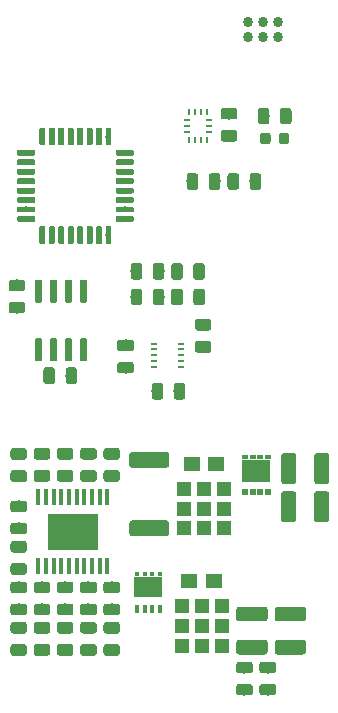
<source format=gbr>
G04 #@! TF.GenerationSoftware,KiCad,Pcbnew,(5.1.4)-1*
G04 #@! TF.CreationDate,2020-06-09T22:28:14-07:00*
G04 #@! TF.ProjectId,SkateLightMainBoard,536b6174-654c-4696-9768-744d61696e42,rev?*
G04 #@! TF.SameCoordinates,Original*
G04 #@! TF.FileFunction,Paste,Top*
G04 #@! TF.FilePolarity,Positive*
%FSLAX46Y46*%
G04 Gerber Fmt 4.6, Leading zero omitted, Abs format (unit mm)*
G04 Created by KiCad (PCBNEW (5.1.4)-1) date 2020-06-09 22:28:14*
%MOMM*%
%LPD*%
G04 APERTURE LIST*
%ADD10R,2.450000X1.900000*%
%ADD11R,0.500000X0.410000*%
%ADD12R,0.480000X0.630000*%
%ADD13R,0.500000X0.630000*%
%ADD14R,0.475000X0.250000*%
%ADD15R,0.250000X0.475000*%
%ADD16C,0.100000*%
%ADD17C,0.975000*%
%ADD18C,1.250000*%
%ADD19R,1.250000X1.200000*%
%ADD20R,1.400000X1.270000*%
%ADD21R,4.350000X3.150000*%
%ADD22R,0.450000X1.450000*%
%ADD23C,1.350000*%
%ADD24C,0.600000*%
%ADD25R,0.420000X0.700000*%
%ADD26R,0.420000X0.450000*%
%ADD27R,2.370000X1.700000*%
%ADD28C,0.875000*%
%ADD29R,0.600000X0.250000*%
%ADD30C,0.864000*%
%ADD31C,0.500000*%
G04 APERTURE END LIST*
D10*
X7302500Y-15739000D03*
D11*
X6327500Y-14584000D03*
X6977500Y-14584000D03*
X7627500Y-14584000D03*
X8277500Y-14584000D03*
D12*
X8277500Y-17564000D03*
X7627500Y-17564000D03*
D13*
X6977500Y-17564000D03*
X6327500Y-17564000D03*
D14*
X1437000Y12949300D03*
X1437000Y13449300D03*
X1437000Y13949300D03*
D15*
X1599500Y14611800D03*
X2099500Y14611800D03*
X2599500Y14611800D03*
X3099500Y14611800D03*
D14*
X3262000Y13949300D03*
X3262000Y13449300D03*
X3262000Y12949300D03*
D15*
X3099500Y12286800D03*
X2599500Y12286800D03*
X2099500Y12286800D03*
X1599500Y12286800D03*
D16*
G36*
X8735142Y-33788674D02*
G01*
X8758803Y-33792184D01*
X8782007Y-33797996D01*
X8804529Y-33806054D01*
X8826153Y-33816282D01*
X8846670Y-33828579D01*
X8865883Y-33842829D01*
X8883607Y-33858893D01*
X8899671Y-33876617D01*
X8913921Y-33895830D01*
X8926218Y-33916347D01*
X8936446Y-33937971D01*
X8944504Y-33960493D01*
X8950316Y-33983697D01*
X8953826Y-34007358D01*
X8955000Y-34031250D01*
X8955000Y-34518750D01*
X8953826Y-34542642D01*
X8950316Y-34566303D01*
X8944504Y-34589507D01*
X8936446Y-34612029D01*
X8926218Y-34633653D01*
X8913921Y-34654170D01*
X8899671Y-34673383D01*
X8883607Y-34691107D01*
X8865883Y-34707171D01*
X8846670Y-34721421D01*
X8826153Y-34733718D01*
X8804529Y-34743946D01*
X8782007Y-34752004D01*
X8758803Y-34757816D01*
X8735142Y-34761326D01*
X8711250Y-34762500D01*
X7798750Y-34762500D01*
X7774858Y-34761326D01*
X7751197Y-34757816D01*
X7727993Y-34752004D01*
X7705471Y-34743946D01*
X7683847Y-34733718D01*
X7663330Y-34721421D01*
X7644117Y-34707171D01*
X7626393Y-34691107D01*
X7610329Y-34673383D01*
X7596079Y-34654170D01*
X7583782Y-34633653D01*
X7573554Y-34612029D01*
X7565496Y-34589507D01*
X7559684Y-34566303D01*
X7556174Y-34542642D01*
X7555000Y-34518750D01*
X7555000Y-34031250D01*
X7556174Y-34007358D01*
X7559684Y-33983697D01*
X7565496Y-33960493D01*
X7573554Y-33937971D01*
X7583782Y-33916347D01*
X7596079Y-33895830D01*
X7610329Y-33876617D01*
X7626393Y-33858893D01*
X7644117Y-33842829D01*
X7663330Y-33828579D01*
X7683847Y-33816282D01*
X7705471Y-33806054D01*
X7727993Y-33797996D01*
X7751197Y-33792184D01*
X7774858Y-33788674D01*
X7798750Y-33787500D01*
X8711250Y-33787500D01*
X8735142Y-33788674D01*
X8735142Y-33788674D01*
G37*
D17*
X8255000Y-34275000D03*
D16*
G36*
X8735142Y-31913674D02*
G01*
X8758803Y-31917184D01*
X8782007Y-31922996D01*
X8804529Y-31931054D01*
X8826153Y-31941282D01*
X8846670Y-31953579D01*
X8865883Y-31967829D01*
X8883607Y-31983893D01*
X8899671Y-32001617D01*
X8913921Y-32020830D01*
X8926218Y-32041347D01*
X8936446Y-32062971D01*
X8944504Y-32085493D01*
X8950316Y-32108697D01*
X8953826Y-32132358D01*
X8955000Y-32156250D01*
X8955000Y-32643750D01*
X8953826Y-32667642D01*
X8950316Y-32691303D01*
X8944504Y-32714507D01*
X8936446Y-32737029D01*
X8926218Y-32758653D01*
X8913921Y-32779170D01*
X8899671Y-32798383D01*
X8883607Y-32816107D01*
X8865883Y-32832171D01*
X8846670Y-32846421D01*
X8826153Y-32858718D01*
X8804529Y-32868946D01*
X8782007Y-32877004D01*
X8758803Y-32882816D01*
X8735142Y-32886326D01*
X8711250Y-32887500D01*
X7798750Y-32887500D01*
X7774858Y-32886326D01*
X7751197Y-32882816D01*
X7727993Y-32877004D01*
X7705471Y-32868946D01*
X7683847Y-32858718D01*
X7663330Y-32846421D01*
X7644117Y-32832171D01*
X7626393Y-32816107D01*
X7610329Y-32798383D01*
X7596079Y-32779170D01*
X7583782Y-32758653D01*
X7573554Y-32737029D01*
X7565496Y-32714507D01*
X7559684Y-32691303D01*
X7556174Y-32667642D01*
X7555000Y-32643750D01*
X7555000Y-32156250D01*
X7556174Y-32132358D01*
X7559684Y-32108697D01*
X7565496Y-32085493D01*
X7573554Y-32062971D01*
X7583782Y-32041347D01*
X7596079Y-32020830D01*
X7610329Y-32001617D01*
X7626393Y-31983893D01*
X7644117Y-31967829D01*
X7663330Y-31953579D01*
X7683847Y-31941282D01*
X7705471Y-31931054D01*
X7727993Y-31922996D01*
X7751197Y-31917184D01*
X7774858Y-31913674D01*
X7798750Y-31912500D01*
X8711250Y-31912500D01*
X8735142Y-31913674D01*
X8735142Y-31913674D01*
G37*
D17*
X8255000Y-32400000D03*
D16*
G36*
X6766642Y-33788674D02*
G01*
X6790303Y-33792184D01*
X6813507Y-33797996D01*
X6836029Y-33806054D01*
X6857653Y-33816282D01*
X6878170Y-33828579D01*
X6897383Y-33842829D01*
X6915107Y-33858893D01*
X6931171Y-33876617D01*
X6945421Y-33895830D01*
X6957718Y-33916347D01*
X6967946Y-33937971D01*
X6976004Y-33960493D01*
X6981816Y-33983697D01*
X6985326Y-34007358D01*
X6986500Y-34031250D01*
X6986500Y-34518750D01*
X6985326Y-34542642D01*
X6981816Y-34566303D01*
X6976004Y-34589507D01*
X6967946Y-34612029D01*
X6957718Y-34633653D01*
X6945421Y-34654170D01*
X6931171Y-34673383D01*
X6915107Y-34691107D01*
X6897383Y-34707171D01*
X6878170Y-34721421D01*
X6857653Y-34733718D01*
X6836029Y-34743946D01*
X6813507Y-34752004D01*
X6790303Y-34757816D01*
X6766642Y-34761326D01*
X6742750Y-34762500D01*
X5830250Y-34762500D01*
X5806358Y-34761326D01*
X5782697Y-34757816D01*
X5759493Y-34752004D01*
X5736971Y-34743946D01*
X5715347Y-34733718D01*
X5694830Y-34721421D01*
X5675617Y-34707171D01*
X5657893Y-34691107D01*
X5641829Y-34673383D01*
X5627579Y-34654170D01*
X5615282Y-34633653D01*
X5605054Y-34612029D01*
X5596996Y-34589507D01*
X5591184Y-34566303D01*
X5587674Y-34542642D01*
X5586500Y-34518750D01*
X5586500Y-34031250D01*
X5587674Y-34007358D01*
X5591184Y-33983697D01*
X5596996Y-33960493D01*
X5605054Y-33937971D01*
X5615282Y-33916347D01*
X5627579Y-33895830D01*
X5641829Y-33876617D01*
X5657893Y-33858893D01*
X5675617Y-33842829D01*
X5694830Y-33828579D01*
X5715347Y-33816282D01*
X5736971Y-33806054D01*
X5759493Y-33797996D01*
X5782697Y-33792184D01*
X5806358Y-33788674D01*
X5830250Y-33787500D01*
X6742750Y-33787500D01*
X6766642Y-33788674D01*
X6766642Y-33788674D01*
G37*
D17*
X6286500Y-34275000D03*
D16*
G36*
X6766642Y-31913674D02*
G01*
X6790303Y-31917184D01*
X6813507Y-31922996D01*
X6836029Y-31931054D01*
X6857653Y-31941282D01*
X6878170Y-31953579D01*
X6897383Y-31967829D01*
X6915107Y-31983893D01*
X6931171Y-32001617D01*
X6945421Y-32020830D01*
X6957718Y-32041347D01*
X6967946Y-32062971D01*
X6976004Y-32085493D01*
X6981816Y-32108697D01*
X6985326Y-32132358D01*
X6986500Y-32156250D01*
X6986500Y-32643750D01*
X6985326Y-32667642D01*
X6981816Y-32691303D01*
X6976004Y-32714507D01*
X6967946Y-32737029D01*
X6957718Y-32758653D01*
X6945421Y-32779170D01*
X6931171Y-32798383D01*
X6915107Y-32816107D01*
X6897383Y-32832171D01*
X6878170Y-32846421D01*
X6857653Y-32858718D01*
X6836029Y-32868946D01*
X6813507Y-32877004D01*
X6790303Y-32882816D01*
X6766642Y-32886326D01*
X6742750Y-32887500D01*
X5830250Y-32887500D01*
X5806358Y-32886326D01*
X5782697Y-32882816D01*
X5759493Y-32877004D01*
X5736971Y-32868946D01*
X5715347Y-32858718D01*
X5694830Y-32846421D01*
X5675617Y-32832171D01*
X5657893Y-32816107D01*
X5641829Y-32798383D01*
X5627579Y-32779170D01*
X5615282Y-32758653D01*
X5605054Y-32737029D01*
X5596996Y-32714507D01*
X5591184Y-32691303D01*
X5587674Y-32667642D01*
X5586500Y-32643750D01*
X5586500Y-32156250D01*
X5587674Y-32132358D01*
X5591184Y-32108697D01*
X5596996Y-32085493D01*
X5605054Y-32062971D01*
X5615282Y-32041347D01*
X5627579Y-32020830D01*
X5641829Y-32001617D01*
X5657893Y-31983893D01*
X5675617Y-31967829D01*
X5694830Y-31953579D01*
X5715347Y-31941282D01*
X5736971Y-31931054D01*
X5759493Y-31922996D01*
X5782697Y-31917184D01*
X5806358Y-31913674D01*
X5830250Y-31912500D01*
X6742750Y-31912500D01*
X6766642Y-31913674D01*
X6766642Y-31913674D01*
G37*
D17*
X6286500Y-32400000D03*
D16*
G36*
X-12346858Y-13831174D02*
G01*
X-12323197Y-13834684D01*
X-12299993Y-13840496D01*
X-12277471Y-13848554D01*
X-12255847Y-13858782D01*
X-12235330Y-13871079D01*
X-12216117Y-13885329D01*
X-12198393Y-13901393D01*
X-12182329Y-13919117D01*
X-12168079Y-13938330D01*
X-12155782Y-13958847D01*
X-12145554Y-13980471D01*
X-12137496Y-14002993D01*
X-12131684Y-14026197D01*
X-12128174Y-14049858D01*
X-12127000Y-14073750D01*
X-12127000Y-14561250D01*
X-12128174Y-14585142D01*
X-12131684Y-14608803D01*
X-12137496Y-14632007D01*
X-12145554Y-14654529D01*
X-12155782Y-14676153D01*
X-12168079Y-14696670D01*
X-12182329Y-14715883D01*
X-12198393Y-14733607D01*
X-12216117Y-14749671D01*
X-12235330Y-14763921D01*
X-12255847Y-14776218D01*
X-12277471Y-14786446D01*
X-12299993Y-14794504D01*
X-12323197Y-14800316D01*
X-12346858Y-14803826D01*
X-12370750Y-14805000D01*
X-13283250Y-14805000D01*
X-13307142Y-14803826D01*
X-13330803Y-14800316D01*
X-13354007Y-14794504D01*
X-13376529Y-14786446D01*
X-13398153Y-14776218D01*
X-13418670Y-14763921D01*
X-13437883Y-14749671D01*
X-13455607Y-14733607D01*
X-13471671Y-14715883D01*
X-13485921Y-14696670D01*
X-13498218Y-14676153D01*
X-13508446Y-14654529D01*
X-13516504Y-14632007D01*
X-13522316Y-14608803D01*
X-13525826Y-14585142D01*
X-13527000Y-14561250D01*
X-13527000Y-14073750D01*
X-13525826Y-14049858D01*
X-13522316Y-14026197D01*
X-13516504Y-14002993D01*
X-13508446Y-13980471D01*
X-13498218Y-13958847D01*
X-13485921Y-13938330D01*
X-13471671Y-13919117D01*
X-13455607Y-13901393D01*
X-13437883Y-13885329D01*
X-13418670Y-13871079D01*
X-13398153Y-13858782D01*
X-13376529Y-13848554D01*
X-13354007Y-13840496D01*
X-13330803Y-13834684D01*
X-13307142Y-13831174D01*
X-13283250Y-13830000D01*
X-12370750Y-13830000D01*
X-12346858Y-13831174D01*
X-12346858Y-13831174D01*
G37*
D17*
X-12827000Y-14317500D03*
D16*
G36*
X-12346858Y-15706174D02*
G01*
X-12323197Y-15709684D01*
X-12299993Y-15715496D01*
X-12277471Y-15723554D01*
X-12255847Y-15733782D01*
X-12235330Y-15746079D01*
X-12216117Y-15760329D01*
X-12198393Y-15776393D01*
X-12182329Y-15794117D01*
X-12168079Y-15813330D01*
X-12155782Y-15833847D01*
X-12145554Y-15855471D01*
X-12137496Y-15877993D01*
X-12131684Y-15901197D01*
X-12128174Y-15924858D01*
X-12127000Y-15948750D01*
X-12127000Y-16436250D01*
X-12128174Y-16460142D01*
X-12131684Y-16483803D01*
X-12137496Y-16507007D01*
X-12145554Y-16529529D01*
X-12155782Y-16551153D01*
X-12168079Y-16571670D01*
X-12182329Y-16590883D01*
X-12198393Y-16608607D01*
X-12216117Y-16624671D01*
X-12235330Y-16638921D01*
X-12255847Y-16651218D01*
X-12277471Y-16661446D01*
X-12299993Y-16669504D01*
X-12323197Y-16675316D01*
X-12346858Y-16678826D01*
X-12370750Y-16680000D01*
X-13283250Y-16680000D01*
X-13307142Y-16678826D01*
X-13330803Y-16675316D01*
X-13354007Y-16669504D01*
X-13376529Y-16661446D01*
X-13398153Y-16651218D01*
X-13418670Y-16638921D01*
X-13437883Y-16624671D01*
X-13455607Y-16608607D01*
X-13471671Y-16590883D01*
X-13485921Y-16571670D01*
X-13498218Y-16551153D01*
X-13508446Y-16529529D01*
X-13516504Y-16507007D01*
X-13522316Y-16483803D01*
X-13525826Y-16460142D01*
X-13527000Y-16436250D01*
X-13527000Y-15948750D01*
X-13525826Y-15924858D01*
X-13522316Y-15901197D01*
X-13516504Y-15877993D01*
X-13508446Y-15855471D01*
X-13498218Y-15833847D01*
X-13485921Y-15813330D01*
X-13471671Y-15794117D01*
X-13455607Y-15776393D01*
X-13437883Y-15760329D01*
X-13418670Y-15746079D01*
X-13398153Y-15733782D01*
X-13376529Y-15723554D01*
X-13354007Y-15715496D01*
X-13330803Y-15709684D01*
X-13307142Y-15706174D01*
X-13283250Y-15705000D01*
X-12370750Y-15705000D01*
X-12346858Y-15706174D01*
X-12346858Y-15706174D01*
G37*
D17*
X-12827000Y-16192500D03*
D16*
G36*
X-12346858Y-18261174D02*
G01*
X-12323197Y-18264684D01*
X-12299993Y-18270496D01*
X-12277471Y-18278554D01*
X-12255847Y-18288782D01*
X-12235330Y-18301079D01*
X-12216117Y-18315329D01*
X-12198393Y-18331393D01*
X-12182329Y-18349117D01*
X-12168079Y-18368330D01*
X-12155782Y-18388847D01*
X-12145554Y-18410471D01*
X-12137496Y-18432993D01*
X-12131684Y-18456197D01*
X-12128174Y-18479858D01*
X-12127000Y-18503750D01*
X-12127000Y-18991250D01*
X-12128174Y-19015142D01*
X-12131684Y-19038803D01*
X-12137496Y-19062007D01*
X-12145554Y-19084529D01*
X-12155782Y-19106153D01*
X-12168079Y-19126670D01*
X-12182329Y-19145883D01*
X-12198393Y-19163607D01*
X-12216117Y-19179671D01*
X-12235330Y-19193921D01*
X-12255847Y-19206218D01*
X-12277471Y-19216446D01*
X-12299993Y-19224504D01*
X-12323197Y-19230316D01*
X-12346858Y-19233826D01*
X-12370750Y-19235000D01*
X-13283250Y-19235000D01*
X-13307142Y-19233826D01*
X-13330803Y-19230316D01*
X-13354007Y-19224504D01*
X-13376529Y-19216446D01*
X-13398153Y-19206218D01*
X-13418670Y-19193921D01*
X-13437883Y-19179671D01*
X-13455607Y-19163607D01*
X-13471671Y-19145883D01*
X-13485921Y-19126670D01*
X-13498218Y-19106153D01*
X-13508446Y-19084529D01*
X-13516504Y-19062007D01*
X-13522316Y-19038803D01*
X-13525826Y-19015142D01*
X-13527000Y-18991250D01*
X-13527000Y-18503750D01*
X-13525826Y-18479858D01*
X-13522316Y-18456197D01*
X-13516504Y-18432993D01*
X-13508446Y-18410471D01*
X-13498218Y-18388847D01*
X-13485921Y-18368330D01*
X-13471671Y-18349117D01*
X-13455607Y-18331393D01*
X-13437883Y-18315329D01*
X-13418670Y-18301079D01*
X-13398153Y-18288782D01*
X-13376529Y-18278554D01*
X-13354007Y-18270496D01*
X-13330803Y-18264684D01*
X-13307142Y-18261174D01*
X-13283250Y-18260000D01*
X-12370750Y-18260000D01*
X-12346858Y-18261174D01*
X-12346858Y-18261174D01*
G37*
D17*
X-12827000Y-18747500D03*
D16*
G36*
X-12346858Y-20136174D02*
G01*
X-12323197Y-20139684D01*
X-12299993Y-20145496D01*
X-12277471Y-20153554D01*
X-12255847Y-20163782D01*
X-12235330Y-20176079D01*
X-12216117Y-20190329D01*
X-12198393Y-20206393D01*
X-12182329Y-20224117D01*
X-12168079Y-20243330D01*
X-12155782Y-20263847D01*
X-12145554Y-20285471D01*
X-12137496Y-20307993D01*
X-12131684Y-20331197D01*
X-12128174Y-20354858D01*
X-12127000Y-20378750D01*
X-12127000Y-20866250D01*
X-12128174Y-20890142D01*
X-12131684Y-20913803D01*
X-12137496Y-20937007D01*
X-12145554Y-20959529D01*
X-12155782Y-20981153D01*
X-12168079Y-21001670D01*
X-12182329Y-21020883D01*
X-12198393Y-21038607D01*
X-12216117Y-21054671D01*
X-12235330Y-21068921D01*
X-12255847Y-21081218D01*
X-12277471Y-21091446D01*
X-12299993Y-21099504D01*
X-12323197Y-21105316D01*
X-12346858Y-21108826D01*
X-12370750Y-21110000D01*
X-13283250Y-21110000D01*
X-13307142Y-21108826D01*
X-13330803Y-21105316D01*
X-13354007Y-21099504D01*
X-13376529Y-21091446D01*
X-13398153Y-21081218D01*
X-13418670Y-21068921D01*
X-13437883Y-21054671D01*
X-13455607Y-21038607D01*
X-13471671Y-21020883D01*
X-13485921Y-21001670D01*
X-13498218Y-20981153D01*
X-13508446Y-20959529D01*
X-13516504Y-20937007D01*
X-13522316Y-20913803D01*
X-13525826Y-20890142D01*
X-13527000Y-20866250D01*
X-13527000Y-20378750D01*
X-13525826Y-20354858D01*
X-13522316Y-20331197D01*
X-13516504Y-20307993D01*
X-13508446Y-20285471D01*
X-13498218Y-20263847D01*
X-13485921Y-20243330D01*
X-13471671Y-20224117D01*
X-13455607Y-20206393D01*
X-13437883Y-20190329D01*
X-13418670Y-20176079D01*
X-13398153Y-20163782D01*
X-13376529Y-20153554D01*
X-13354007Y-20145496D01*
X-13330803Y-20139684D01*
X-13307142Y-20136174D01*
X-13283250Y-20135000D01*
X-12370750Y-20135000D01*
X-12346858Y-20136174D01*
X-12346858Y-20136174D01*
G37*
D17*
X-12827000Y-20622500D03*
D16*
G36*
X-8409858Y-30423174D02*
G01*
X-8386197Y-30426684D01*
X-8362993Y-30432496D01*
X-8340471Y-30440554D01*
X-8318847Y-30450782D01*
X-8298330Y-30463079D01*
X-8279117Y-30477329D01*
X-8261393Y-30493393D01*
X-8245329Y-30511117D01*
X-8231079Y-30530330D01*
X-8218782Y-30550847D01*
X-8208554Y-30572471D01*
X-8200496Y-30594993D01*
X-8194684Y-30618197D01*
X-8191174Y-30641858D01*
X-8190000Y-30665750D01*
X-8190000Y-31153250D01*
X-8191174Y-31177142D01*
X-8194684Y-31200803D01*
X-8200496Y-31224007D01*
X-8208554Y-31246529D01*
X-8218782Y-31268153D01*
X-8231079Y-31288670D01*
X-8245329Y-31307883D01*
X-8261393Y-31325607D01*
X-8279117Y-31341671D01*
X-8298330Y-31355921D01*
X-8318847Y-31368218D01*
X-8340471Y-31378446D01*
X-8362993Y-31386504D01*
X-8386197Y-31392316D01*
X-8409858Y-31395826D01*
X-8433750Y-31397000D01*
X-9346250Y-31397000D01*
X-9370142Y-31395826D01*
X-9393803Y-31392316D01*
X-9417007Y-31386504D01*
X-9439529Y-31378446D01*
X-9461153Y-31368218D01*
X-9481670Y-31355921D01*
X-9500883Y-31341671D01*
X-9518607Y-31325607D01*
X-9534671Y-31307883D01*
X-9548921Y-31288670D01*
X-9561218Y-31268153D01*
X-9571446Y-31246529D01*
X-9579504Y-31224007D01*
X-9585316Y-31200803D01*
X-9588826Y-31177142D01*
X-9590000Y-31153250D01*
X-9590000Y-30665750D01*
X-9588826Y-30641858D01*
X-9585316Y-30618197D01*
X-9579504Y-30594993D01*
X-9571446Y-30572471D01*
X-9561218Y-30550847D01*
X-9548921Y-30530330D01*
X-9534671Y-30511117D01*
X-9518607Y-30493393D01*
X-9500883Y-30477329D01*
X-9481670Y-30463079D01*
X-9461153Y-30450782D01*
X-9439529Y-30440554D01*
X-9417007Y-30432496D01*
X-9393803Y-30426684D01*
X-9370142Y-30423174D01*
X-9346250Y-30422000D01*
X-8433750Y-30422000D01*
X-8409858Y-30423174D01*
X-8409858Y-30423174D01*
G37*
D17*
X-8890000Y-30909500D03*
D16*
G36*
X-8409858Y-28548174D02*
G01*
X-8386197Y-28551684D01*
X-8362993Y-28557496D01*
X-8340471Y-28565554D01*
X-8318847Y-28575782D01*
X-8298330Y-28588079D01*
X-8279117Y-28602329D01*
X-8261393Y-28618393D01*
X-8245329Y-28636117D01*
X-8231079Y-28655330D01*
X-8218782Y-28675847D01*
X-8208554Y-28697471D01*
X-8200496Y-28719993D01*
X-8194684Y-28743197D01*
X-8191174Y-28766858D01*
X-8190000Y-28790750D01*
X-8190000Y-29278250D01*
X-8191174Y-29302142D01*
X-8194684Y-29325803D01*
X-8200496Y-29349007D01*
X-8208554Y-29371529D01*
X-8218782Y-29393153D01*
X-8231079Y-29413670D01*
X-8245329Y-29432883D01*
X-8261393Y-29450607D01*
X-8279117Y-29466671D01*
X-8298330Y-29480921D01*
X-8318847Y-29493218D01*
X-8340471Y-29503446D01*
X-8362993Y-29511504D01*
X-8386197Y-29517316D01*
X-8409858Y-29520826D01*
X-8433750Y-29522000D01*
X-9346250Y-29522000D01*
X-9370142Y-29520826D01*
X-9393803Y-29517316D01*
X-9417007Y-29511504D01*
X-9439529Y-29503446D01*
X-9461153Y-29493218D01*
X-9481670Y-29480921D01*
X-9500883Y-29466671D01*
X-9518607Y-29450607D01*
X-9534671Y-29432883D01*
X-9548921Y-29413670D01*
X-9561218Y-29393153D01*
X-9571446Y-29371529D01*
X-9579504Y-29349007D01*
X-9585316Y-29325803D01*
X-9588826Y-29302142D01*
X-9590000Y-29278250D01*
X-9590000Y-28790750D01*
X-9588826Y-28766858D01*
X-9585316Y-28743197D01*
X-9579504Y-28719993D01*
X-9571446Y-28697471D01*
X-9561218Y-28675847D01*
X-9548921Y-28655330D01*
X-9534671Y-28636117D01*
X-9518607Y-28618393D01*
X-9500883Y-28602329D01*
X-9481670Y-28588079D01*
X-9461153Y-28575782D01*
X-9439529Y-28565554D01*
X-9417007Y-28557496D01*
X-9393803Y-28551684D01*
X-9370142Y-28548174D01*
X-9346250Y-28547000D01*
X-8433750Y-28547000D01*
X-8409858Y-28548174D01*
X-8409858Y-28548174D01*
G37*
D17*
X-8890000Y-29034500D03*
D16*
G36*
X-12499858Y-1438674D02*
G01*
X-12476197Y-1442184D01*
X-12452993Y-1447996D01*
X-12430471Y-1456054D01*
X-12408847Y-1466282D01*
X-12388330Y-1478579D01*
X-12369117Y-1492829D01*
X-12351393Y-1508893D01*
X-12335329Y-1526617D01*
X-12321079Y-1545830D01*
X-12308782Y-1566347D01*
X-12298554Y-1587971D01*
X-12290496Y-1610493D01*
X-12284684Y-1633697D01*
X-12281174Y-1657358D01*
X-12280000Y-1681250D01*
X-12280000Y-2168750D01*
X-12281174Y-2192642D01*
X-12284684Y-2216303D01*
X-12290496Y-2239507D01*
X-12298554Y-2262029D01*
X-12308782Y-2283653D01*
X-12321079Y-2304170D01*
X-12335329Y-2323383D01*
X-12351393Y-2341107D01*
X-12369117Y-2357171D01*
X-12388330Y-2371421D01*
X-12408847Y-2383718D01*
X-12430471Y-2393946D01*
X-12452993Y-2402004D01*
X-12476197Y-2407816D01*
X-12499858Y-2411326D01*
X-12523750Y-2412500D01*
X-13436250Y-2412500D01*
X-13460142Y-2411326D01*
X-13483803Y-2407816D01*
X-13507007Y-2402004D01*
X-13529529Y-2393946D01*
X-13551153Y-2383718D01*
X-13571670Y-2371421D01*
X-13590883Y-2357171D01*
X-13608607Y-2341107D01*
X-13624671Y-2323383D01*
X-13638921Y-2304170D01*
X-13651218Y-2283653D01*
X-13661446Y-2262029D01*
X-13669504Y-2239507D01*
X-13675316Y-2216303D01*
X-13678826Y-2192642D01*
X-13680000Y-2168750D01*
X-13680000Y-1681250D01*
X-13678826Y-1657358D01*
X-13675316Y-1633697D01*
X-13669504Y-1610493D01*
X-13661446Y-1587971D01*
X-13651218Y-1566347D01*
X-13638921Y-1545830D01*
X-13624671Y-1526617D01*
X-13608607Y-1508893D01*
X-13590883Y-1492829D01*
X-13571670Y-1478579D01*
X-13551153Y-1466282D01*
X-13529529Y-1456054D01*
X-13507007Y-1447996D01*
X-13483803Y-1442184D01*
X-13460142Y-1438674D01*
X-13436250Y-1437500D01*
X-12523750Y-1437500D01*
X-12499858Y-1438674D01*
X-12499858Y-1438674D01*
G37*
D17*
X-12980000Y-1925000D03*
D16*
G36*
X-12499858Y436326D02*
G01*
X-12476197Y432816D01*
X-12452993Y427004D01*
X-12430471Y418946D01*
X-12408847Y408718D01*
X-12388330Y396421D01*
X-12369117Y382171D01*
X-12351393Y366107D01*
X-12335329Y348383D01*
X-12321079Y329170D01*
X-12308782Y308653D01*
X-12298554Y287029D01*
X-12290496Y264507D01*
X-12284684Y241303D01*
X-12281174Y217642D01*
X-12280000Y193750D01*
X-12280000Y-293750D01*
X-12281174Y-317642D01*
X-12284684Y-341303D01*
X-12290496Y-364507D01*
X-12298554Y-387029D01*
X-12308782Y-408653D01*
X-12321079Y-429170D01*
X-12335329Y-448383D01*
X-12351393Y-466107D01*
X-12369117Y-482171D01*
X-12388330Y-496421D01*
X-12408847Y-508718D01*
X-12430471Y-518946D01*
X-12452993Y-527004D01*
X-12476197Y-532816D01*
X-12499858Y-536326D01*
X-12523750Y-537500D01*
X-13436250Y-537500D01*
X-13460142Y-536326D01*
X-13483803Y-532816D01*
X-13507007Y-527004D01*
X-13529529Y-518946D01*
X-13551153Y-508718D01*
X-13571670Y-496421D01*
X-13590883Y-482171D01*
X-13608607Y-466107D01*
X-13624671Y-448383D01*
X-13638921Y-429170D01*
X-13651218Y-408653D01*
X-13661446Y-387029D01*
X-13669504Y-364507D01*
X-13675316Y-341303D01*
X-13678826Y-317642D01*
X-13680000Y-293750D01*
X-13680000Y193750D01*
X-13678826Y217642D01*
X-13675316Y241303D01*
X-13669504Y264507D01*
X-13661446Y287029D01*
X-13651218Y308653D01*
X-13638921Y329170D01*
X-13624671Y348383D01*
X-13608607Y366107D01*
X-13590883Y382171D01*
X-13571670Y396421D01*
X-13551153Y408718D01*
X-13529529Y418946D01*
X-13507007Y427004D01*
X-13483803Y432816D01*
X-13460142Y436326D01*
X-13436250Y437500D01*
X-12523750Y437500D01*
X-12499858Y436326D01*
X-12499858Y436326D01*
G37*
D17*
X-12980000Y-50000D03*
D16*
G36*
X5450142Y14983826D02*
G01*
X5473803Y14980316D01*
X5497007Y14974504D01*
X5519529Y14966446D01*
X5541153Y14956218D01*
X5561670Y14943921D01*
X5580883Y14929671D01*
X5598607Y14913607D01*
X5614671Y14895883D01*
X5628921Y14876670D01*
X5641218Y14856153D01*
X5651446Y14834529D01*
X5659504Y14812007D01*
X5665316Y14788803D01*
X5668826Y14765142D01*
X5670000Y14741250D01*
X5670000Y14253750D01*
X5668826Y14229858D01*
X5665316Y14206197D01*
X5659504Y14182993D01*
X5651446Y14160471D01*
X5641218Y14138847D01*
X5628921Y14118330D01*
X5614671Y14099117D01*
X5598607Y14081393D01*
X5580883Y14065329D01*
X5561670Y14051079D01*
X5541153Y14038782D01*
X5519529Y14028554D01*
X5497007Y14020496D01*
X5473803Y14014684D01*
X5450142Y14011174D01*
X5426250Y14010000D01*
X4513750Y14010000D01*
X4489858Y14011174D01*
X4466197Y14014684D01*
X4442993Y14020496D01*
X4420471Y14028554D01*
X4398847Y14038782D01*
X4378330Y14051079D01*
X4359117Y14065329D01*
X4341393Y14081393D01*
X4325329Y14099117D01*
X4311079Y14118330D01*
X4298782Y14138847D01*
X4288554Y14160471D01*
X4280496Y14182993D01*
X4274684Y14206197D01*
X4271174Y14229858D01*
X4270000Y14253750D01*
X4270000Y14741250D01*
X4271174Y14765142D01*
X4274684Y14788803D01*
X4280496Y14812007D01*
X4288554Y14834529D01*
X4298782Y14856153D01*
X4311079Y14876670D01*
X4325329Y14895883D01*
X4341393Y14913607D01*
X4359117Y14929671D01*
X4378330Y14943921D01*
X4398847Y14956218D01*
X4420471Y14966446D01*
X4442993Y14974504D01*
X4466197Y14980316D01*
X4489858Y14983826D01*
X4513750Y14985000D01*
X5426250Y14985000D01*
X5450142Y14983826D01*
X5450142Y14983826D01*
G37*
D17*
X4970000Y14497500D03*
D16*
G36*
X5450142Y13108826D02*
G01*
X5473803Y13105316D01*
X5497007Y13099504D01*
X5519529Y13091446D01*
X5541153Y13081218D01*
X5561670Y13068921D01*
X5580883Y13054671D01*
X5598607Y13038607D01*
X5614671Y13020883D01*
X5628921Y13001670D01*
X5641218Y12981153D01*
X5651446Y12959529D01*
X5659504Y12937007D01*
X5665316Y12913803D01*
X5668826Y12890142D01*
X5670000Y12866250D01*
X5670000Y12378750D01*
X5668826Y12354858D01*
X5665316Y12331197D01*
X5659504Y12307993D01*
X5651446Y12285471D01*
X5641218Y12263847D01*
X5628921Y12243330D01*
X5614671Y12224117D01*
X5598607Y12206393D01*
X5580883Y12190329D01*
X5561670Y12176079D01*
X5541153Y12163782D01*
X5519529Y12153554D01*
X5497007Y12145496D01*
X5473803Y12139684D01*
X5450142Y12136174D01*
X5426250Y12135000D01*
X4513750Y12135000D01*
X4489858Y12136174D01*
X4466197Y12139684D01*
X4442993Y12145496D01*
X4420471Y12153554D01*
X4398847Y12163782D01*
X4378330Y12176079D01*
X4359117Y12190329D01*
X4341393Y12206393D01*
X4325329Y12224117D01*
X4311079Y12243330D01*
X4298782Y12263847D01*
X4288554Y12285471D01*
X4280496Y12307993D01*
X4274684Y12331197D01*
X4271174Y12354858D01*
X4270000Y12378750D01*
X4270000Y12866250D01*
X4271174Y12890142D01*
X4274684Y12913803D01*
X4280496Y12937007D01*
X4288554Y12959529D01*
X4298782Y12981153D01*
X4311079Y13001670D01*
X4325329Y13020883D01*
X4341393Y13038607D01*
X4359117Y13054671D01*
X4378330Y13068921D01*
X4398847Y13081218D01*
X4420471Y13091446D01*
X4442993Y13099504D01*
X4466197Y13105316D01*
X4489858Y13108826D01*
X4513750Y13110000D01*
X5426250Y13110000D01*
X5450142Y13108826D01*
X5450142Y13108826D01*
G37*
D17*
X4970000Y12622500D03*
D16*
G36*
X-10378358Y-30423174D02*
G01*
X-10354697Y-30426684D01*
X-10331493Y-30432496D01*
X-10308971Y-30440554D01*
X-10287347Y-30450782D01*
X-10266830Y-30463079D01*
X-10247617Y-30477329D01*
X-10229893Y-30493393D01*
X-10213829Y-30511117D01*
X-10199579Y-30530330D01*
X-10187282Y-30550847D01*
X-10177054Y-30572471D01*
X-10168996Y-30594993D01*
X-10163184Y-30618197D01*
X-10159674Y-30641858D01*
X-10158500Y-30665750D01*
X-10158500Y-31153250D01*
X-10159674Y-31177142D01*
X-10163184Y-31200803D01*
X-10168996Y-31224007D01*
X-10177054Y-31246529D01*
X-10187282Y-31268153D01*
X-10199579Y-31288670D01*
X-10213829Y-31307883D01*
X-10229893Y-31325607D01*
X-10247617Y-31341671D01*
X-10266830Y-31355921D01*
X-10287347Y-31368218D01*
X-10308971Y-31378446D01*
X-10331493Y-31386504D01*
X-10354697Y-31392316D01*
X-10378358Y-31395826D01*
X-10402250Y-31397000D01*
X-11314750Y-31397000D01*
X-11338642Y-31395826D01*
X-11362303Y-31392316D01*
X-11385507Y-31386504D01*
X-11408029Y-31378446D01*
X-11429653Y-31368218D01*
X-11450170Y-31355921D01*
X-11469383Y-31341671D01*
X-11487107Y-31325607D01*
X-11503171Y-31307883D01*
X-11517421Y-31288670D01*
X-11529718Y-31268153D01*
X-11539946Y-31246529D01*
X-11548004Y-31224007D01*
X-11553816Y-31200803D01*
X-11557326Y-31177142D01*
X-11558500Y-31153250D01*
X-11558500Y-30665750D01*
X-11557326Y-30641858D01*
X-11553816Y-30618197D01*
X-11548004Y-30594993D01*
X-11539946Y-30572471D01*
X-11529718Y-30550847D01*
X-11517421Y-30530330D01*
X-11503171Y-30511117D01*
X-11487107Y-30493393D01*
X-11469383Y-30477329D01*
X-11450170Y-30463079D01*
X-11429653Y-30450782D01*
X-11408029Y-30440554D01*
X-11385507Y-30432496D01*
X-11362303Y-30426684D01*
X-11338642Y-30423174D01*
X-11314750Y-30422000D01*
X-10402250Y-30422000D01*
X-10378358Y-30423174D01*
X-10378358Y-30423174D01*
G37*
D17*
X-10858500Y-30909500D03*
D16*
G36*
X-10378358Y-28548174D02*
G01*
X-10354697Y-28551684D01*
X-10331493Y-28557496D01*
X-10308971Y-28565554D01*
X-10287347Y-28575782D01*
X-10266830Y-28588079D01*
X-10247617Y-28602329D01*
X-10229893Y-28618393D01*
X-10213829Y-28636117D01*
X-10199579Y-28655330D01*
X-10187282Y-28675847D01*
X-10177054Y-28697471D01*
X-10168996Y-28719993D01*
X-10163184Y-28743197D01*
X-10159674Y-28766858D01*
X-10158500Y-28790750D01*
X-10158500Y-29278250D01*
X-10159674Y-29302142D01*
X-10163184Y-29325803D01*
X-10168996Y-29349007D01*
X-10177054Y-29371529D01*
X-10187282Y-29393153D01*
X-10199579Y-29413670D01*
X-10213829Y-29432883D01*
X-10229893Y-29450607D01*
X-10247617Y-29466671D01*
X-10266830Y-29480921D01*
X-10287347Y-29493218D01*
X-10308971Y-29503446D01*
X-10331493Y-29511504D01*
X-10354697Y-29517316D01*
X-10378358Y-29520826D01*
X-10402250Y-29522000D01*
X-11314750Y-29522000D01*
X-11338642Y-29520826D01*
X-11362303Y-29517316D01*
X-11385507Y-29511504D01*
X-11408029Y-29503446D01*
X-11429653Y-29493218D01*
X-11450170Y-29480921D01*
X-11469383Y-29466671D01*
X-11487107Y-29450607D01*
X-11503171Y-29432883D01*
X-11517421Y-29413670D01*
X-11529718Y-29393153D01*
X-11539946Y-29371529D01*
X-11548004Y-29349007D01*
X-11553816Y-29325803D01*
X-11557326Y-29302142D01*
X-11558500Y-29278250D01*
X-11558500Y-28790750D01*
X-11557326Y-28766858D01*
X-11553816Y-28743197D01*
X-11548004Y-28719993D01*
X-11539946Y-28697471D01*
X-11529718Y-28675847D01*
X-11517421Y-28655330D01*
X-11503171Y-28636117D01*
X-11487107Y-28618393D01*
X-11469383Y-28602329D01*
X-11450170Y-28588079D01*
X-11429653Y-28575782D01*
X-11408029Y-28565554D01*
X-11385507Y-28557496D01*
X-11362303Y-28551684D01*
X-11338642Y-28548174D01*
X-11314750Y-28547000D01*
X-10402250Y-28547000D01*
X-10378358Y-28548174D01*
X-10378358Y-28548174D01*
G37*
D17*
X-10858500Y-29034500D03*
D16*
G36*
X13229504Y-14233704D02*
G01*
X13253773Y-14237304D01*
X13277571Y-14243265D01*
X13300671Y-14251530D01*
X13322849Y-14262020D01*
X13343893Y-14274633D01*
X13363598Y-14289247D01*
X13381777Y-14305723D01*
X13398253Y-14323902D01*
X13412867Y-14343607D01*
X13425480Y-14364651D01*
X13435970Y-14386829D01*
X13444235Y-14409929D01*
X13450196Y-14433727D01*
X13453796Y-14457996D01*
X13455000Y-14482500D01*
X13455000Y-16632500D01*
X13453796Y-16657004D01*
X13450196Y-16681273D01*
X13444235Y-16705071D01*
X13435970Y-16728171D01*
X13425480Y-16750349D01*
X13412867Y-16771393D01*
X13398253Y-16791098D01*
X13381777Y-16809277D01*
X13363598Y-16825753D01*
X13343893Y-16840367D01*
X13322849Y-16852980D01*
X13300671Y-16863470D01*
X13277571Y-16871735D01*
X13253773Y-16877696D01*
X13229504Y-16881296D01*
X13205000Y-16882500D01*
X12455000Y-16882500D01*
X12430496Y-16881296D01*
X12406227Y-16877696D01*
X12382429Y-16871735D01*
X12359329Y-16863470D01*
X12337151Y-16852980D01*
X12316107Y-16840367D01*
X12296402Y-16825753D01*
X12278223Y-16809277D01*
X12261747Y-16791098D01*
X12247133Y-16771393D01*
X12234520Y-16750349D01*
X12224030Y-16728171D01*
X12215765Y-16705071D01*
X12209804Y-16681273D01*
X12206204Y-16657004D01*
X12205000Y-16632500D01*
X12205000Y-14482500D01*
X12206204Y-14457996D01*
X12209804Y-14433727D01*
X12215765Y-14409929D01*
X12224030Y-14386829D01*
X12234520Y-14364651D01*
X12247133Y-14343607D01*
X12261747Y-14323902D01*
X12278223Y-14305723D01*
X12296402Y-14289247D01*
X12316107Y-14274633D01*
X12337151Y-14262020D01*
X12359329Y-14251530D01*
X12382429Y-14243265D01*
X12406227Y-14237304D01*
X12430496Y-14233704D01*
X12455000Y-14232500D01*
X13205000Y-14232500D01*
X13229504Y-14233704D01*
X13229504Y-14233704D01*
G37*
D18*
X12830000Y-15557500D03*
D16*
G36*
X10429504Y-14233704D02*
G01*
X10453773Y-14237304D01*
X10477571Y-14243265D01*
X10500671Y-14251530D01*
X10522849Y-14262020D01*
X10543893Y-14274633D01*
X10563598Y-14289247D01*
X10581777Y-14305723D01*
X10598253Y-14323902D01*
X10612867Y-14343607D01*
X10625480Y-14364651D01*
X10635970Y-14386829D01*
X10644235Y-14409929D01*
X10650196Y-14433727D01*
X10653796Y-14457996D01*
X10655000Y-14482500D01*
X10655000Y-16632500D01*
X10653796Y-16657004D01*
X10650196Y-16681273D01*
X10644235Y-16705071D01*
X10635970Y-16728171D01*
X10625480Y-16750349D01*
X10612867Y-16771393D01*
X10598253Y-16791098D01*
X10581777Y-16809277D01*
X10563598Y-16825753D01*
X10543893Y-16840367D01*
X10522849Y-16852980D01*
X10500671Y-16863470D01*
X10477571Y-16871735D01*
X10453773Y-16877696D01*
X10429504Y-16881296D01*
X10405000Y-16882500D01*
X9655000Y-16882500D01*
X9630496Y-16881296D01*
X9606227Y-16877696D01*
X9582429Y-16871735D01*
X9559329Y-16863470D01*
X9537151Y-16852980D01*
X9516107Y-16840367D01*
X9496402Y-16825753D01*
X9478223Y-16809277D01*
X9461747Y-16791098D01*
X9447133Y-16771393D01*
X9434520Y-16750349D01*
X9424030Y-16728171D01*
X9415765Y-16705071D01*
X9409804Y-16681273D01*
X9406204Y-16657004D01*
X9405000Y-16632500D01*
X9405000Y-14482500D01*
X9406204Y-14457996D01*
X9409804Y-14433727D01*
X9415765Y-14409929D01*
X9424030Y-14386829D01*
X9434520Y-14364651D01*
X9447133Y-14343607D01*
X9461747Y-14323902D01*
X9478223Y-14305723D01*
X9496402Y-14289247D01*
X9516107Y-14274633D01*
X9537151Y-14262020D01*
X9559329Y-14251530D01*
X9582429Y-14243265D01*
X9606227Y-14237304D01*
X9630496Y-14233704D01*
X9655000Y-14232500D01*
X10405000Y-14232500D01*
X10429504Y-14233704D01*
X10429504Y-14233704D01*
G37*
D18*
X10030000Y-15557500D03*
D16*
G36*
X13229504Y-17472204D02*
G01*
X13253773Y-17475804D01*
X13277571Y-17481765D01*
X13300671Y-17490030D01*
X13322849Y-17500520D01*
X13343893Y-17513133D01*
X13363598Y-17527747D01*
X13381777Y-17544223D01*
X13398253Y-17562402D01*
X13412867Y-17582107D01*
X13425480Y-17603151D01*
X13435970Y-17625329D01*
X13444235Y-17648429D01*
X13450196Y-17672227D01*
X13453796Y-17696496D01*
X13455000Y-17721000D01*
X13455000Y-19871000D01*
X13453796Y-19895504D01*
X13450196Y-19919773D01*
X13444235Y-19943571D01*
X13435970Y-19966671D01*
X13425480Y-19988849D01*
X13412867Y-20009893D01*
X13398253Y-20029598D01*
X13381777Y-20047777D01*
X13363598Y-20064253D01*
X13343893Y-20078867D01*
X13322849Y-20091480D01*
X13300671Y-20101970D01*
X13277571Y-20110235D01*
X13253773Y-20116196D01*
X13229504Y-20119796D01*
X13205000Y-20121000D01*
X12455000Y-20121000D01*
X12430496Y-20119796D01*
X12406227Y-20116196D01*
X12382429Y-20110235D01*
X12359329Y-20101970D01*
X12337151Y-20091480D01*
X12316107Y-20078867D01*
X12296402Y-20064253D01*
X12278223Y-20047777D01*
X12261747Y-20029598D01*
X12247133Y-20009893D01*
X12234520Y-19988849D01*
X12224030Y-19966671D01*
X12215765Y-19943571D01*
X12209804Y-19919773D01*
X12206204Y-19895504D01*
X12205000Y-19871000D01*
X12205000Y-17721000D01*
X12206204Y-17696496D01*
X12209804Y-17672227D01*
X12215765Y-17648429D01*
X12224030Y-17625329D01*
X12234520Y-17603151D01*
X12247133Y-17582107D01*
X12261747Y-17562402D01*
X12278223Y-17544223D01*
X12296402Y-17527747D01*
X12316107Y-17513133D01*
X12337151Y-17500520D01*
X12359329Y-17490030D01*
X12382429Y-17481765D01*
X12406227Y-17475804D01*
X12430496Y-17472204D01*
X12455000Y-17471000D01*
X13205000Y-17471000D01*
X13229504Y-17472204D01*
X13229504Y-17472204D01*
G37*
D18*
X12830000Y-18796000D03*
D16*
G36*
X10429504Y-17472204D02*
G01*
X10453773Y-17475804D01*
X10477571Y-17481765D01*
X10500671Y-17490030D01*
X10522849Y-17500520D01*
X10543893Y-17513133D01*
X10563598Y-17527747D01*
X10581777Y-17544223D01*
X10598253Y-17562402D01*
X10612867Y-17582107D01*
X10625480Y-17603151D01*
X10635970Y-17625329D01*
X10644235Y-17648429D01*
X10650196Y-17672227D01*
X10653796Y-17696496D01*
X10655000Y-17721000D01*
X10655000Y-19871000D01*
X10653796Y-19895504D01*
X10650196Y-19919773D01*
X10644235Y-19943571D01*
X10635970Y-19966671D01*
X10625480Y-19988849D01*
X10612867Y-20009893D01*
X10598253Y-20029598D01*
X10581777Y-20047777D01*
X10563598Y-20064253D01*
X10543893Y-20078867D01*
X10522849Y-20091480D01*
X10500671Y-20101970D01*
X10477571Y-20110235D01*
X10453773Y-20116196D01*
X10429504Y-20119796D01*
X10405000Y-20121000D01*
X9655000Y-20121000D01*
X9630496Y-20119796D01*
X9606227Y-20116196D01*
X9582429Y-20110235D01*
X9559329Y-20101970D01*
X9537151Y-20091480D01*
X9516107Y-20078867D01*
X9496402Y-20064253D01*
X9478223Y-20047777D01*
X9461747Y-20029598D01*
X9447133Y-20009893D01*
X9434520Y-19988849D01*
X9424030Y-19966671D01*
X9415765Y-19943571D01*
X9409804Y-19919773D01*
X9406204Y-19895504D01*
X9405000Y-19871000D01*
X9405000Y-17721000D01*
X9406204Y-17696496D01*
X9409804Y-17672227D01*
X9415765Y-17648429D01*
X9424030Y-17625329D01*
X9434520Y-17603151D01*
X9447133Y-17582107D01*
X9461747Y-17562402D01*
X9478223Y-17544223D01*
X9496402Y-17527747D01*
X9516107Y-17513133D01*
X9537151Y-17500520D01*
X9559329Y-17490030D01*
X9582429Y-17481765D01*
X9606227Y-17475804D01*
X9630496Y-17472204D01*
X9655000Y-17471000D01*
X10405000Y-17471000D01*
X10429504Y-17472204D01*
X10429504Y-17472204D01*
G37*
D18*
X10030000Y-18796000D03*
D16*
G36*
X-12346858Y-21690174D02*
G01*
X-12323197Y-21693684D01*
X-12299993Y-21699496D01*
X-12277471Y-21707554D01*
X-12255847Y-21717782D01*
X-12235330Y-21730079D01*
X-12216117Y-21744329D01*
X-12198393Y-21760393D01*
X-12182329Y-21778117D01*
X-12168079Y-21797330D01*
X-12155782Y-21817847D01*
X-12145554Y-21839471D01*
X-12137496Y-21861993D01*
X-12131684Y-21885197D01*
X-12128174Y-21908858D01*
X-12127000Y-21932750D01*
X-12127000Y-22420250D01*
X-12128174Y-22444142D01*
X-12131684Y-22467803D01*
X-12137496Y-22491007D01*
X-12145554Y-22513529D01*
X-12155782Y-22535153D01*
X-12168079Y-22555670D01*
X-12182329Y-22574883D01*
X-12198393Y-22592607D01*
X-12216117Y-22608671D01*
X-12235330Y-22622921D01*
X-12255847Y-22635218D01*
X-12277471Y-22645446D01*
X-12299993Y-22653504D01*
X-12323197Y-22659316D01*
X-12346858Y-22662826D01*
X-12370750Y-22664000D01*
X-13283250Y-22664000D01*
X-13307142Y-22662826D01*
X-13330803Y-22659316D01*
X-13354007Y-22653504D01*
X-13376529Y-22645446D01*
X-13398153Y-22635218D01*
X-13418670Y-22622921D01*
X-13437883Y-22608671D01*
X-13455607Y-22592607D01*
X-13471671Y-22574883D01*
X-13485921Y-22555670D01*
X-13498218Y-22535153D01*
X-13508446Y-22513529D01*
X-13516504Y-22491007D01*
X-13522316Y-22467803D01*
X-13525826Y-22444142D01*
X-13527000Y-22420250D01*
X-13527000Y-21932750D01*
X-13525826Y-21908858D01*
X-13522316Y-21885197D01*
X-13516504Y-21861993D01*
X-13508446Y-21839471D01*
X-13498218Y-21817847D01*
X-13485921Y-21797330D01*
X-13471671Y-21778117D01*
X-13455607Y-21760393D01*
X-13437883Y-21744329D01*
X-13418670Y-21730079D01*
X-13398153Y-21717782D01*
X-13376529Y-21707554D01*
X-13354007Y-21699496D01*
X-13330803Y-21693684D01*
X-13307142Y-21690174D01*
X-13283250Y-21689000D01*
X-12370750Y-21689000D01*
X-12346858Y-21690174D01*
X-12346858Y-21690174D01*
G37*
D17*
X-12827000Y-22176500D03*
D16*
G36*
X-12346858Y-23565174D02*
G01*
X-12323197Y-23568684D01*
X-12299993Y-23574496D01*
X-12277471Y-23582554D01*
X-12255847Y-23592782D01*
X-12235330Y-23605079D01*
X-12216117Y-23619329D01*
X-12198393Y-23635393D01*
X-12182329Y-23653117D01*
X-12168079Y-23672330D01*
X-12155782Y-23692847D01*
X-12145554Y-23714471D01*
X-12137496Y-23736993D01*
X-12131684Y-23760197D01*
X-12128174Y-23783858D01*
X-12127000Y-23807750D01*
X-12127000Y-24295250D01*
X-12128174Y-24319142D01*
X-12131684Y-24342803D01*
X-12137496Y-24366007D01*
X-12145554Y-24388529D01*
X-12155782Y-24410153D01*
X-12168079Y-24430670D01*
X-12182329Y-24449883D01*
X-12198393Y-24467607D01*
X-12216117Y-24483671D01*
X-12235330Y-24497921D01*
X-12255847Y-24510218D01*
X-12277471Y-24520446D01*
X-12299993Y-24528504D01*
X-12323197Y-24534316D01*
X-12346858Y-24537826D01*
X-12370750Y-24539000D01*
X-13283250Y-24539000D01*
X-13307142Y-24537826D01*
X-13330803Y-24534316D01*
X-13354007Y-24528504D01*
X-13376529Y-24520446D01*
X-13398153Y-24510218D01*
X-13418670Y-24497921D01*
X-13437883Y-24483671D01*
X-13455607Y-24467607D01*
X-13471671Y-24449883D01*
X-13485921Y-24430670D01*
X-13498218Y-24410153D01*
X-13508446Y-24388529D01*
X-13516504Y-24366007D01*
X-13522316Y-24342803D01*
X-13525826Y-24319142D01*
X-13527000Y-24295250D01*
X-13527000Y-23807750D01*
X-13525826Y-23783858D01*
X-13522316Y-23760197D01*
X-13516504Y-23736993D01*
X-13508446Y-23714471D01*
X-13498218Y-23692847D01*
X-13485921Y-23672330D01*
X-13471671Y-23653117D01*
X-13455607Y-23635393D01*
X-13437883Y-23619329D01*
X-13418670Y-23605079D01*
X-13398153Y-23592782D01*
X-13376529Y-23582554D01*
X-13354007Y-23574496D01*
X-13330803Y-23568684D01*
X-13307142Y-23565174D01*
X-13283250Y-23564000D01*
X-12370750Y-23564000D01*
X-12346858Y-23565174D01*
X-12346858Y-23565174D01*
G37*
D17*
X-12827000Y-24051500D03*
D16*
G36*
X-8409858Y-25119174D02*
G01*
X-8386197Y-25122684D01*
X-8362993Y-25128496D01*
X-8340471Y-25136554D01*
X-8318847Y-25146782D01*
X-8298330Y-25159079D01*
X-8279117Y-25173329D01*
X-8261393Y-25189393D01*
X-8245329Y-25207117D01*
X-8231079Y-25226330D01*
X-8218782Y-25246847D01*
X-8208554Y-25268471D01*
X-8200496Y-25290993D01*
X-8194684Y-25314197D01*
X-8191174Y-25337858D01*
X-8190000Y-25361750D01*
X-8190000Y-25849250D01*
X-8191174Y-25873142D01*
X-8194684Y-25896803D01*
X-8200496Y-25920007D01*
X-8208554Y-25942529D01*
X-8218782Y-25964153D01*
X-8231079Y-25984670D01*
X-8245329Y-26003883D01*
X-8261393Y-26021607D01*
X-8279117Y-26037671D01*
X-8298330Y-26051921D01*
X-8318847Y-26064218D01*
X-8340471Y-26074446D01*
X-8362993Y-26082504D01*
X-8386197Y-26088316D01*
X-8409858Y-26091826D01*
X-8433750Y-26093000D01*
X-9346250Y-26093000D01*
X-9370142Y-26091826D01*
X-9393803Y-26088316D01*
X-9417007Y-26082504D01*
X-9439529Y-26074446D01*
X-9461153Y-26064218D01*
X-9481670Y-26051921D01*
X-9500883Y-26037671D01*
X-9518607Y-26021607D01*
X-9534671Y-26003883D01*
X-9548921Y-25984670D01*
X-9561218Y-25964153D01*
X-9571446Y-25942529D01*
X-9579504Y-25920007D01*
X-9585316Y-25896803D01*
X-9588826Y-25873142D01*
X-9590000Y-25849250D01*
X-9590000Y-25361750D01*
X-9588826Y-25337858D01*
X-9585316Y-25314197D01*
X-9579504Y-25290993D01*
X-9571446Y-25268471D01*
X-9561218Y-25246847D01*
X-9548921Y-25226330D01*
X-9534671Y-25207117D01*
X-9518607Y-25189393D01*
X-9500883Y-25173329D01*
X-9481670Y-25159079D01*
X-9461153Y-25146782D01*
X-9439529Y-25136554D01*
X-9417007Y-25128496D01*
X-9393803Y-25122684D01*
X-9370142Y-25119174D01*
X-9346250Y-25118000D01*
X-8433750Y-25118000D01*
X-8409858Y-25119174D01*
X-8409858Y-25119174D01*
G37*
D17*
X-8890000Y-25605500D03*
D16*
G36*
X-8409858Y-26994174D02*
G01*
X-8386197Y-26997684D01*
X-8362993Y-27003496D01*
X-8340471Y-27011554D01*
X-8318847Y-27021782D01*
X-8298330Y-27034079D01*
X-8279117Y-27048329D01*
X-8261393Y-27064393D01*
X-8245329Y-27082117D01*
X-8231079Y-27101330D01*
X-8218782Y-27121847D01*
X-8208554Y-27143471D01*
X-8200496Y-27165993D01*
X-8194684Y-27189197D01*
X-8191174Y-27212858D01*
X-8190000Y-27236750D01*
X-8190000Y-27724250D01*
X-8191174Y-27748142D01*
X-8194684Y-27771803D01*
X-8200496Y-27795007D01*
X-8208554Y-27817529D01*
X-8218782Y-27839153D01*
X-8231079Y-27859670D01*
X-8245329Y-27878883D01*
X-8261393Y-27896607D01*
X-8279117Y-27912671D01*
X-8298330Y-27926921D01*
X-8318847Y-27939218D01*
X-8340471Y-27949446D01*
X-8362993Y-27957504D01*
X-8386197Y-27963316D01*
X-8409858Y-27966826D01*
X-8433750Y-27968000D01*
X-9346250Y-27968000D01*
X-9370142Y-27966826D01*
X-9393803Y-27963316D01*
X-9417007Y-27957504D01*
X-9439529Y-27949446D01*
X-9461153Y-27939218D01*
X-9481670Y-27926921D01*
X-9500883Y-27912671D01*
X-9518607Y-27896607D01*
X-9534671Y-27878883D01*
X-9548921Y-27859670D01*
X-9561218Y-27839153D01*
X-9571446Y-27817529D01*
X-9579504Y-27795007D01*
X-9585316Y-27771803D01*
X-9588826Y-27748142D01*
X-9590000Y-27724250D01*
X-9590000Y-27236750D01*
X-9588826Y-27212858D01*
X-9585316Y-27189197D01*
X-9579504Y-27165993D01*
X-9571446Y-27143471D01*
X-9561218Y-27121847D01*
X-9548921Y-27101330D01*
X-9534671Y-27082117D01*
X-9518607Y-27064393D01*
X-9500883Y-27048329D01*
X-9481670Y-27034079D01*
X-9461153Y-27021782D01*
X-9439529Y-27011554D01*
X-9417007Y-27003496D01*
X-9393803Y-26997684D01*
X-9370142Y-26994174D01*
X-9346250Y-26993000D01*
X-8433750Y-26993000D01*
X-8409858Y-26994174D01*
X-8409858Y-26994174D01*
G37*
D17*
X-8890000Y-27480500D03*
D16*
G36*
X-4472858Y-30423174D02*
G01*
X-4449197Y-30426684D01*
X-4425993Y-30432496D01*
X-4403471Y-30440554D01*
X-4381847Y-30450782D01*
X-4361330Y-30463079D01*
X-4342117Y-30477329D01*
X-4324393Y-30493393D01*
X-4308329Y-30511117D01*
X-4294079Y-30530330D01*
X-4281782Y-30550847D01*
X-4271554Y-30572471D01*
X-4263496Y-30594993D01*
X-4257684Y-30618197D01*
X-4254174Y-30641858D01*
X-4253000Y-30665750D01*
X-4253000Y-31153250D01*
X-4254174Y-31177142D01*
X-4257684Y-31200803D01*
X-4263496Y-31224007D01*
X-4271554Y-31246529D01*
X-4281782Y-31268153D01*
X-4294079Y-31288670D01*
X-4308329Y-31307883D01*
X-4324393Y-31325607D01*
X-4342117Y-31341671D01*
X-4361330Y-31355921D01*
X-4381847Y-31368218D01*
X-4403471Y-31378446D01*
X-4425993Y-31386504D01*
X-4449197Y-31392316D01*
X-4472858Y-31395826D01*
X-4496750Y-31397000D01*
X-5409250Y-31397000D01*
X-5433142Y-31395826D01*
X-5456803Y-31392316D01*
X-5480007Y-31386504D01*
X-5502529Y-31378446D01*
X-5524153Y-31368218D01*
X-5544670Y-31355921D01*
X-5563883Y-31341671D01*
X-5581607Y-31325607D01*
X-5597671Y-31307883D01*
X-5611921Y-31288670D01*
X-5624218Y-31268153D01*
X-5634446Y-31246529D01*
X-5642504Y-31224007D01*
X-5648316Y-31200803D01*
X-5651826Y-31177142D01*
X-5653000Y-31153250D01*
X-5653000Y-30665750D01*
X-5651826Y-30641858D01*
X-5648316Y-30618197D01*
X-5642504Y-30594993D01*
X-5634446Y-30572471D01*
X-5624218Y-30550847D01*
X-5611921Y-30530330D01*
X-5597671Y-30511117D01*
X-5581607Y-30493393D01*
X-5563883Y-30477329D01*
X-5544670Y-30463079D01*
X-5524153Y-30450782D01*
X-5502529Y-30440554D01*
X-5480007Y-30432496D01*
X-5456803Y-30426684D01*
X-5433142Y-30423174D01*
X-5409250Y-30422000D01*
X-4496750Y-30422000D01*
X-4472858Y-30423174D01*
X-4472858Y-30423174D01*
G37*
D17*
X-4953000Y-30909500D03*
D16*
G36*
X-4472858Y-28548174D02*
G01*
X-4449197Y-28551684D01*
X-4425993Y-28557496D01*
X-4403471Y-28565554D01*
X-4381847Y-28575782D01*
X-4361330Y-28588079D01*
X-4342117Y-28602329D01*
X-4324393Y-28618393D01*
X-4308329Y-28636117D01*
X-4294079Y-28655330D01*
X-4281782Y-28675847D01*
X-4271554Y-28697471D01*
X-4263496Y-28719993D01*
X-4257684Y-28743197D01*
X-4254174Y-28766858D01*
X-4253000Y-28790750D01*
X-4253000Y-29278250D01*
X-4254174Y-29302142D01*
X-4257684Y-29325803D01*
X-4263496Y-29349007D01*
X-4271554Y-29371529D01*
X-4281782Y-29393153D01*
X-4294079Y-29413670D01*
X-4308329Y-29432883D01*
X-4324393Y-29450607D01*
X-4342117Y-29466671D01*
X-4361330Y-29480921D01*
X-4381847Y-29493218D01*
X-4403471Y-29503446D01*
X-4425993Y-29511504D01*
X-4449197Y-29517316D01*
X-4472858Y-29520826D01*
X-4496750Y-29522000D01*
X-5409250Y-29522000D01*
X-5433142Y-29520826D01*
X-5456803Y-29517316D01*
X-5480007Y-29511504D01*
X-5502529Y-29503446D01*
X-5524153Y-29493218D01*
X-5544670Y-29480921D01*
X-5563883Y-29466671D01*
X-5581607Y-29450607D01*
X-5597671Y-29432883D01*
X-5611921Y-29413670D01*
X-5624218Y-29393153D01*
X-5634446Y-29371529D01*
X-5642504Y-29349007D01*
X-5648316Y-29325803D01*
X-5651826Y-29302142D01*
X-5653000Y-29278250D01*
X-5653000Y-28790750D01*
X-5651826Y-28766858D01*
X-5648316Y-28743197D01*
X-5642504Y-28719993D01*
X-5634446Y-28697471D01*
X-5624218Y-28675847D01*
X-5611921Y-28655330D01*
X-5597671Y-28636117D01*
X-5581607Y-28618393D01*
X-5563883Y-28602329D01*
X-5544670Y-28588079D01*
X-5524153Y-28575782D01*
X-5502529Y-28565554D01*
X-5480007Y-28557496D01*
X-5456803Y-28551684D01*
X-5433142Y-28548174D01*
X-5409250Y-28547000D01*
X-4496750Y-28547000D01*
X-4472858Y-28548174D01*
X-4472858Y-28548174D01*
G37*
D17*
X-4953000Y-29034500D03*
D16*
G36*
X-10378358Y-13816174D02*
G01*
X-10354697Y-13819684D01*
X-10331493Y-13825496D01*
X-10308971Y-13833554D01*
X-10287347Y-13843782D01*
X-10266830Y-13856079D01*
X-10247617Y-13870329D01*
X-10229893Y-13886393D01*
X-10213829Y-13904117D01*
X-10199579Y-13923330D01*
X-10187282Y-13943847D01*
X-10177054Y-13965471D01*
X-10168996Y-13987993D01*
X-10163184Y-14011197D01*
X-10159674Y-14034858D01*
X-10158500Y-14058750D01*
X-10158500Y-14546250D01*
X-10159674Y-14570142D01*
X-10163184Y-14593803D01*
X-10168996Y-14617007D01*
X-10177054Y-14639529D01*
X-10187282Y-14661153D01*
X-10199579Y-14681670D01*
X-10213829Y-14700883D01*
X-10229893Y-14718607D01*
X-10247617Y-14734671D01*
X-10266830Y-14748921D01*
X-10287347Y-14761218D01*
X-10308971Y-14771446D01*
X-10331493Y-14779504D01*
X-10354697Y-14785316D01*
X-10378358Y-14788826D01*
X-10402250Y-14790000D01*
X-11314750Y-14790000D01*
X-11338642Y-14788826D01*
X-11362303Y-14785316D01*
X-11385507Y-14779504D01*
X-11408029Y-14771446D01*
X-11429653Y-14761218D01*
X-11450170Y-14748921D01*
X-11469383Y-14734671D01*
X-11487107Y-14718607D01*
X-11503171Y-14700883D01*
X-11517421Y-14681670D01*
X-11529718Y-14661153D01*
X-11539946Y-14639529D01*
X-11548004Y-14617007D01*
X-11553816Y-14593803D01*
X-11557326Y-14570142D01*
X-11558500Y-14546250D01*
X-11558500Y-14058750D01*
X-11557326Y-14034858D01*
X-11553816Y-14011197D01*
X-11548004Y-13987993D01*
X-11539946Y-13965471D01*
X-11529718Y-13943847D01*
X-11517421Y-13923330D01*
X-11503171Y-13904117D01*
X-11487107Y-13886393D01*
X-11469383Y-13870329D01*
X-11450170Y-13856079D01*
X-11429653Y-13843782D01*
X-11408029Y-13833554D01*
X-11385507Y-13825496D01*
X-11362303Y-13819684D01*
X-11338642Y-13816174D01*
X-11314750Y-13815000D01*
X-10402250Y-13815000D01*
X-10378358Y-13816174D01*
X-10378358Y-13816174D01*
G37*
D17*
X-10858500Y-14302500D03*
D16*
G36*
X-10378358Y-15691174D02*
G01*
X-10354697Y-15694684D01*
X-10331493Y-15700496D01*
X-10308971Y-15708554D01*
X-10287347Y-15718782D01*
X-10266830Y-15731079D01*
X-10247617Y-15745329D01*
X-10229893Y-15761393D01*
X-10213829Y-15779117D01*
X-10199579Y-15798330D01*
X-10187282Y-15818847D01*
X-10177054Y-15840471D01*
X-10168996Y-15862993D01*
X-10163184Y-15886197D01*
X-10159674Y-15909858D01*
X-10158500Y-15933750D01*
X-10158500Y-16421250D01*
X-10159674Y-16445142D01*
X-10163184Y-16468803D01*
X-10168996Y-16492007D01*
X-10177054Y-16514529D01*
X-10187282Y-16536153D01*
X-10199579Y-16556670D01*
X-10213829Y-16575883D01*
X-10229893Y-16593607D01*
X-10247617Y-16609671D01*
X-10266830Y-16623921D01*
X-10287347Y-16636218D01*
X-10308971Y-16646446D01*
X-10331493Y-16654504D01*
X-10354697Y-16660316D01*
X-10378358Y-16663826D01*
X-10402250Y-16665000D01*
X-11314750Y-16665000D01*
X-11338642Y-16663826D01*
X-11362303Y-16660316D01*
X-11385507Y-16654504D01*
X-11408029Y-16646446D01*
X-11429653Y-16636218D01*
X-11450170Y-16623921D01*
X-11469383Y-16609671D01*
X-11487107Y-16593607D01*
X-11503171Y-16575883D01*
X-11517421Y-16556670D01*
X-11529718Y-16536153D01*
X-11539946Y-16514529D01*
X-11548004Y-16492007D01*
X-11553816Y-16468803D01*
X-11557326Y-16445142D01*
X-11558500Y-16421250D01*
X-11558500Y-15933750D01*
X-11557326Y-15909858D01*
X-11553816Y-15886197D01*
X-11548004Y-15862993D01*
X-11539946Y-15840471D01*
X-11529718Y-15818847D01*
X-11517421Y-15798330D01*
X-11503171Y-15779117D01*
X-11487107Y-15761393D01*
X-11469383Y-15745329D01*
X-11450170Y-15731079D01*
X-11429653Y-15718782D01*
X-11408029Y-15708554D01*
X-11385507Y-15700496D01*
X-11362303Y-15694684D01*
X-11338642Y-15691174D01*
X-11314750Y-15690000D01*
X-10402250Y-15690000D01*
X-10378358Y-15691174D01*
X-10378358Y-15691174D01*
G37*
D17*
X-10858500Y-16177500D03*
D16*
G36*
X-4472858Y-15691174D02*
G01*
X-4449197Y-15694684D01*
X-4425993Y-15700496D01*
X-4403471Y-15708554D01*
X-4381847Y-15718782D01*
X-4361330Y-15731079D01*
X-4342117Y-15745329D01*
X-4324393Y-15761393D01*
X-4308329Y-15779117D01*
X-4294079Y-15798330D01*
X-4281782Y-15818847D01*
X-4271554Y-15840471D01*
X-4263496Y-15862993D01*
X-4257684Y-15886197D01*
X-4254174Y-15909858D01*
X-4253000Y-15933750D01*
X-4253000Y-16421250D01*
X-4254174Y-16445142D01*
X-4257684Y-16468803D01*
X-4263496Y-16492007D01*
X-4271554Y-16514529D01*
X-4281782Y-16536153D01*
X-4294079Y-16556670D01*
X-4308329Y-16575883D01*
X-4324393Y-16593607D01*
X-4342117Y-16609671D01*
X-4361330Y-16623921D01*
X-4381847Y-16636218D01*
X-4403471Y-16646446D01*
X-4425993Y-16654504D01*
X-4449197Y-16660316D01*
X-4472858Y-16663826D01*
X-4496750Y-16665000D01*
X-5409250Y-16665000D01*
X-5433142Y-16663826D01*
X-5456803Y-16660316D01*
X-5480007Y-16654504D01*
X-5502529Y-16646446D01*
X-5524153Y-16636218D01*
X-5544670Y-16623921D01*
X-5563883Y-16609671D01*
X-5581607Y-16593607D01*
X-5597671Y-16575883D01*
X-5611921Y-16556670D01*
X-5624218Y-16536153D01*
X-5634446Y-16514529D01*
X-5642504Y-16492007D01*
X-5648316Y-16468803D01*
X-5651826Y-16445142D01*
X-5653000Y-16421250D01*
X-5653000Y-15933750D01*
X-5651826Y-15909858D01*
X-5648316Y-15886197D01*
X-5642504Y-15862993D01*
X-5634446Y-15840471D01*
X-5624218Y-15818847D01*
X-5611921Y-15798330D01*
X-5597671Y-15779117D01*
X-5581607Y-15761393D01*
X-5563883Y-15745329D01*
X-5544670Y-15731079D01*
X-5524153Y-15718782D01*
X-5502529Y-15708554D01*
X-5480007Y-15700496D01*
X-5456803Y-15694684D01*
X-5433142Y-15691174D01*
X-5409250Y-15690000D01*
X-4496750Y-15690000D01*
X-4472858Y-15691174D01*
X-4472858Y-15691174D01*
G37*
D17*
X-4953000Y-16177500D03*
D16*
G36*
X-4472858Y-13816174D02*
G01*
X-4449197Y-13819684D01*
X-4425993Y-13825496D01*
X-4403471Y-13833554D01*
X-4381847Y-13843782D01*
X-4361330Y-13856079D01*
X-4342117Y-13870329D01*
X-4324393Y-13886393D01*
X-4308329Y-13904117D01*
X-4294079Y-13923330D01*
X-4281782Y-13943847D01*
X-4271554Y-13965471D01*
X-4263496Y-13987993D01*
X-4257684Y-14011197D01*
X-4254174Y-14034858D01*
X-4253000Y-14058750D01*
X-4253000Y-14546250D01*
X-4254174Y-14570142D01*
X-4257684Y-14593803D01*
X-4263496Y-14617007D01*
X-4271554Y-14639529D01*
X-4281782Y-14661153D01*
X-4294079Y-14681670D01*
X-4308329Y-14700883D01*
X-4324393Y-14718607D01*
X-4342117Y-14734671D01*
X-4361330Y-14748921D01*
X-4381847Y-14761218D01*
X-4403471Y-14771446D01*
X-4425993Y-14779504D01*
X-4449197Y-14785316D01*
X-4472858Y-14788826D01*
X-4496750Y-14790000D01*
X-5409250Y-14790000D01*
X-5433142Y-14788826D01*
X-5456803Y-14785316D01*
X-5480007Y-14779504D01*
X-5502529Y-14771446D01*
X-5524153Y-14761218D01*
X-5544670Y-14748921D01*
X-5563883Y-14734671D01*
X-5581607Y-14718607D01*
X-5597671Y-14700883D01*
X-5611921Y-14681670D01*
X-5624218Y-14661153D01*
X-5634446Y-14639529D01*
X-5642504Y-14617007D01*
X-5648316Y-14593803D01*
X-5651826Y-14570142D01*
X-5653000Y-14546250D01*
X-5653000Y-14058750D01*
X-5651826Y-14034858D01*
X-5648316Y-14011197D01*
X-5642504Y-13987993D01*
X-5634446Y-13965471D01*
X-5624218Y-13943847D01*
X-5611921Y-13923330D01*
X-5597671Y-13904117D01*
X-5581607Y-13886393D01*
X-5563883Y-13870329D01*
X-5544670Y-13856079D01*
X-5524153Y-13843782D01*
X-5502529Y-13833554D01*
X-5480007Y-13825496D01*
X-5456803Y-13819684D01*
X-5433142Y-13816174D01*
X-5409250Y-13815000D01*
X-4496750Y-13815000D01*
X-4472858Y-13816174D01*
X-4472858Y-13816174D01*
G37*
D17*
X-4953000Y-14302500D03*
D16*
G36*
X-6441358Y-13816174D02*
G01*
X-6417697Y-13819684D01*
X-6394493Y-13825496D01*
X-6371971Y-13833554D01*
X-6350347Y-13843782D01*
X-6329830Y-13856079D01*
X-6310617Y-13870329D01*
X-6292893Y-13886393D01*
X-6276829Y-13904117D01*
X-6262579Y-13923330D01*
X-6250282Y-13943847D01*
X-6240054Y-13965471D01*
X-6231996Y-13987993D01*
X-6226184Y-14011197D01*
X-6222674Y-14034858D01*
X-6221500Y-14058750D01*
X-6221500Y-14546250D01*
X-6222674Y-14570142D01*
X-6226184Y-14593803D01*
X-6231996Y-14617007D01*
X-6240054Y-14639529D01*
X-6250282Y-14661153D01*
X-6262579Y-14681670D01*
X-6276829Y-14700883D01*
X-6292893Y-14718607D01*
X-6310617Y-14734671D01*
X-6329830Y-14748921D01*
X-6350347Y-14761218D01*
X-6371971Y-14771446D01*
X-6394493Y-14779504D01*
X-6417697Y-14785316D01*
X-6441358Y-14788826D01*
X-6465250Y-14790000D01*
X-7377750Y-14790000D01*
X-7401642Y-14788826D01*
X-7425303Y-14785316D01*
X-7448507Y-14779504D01*
X-7471029Y-14771446D01*
X-7492653Y-14761218D01*
X-7513170Y-14748921D01*
X-7532383Y-14734671D01*
X-7550107Y-14718607D01*
X-7566171Y-14700883D01*
X-7580421Y-14681670D01*
X-7592718Y-14661153D01*
X-7602946Y-14639529D01*
X-7611004Y-14617007D01*
X-7616816Y-14593803D01*
X-7620326Y-14570142D01*
X-7621500Y-14546250D01*
X-7621500Y-14058750D01*
X-7620326Y-14034858D01*
X-7616816Y-14011197D01*
X-7611004Y-13987993D01*
X-7602946Y-13965471D01*
X-7592718Y-13943847D01*
X-7580421Y-13923330D01*
X-7566171Y-13904117D01*
X-7550107Y-13886393D01*
X-7532383Y-13870329D01*
X-7513170Y-13856079D01*
X-7492653Y-13843782D01*
X-7471029Y-13833554D01*
X-7448507Y-13825496D01*
X-7425303Y-13819684D01*
X-7401642Y-13816174D01*
X-7377750Y-13815000D01*
X-6465250Y-13815000D01*
X-6441358Y-13816174D01*
X-6441358Y-13816174D01*
G37*
D17*
X-6921500Y-14302500D03*
D16*
G36*
X-6441358Y-15691174D02*
G01*
X-6417697Y-15694684D01*
X-6394493Y-15700496D01*
X-6371971Y-15708554D01*
X-6350347Y-15718782D01*
X-6329830Y-15731079D01*
X-6310617Y-15745329D01*
X-6292893Y-15761393D01*
X-6276829Y-15779117D01*
X-6262579Y-15798330D01*
X-6250282Y-15818847D01*
X-6240054Y-15840471D01*
X-6231996Y-15862993D01*
X-6226184Y-15886197D01*
X-6222674Y-15909858D01*
X-6221500Y-15933750D01*
X-6221500Y-16421250D01*
X-6222674Y-16445142D01*
X-6226184Y-16468803D01*
X-6231996Y-16492007D01*
X-6240054Y-16514529D01*
X-6250282Y-16536153D01*
X-6262579Y-16556670D01*
X-6276829Y-16575883D01*
X-6292893Y-16593607D01*
X-6310617Y-16609671D01*
X-6329830Y-16623921D01*
X-6350347Y-16636218D01*
X-6371971Y-16646446D01*
X-6394493Y-16654504D01*
X-6417697Y-16660316D01*
X-6441358Y-16663826D01*
X-6465250Y-16665000D01*
X-7377750Y-16665000D01*
X-7401642Y-16663826D01*
X-7425303Y-16660316D01*
X-7448507Y-16654504D01*
X-7471029Y-16646446D01*
X-7492653Y-16636218D01*
X-7513170Y-16623921D01*
X-7532383Y-16609671D01*
X-7550107Y-16593607D01*
X-7566171Y-16575883D01*
X-7580421Y-16556670D01*
X-7592718Y-16536153D01*
X-7602946Y-16514529D01*
X-7611004Y-16492007D01*
X-7616816Y-16468803D01*
X-7620326Y-16445142D01*
X-7621500Y-16421250D01*
X-7621500Y-15933750D01*
X-7620326Y-15909858D01*
X-7616816Y-15886197D01*
X-7611004Y-15862993D01*
X-7602946Y-15840471D01*
X-7592718Y-15818847D01*
X-7580421Y-15798330D01*
X-7566171Y-15779117D01*
X-7550107Y-15761393D01*
X-7532383Y-15745329D01*
X-7513170Y-15731079D01*
X-7492653Y-15718782D01*
X-7471029Y-15708554D01*
X-7448507Y-15700496D01*
X-7425303Y-15694684D01*
X-7401642Y-15691174D01*
X-7377750Y-15690000D01*
X-6465250Y-15690000D01*
X-6441358Y-15691174D01*
X-6441358Y-15691174D01*
G37*
D17*
X-6921500Y-16177500D03*
D16*
G36*
X11259504Y-27249704D02*
G01*
X11283773Y-27253304D01*
X11307571Y-27259265D01*
X11330671Y-27267530D01*
X11352849Y-27278020D01*
X11373893Y-27290633D01*
X11393598Y-27305247D01*
X11411777Y-27321723D01*
X11428253Y-27339902D01*
X11442867Y-27359607D01*
X11455480Y-27380651D01*
X11465970Y-27402829D01*
X11474235Y-27425929D01*
X11480196Y-27449727D01*
X11483796Y-27473996D01*
X11485000Y-27498500D01*
X11485000Y-28248500D01*
X11483796Y-28273004D01*
X11480196Y-28297273D01*
X11474235Y-28321071D01*
X11465970Y-28344171D01*
X11455480Y-28366349D01*
X11442867Y-28387393D01*
X11428253Y-28407098D01*
X11411777Y-28425277D01*
X11393598Y-28441753D01*
X11373893Y-28456367D01*
X11352849Y-28468980D01*
X11330671Y-28479470D01*
X11307571Y-28487735D01*
X11283773Y-28493696D01*
X11259504Y-28497296D01*
X11235000Y-28498500D01*
X9085000Y-28498500D01*
X9060496Y-28497296D01*
X9036227Y-28493696D01*
X9012429Y-28487735D01*
X8989329Y-28479470D01*
X8967151Y-28468980D01*
X8946107Y-28456367D01*
X8926402Y-28441753D01*
X8908223Y-28425277D01*
X8891747Y-28407098D01*
X8877133Y-28387393D01*
X8864520Y-28366349D01*
X8854030Y-28344171D01*
X8845765Y-28321071D01*
X8839804Y-28297273D01*
X8836204Y-28273004D01*
X8835000Y-28248500D01*
X8835000Y-27498500D01*
X8836204Y-27473996D01*
X8839804Y-27449727D01*
X8845765Y-27425929D01*
X8854030Y-27402829D01*
X8864520Y-27380651D01*
X8877133Y-27359607D01*
X8891747Y-27339902D01*
X8908223Y-27321723D01*
X8926402Y-27305247D01*
X8946107Y-27290633D01*
X8967151Y-27278020D01*
X8989329Y-27267530D01*
X9012429Y-27259265D01*
X9036227Y-27253304D01*
X9060496Y-27249704D01*
X9085000Y-27248500D01*
X11235000Y-27248500D01*
X11259504Y-27249704D01*
X11259504Y-27249704D01*
G37*
D18*
X10160000Y-27873500D03*
D16*
G36*
X11259504Y-30049704D02*
G01*
X11283773Y-30053304D01*
X11307571Y-30059265D01*
X11330671Y-30067530D01*
X11352849Y-30078020D01*
X11373893Y-30090633D01*
X11393598Y-30105247D01*
X11411777Y-30121723D01*
X11428253Y-30139902D01*
X11442867Y-30159607D01*
X11455480Y-30180651D01*
X11465970Y-30202829D01*
X11474235Y-30225929D01*
X11480196Y-30249727D01*
X11483796Y-30273996D01*
X11485000Y-30298500D01*
X11485000Y-31048500D01*
X11483796Y-31073004D01*
X11480196Y-31097273D01*
X11474235Y-31121071D01*
X11465970Y-31144171D01*
X11455480Y-31166349D01*
X11442867Y-31187393D01*
X11428253Y-31207098D01*
X11411777Y-31225277D01*
X11393598Y-31241753D01*
X11373893Y-31256367D01*
X11352849Y-31268980D01*
X11330671Y-31279470D01*
X11307571Y-31287735D01*
X11283773Y-31293696D01*
X11259504Y-31297296D01*
X11235000Y-31298500D01*
X9085000Y-31298500D01*
X9060496Y-31297296D01*
X9036227Y-31293696D01*
X9012429Y-31287735D01*
X8989329Y-31279470D01*
X8967151Y-31268980D01*
X8946107Y-31256367D01*
X8926402Y-31241753D01*
X8908223Y-31225277D01*
X8891747Y-31207098D01*
X8877133Y-31187393D01*
X8864520Y-31166349D01*
X8854030Y-31144171D01*
X8845765Y-31121071D01*
X8839804Y-31097273D01*
X8836204Y-31073004D01*
X8835000Y-31048500D01*
X8835000Y-30298500D01*
X8836204Y-30273996D01*
X8839804Y-30249727D01*
X8845765Y-30225929D01*
X8854030Y-30202829D01*
X8864520Y-30180651D01*
X8877133Y-30159607D01*
X8891747Y-30139902D01*
X8908223Y-30121723D01*
X8926402Y-30105247D01*
X8946107Y-30090633D01*
X8967151Y-30078020D01*
X8989329Y-30067530D01*
X9012429Y-30059265D01*
X9036227Y-30053304D01*
X9060496Y-30049704D01*
X9085000Y-30048500D01*
X11235000Y-30048500D01*
X11259504Y-30049704D01*
X11259504Y-30049704D01*
G37*
D18*
X10160000Y-30673500D03*
D16*
G36*
X8021004Y-27249704D02*
G01*
X8045273Y-27253304D01*
X8069071Y-27259265D01*
X8092171Y-27267530D01*
X8114349Y-27278020D01*
X8135393Y-27290633D01*
X8155098Y-27305247D01*
X8173277Y-27321723D01*
X8189753Y-27339902D01*
X8204367Y-27359607D01*
X8216980Y-27380651D01*
X8227470Y-27402829D01*
X8235735Y-27425929D01*
X8241696Y-27449727D01*
X8245296Y-27473996D01*
X8246500Y-27498500D01*
X8246500Y-28248500D01*
X8245296Y-28273004D01*
X8241696Y-28297273D01*
X8235735Y-28321071D01*
X8227470Y-28344171D01*
X8216980Y-28366349D01*
X8204367Y-28387393D01*
X8189753Y-28407098D01*
X8173277Y-28425277D01*
X8155098Y-28441753D01*
X8135393Y-28456367D01*
X8114349Y-28468980D01*
X8092171Y-28479470D01*
X8069071Y-28487735D01*
X8045273Y-28493696D01*
X8021004Y-28497296D01*
X7996500Y-28498500D01*
X5846500Y-28498500D01*
X5821996Y-28497296D01*
X5797727Y-28493696D01*
X5773929Y-28487735D01*
X5750829Y-28479470D01*
X5728651Y-28468980D01*
X5707607Y-28456367D01*
X5687902Y-28441753D01*
X5669723Y-28425277D01*
X5653247Y-28407098D01*
X5638633Y-28387393D01*
X5626020Y-28366349D01*
X5615530Y-28344171D01*
X5607265Y-28321071D01*
X5601304Y-28297273D01*
X5597704Y-28273004D01*
X5596500Y-28248500D01*
X5596500Y-27498500D01*
X5597704Y-27473996D01*
X5601304Y-27449727D01*
X5607265Y-27425929D01*
X5615530Y-27402829D01*
X5626020Y-27380651D01*
X5638633Y-27359607D01*
X5653247Y-27339902D01*
X5669723Y-27321723D01*
X5687902Y-27305247D01*
X5707607Y-27290633D01*
X5728651Y-27278020D01*
X5750829Y-27267530D01*
X5773929Y-27259265D01*
X5797727Y-27253304D01*
X5821996Y-27249704D01*
X5846500Y-27248500D01*
X7996500Y-27248500D01*
X8021004Y-27249704D01*
X8021004Y-27249704D01*
G37*
D18*
X6921500Y-27873500D03*
D16*
G36*
X8021004Y-30049704D02*
G01*
X8045273Y-30053304D01*
X8069071Y-30059265D01*
X8092171Y-30067530D01*
X8114349Y-30078020D01*
X8135393Y-30090633D01*
X8155098Y-30105247D01*
X8173277Y-30121723D01*
X8189753Y-30139902D01*
X8204367Y-30159607D01*
X8216980Y-30180651D01*
X8227470Y-30202829D01*
X8235735Y-30225929D01*
X8241696Y-30249727D01*
X8245296Y-30273996D01*
X8246500Y-30298500D01*
X8246500Y-31048500D01*
X8245296Y-31073004D01*
X8241696Y-31097273D01*
X8235735Y-31121071D01*
X8227470Y-31144171D01*
X8216980Y-31166349D01*
X8204367Y-31187393D01*
X8189753Y-31207098D01*
X8173277Y-31225277D01*
X8155098Y-31241753D01*
X8135393Y-31256367D01*
X8114349Y-31268980D01*
X8092171Y-31279470D01*
X8069071Y-31287735D01*
X8045273Y-31293696D01*
X8021004Y-31297296D01*
X7996500Y-31298500D01*
X5846500Y-31298500D01*
X5821996Y-31297296D01*
X5797727Y-31293696D01*
X5773929Y-31287735D01*
X5750829Y-31279470D01*
X5728651Y-31268980D01*
X5707607Y-31256367D01*
X5687902Y-31241753D01*
X5669723Y-31225277D01*
X5653247Y-31207098D01*
X5638633Y-31187393D01*
X5626020Y-31166349D01*
X5615530Y-31144171D01*
X5607265Y-31121071D01*
X5601304Y-31097273D01*
X5597704Y-31073004D01*
X5596500Y-31048500D01*
X5596500Y-30298500D01*
X5597704Y-30273996D01*
X5601304Y-30249727D01*
X5607265Y-30225929D01*
X5615530Y-30202829D01*
X5626020Y-30180651D01*
X5638633Y-30159607D01*
X5653247Y-30139902D01*
X5669723Y-30121723D01*
X5687902Y-30105247D01*
X5707607Y-30090633D01*
X5728651Y-30078020D01*
X5750829Y-30067530D01*
X5773929Y-30059265D01*
X5797727Y-30053304D01*
X5821996Y-30049704D01*
X5846500Y-30048500D01*
X7996500Y-30048500D01*
X8021004Y-30049704D01*
X8021004Y-30049704D01*
G37*
D18*
X6921500Y-30673500D03*
D16*
G36*
X2716442Y-329874D02*
G01*
X2740103Y-333384D01*
X2763307Y-339196D01*
X2785829Y-347254D01*
X2807453Y-357482D01*
X2827970Y-369779D01*
X2847183Y-384029D01*
X2864907Y-400093D01*
X2880971Y-417817D01*
X2895221Y-437030D01*
X2907518Y-457547D01*
X2917746Y-479171D01*
X2925804Y-501693D01*
X2931616Y-524897D01*
X2935126Y-548558D01*
X2936300Y-572450D01*
X2936300Y-1484950D01*
X2935126Y-1508842D01*
X2931616Y-1532503D01*
X2925804Y-1555707D01*
X2917746Y-1578229D01*
X2907518Y-1599853D01*
X2895221Y-1620370D01*
X2880971Y-1639583D01*
X2864907Y-1657307D01*
X2847183Y-1673371D01*
X2827970Y-1687621D01*
X2807453Y-1699918D01*
X2785829Y-1710146D01*
X2763307Y-1718204D01*
X2740103Y-1724016D01*
X2716442Y-1727526D01*
X2692550Y-1728700D01*
X2205050Y-1728700D01*
X2181158Y-1727526D01*
X2157497Y-1724016D01*
X2134293Y-1718204D01*
X2111771Y-1710146D01*
X2090147Y-1699918D01*
X2069630Y-1687621D01*
X2050417Y-1673371D01*
X2032693Y-1657307D01*
X2016629Y-1639583D01*
X2002379Y-1620370D01*
X1990082Y-1599853D01*
X1979854Y-1578229D01*
X1971796Y-1555707D01*
X1965984Y-1532503D01*
X1962474Y-1508842D01*
X1961300Y-1484950D01*
X1961300Y-572450D01*
X1962474Y-548558D01*
X1965984Y-524897D01*
X1971796Y-501693D01*
X1979854Y-479171D01*
X1990082Y-457547D01*
X2002379Y-437030D01*
X2016629Y-417817D01*
X2032693Y-400093D01*
X2050417Y-384029D01*
X2069630Y-369779D01*
X2090147Y-357482D01*
X2111771Y-347254D01*
X2134293Y-339196D01*
X2157497Y-333384D01*
X2181158Y-329874D01*
X2205050Y-328700D01*
X2692550Y-328700D01*
X2716442Y-329874D01*
X2716442Y-329874D01*
G37*
D17*
X2448800Y-1028700D03*
D16*
G36*
X841442Y-329874D02*
G01*
X865103Y-333384D01*
X888307Y-339196D01*
X910829Y-347254D01*
X932453Y-357482D01*
X952970Y-369779D01*
X972183Y-384029D01*
X989907Y-400093D01*
X1005971Y-417817D01*
X1020221Y-437030D01*
X1032518Y-457547D01*
X1042746Y-479171D01*
X1050804Y-501693D01*
X1056616Y-524897D01*
X1060126Y-548558D01*
X1061300Y-572450D01*
X1061300Y-1484950D01*
X1060126Y-1508842D01*
X1056616Y-1532503D01*
X1050804Y-1555707D01*
X1042746Y-1578229D01*
X1032518Y-1599853D01*
X1020221Y-1620370D01*
X1005971Y-1639583D01*
X989907Y-1657307D01*
X972183Y-1673371D01*
X952970Y-1687621D01*
X932453Y-1699918D01*
X910829Y-1710146D01*
X888307Y-1718204D01*
X865103Y-1724016D01*
X841442Y-1727526D01*
X817550Y-1728700D01*
X330050Y-1728700D01*
X306158Y-1727526D01*
X282497Y-1724016D01*
X259293Y-1718204D01*
X236771Y-1710146D01*
X215147Y-1699918D01*
X194630Y-1687621D01*
X175417Y-1673371D01*
X157693Y-1657307D01*
X141629Y-1639583D01*
X127379Y-1620370D01*
X115082Y-1599853D01*
X104854Y-1578229D01*
X96796Y-1555707D01*
X90984Y-1532503D01*
X87474Y-1508842D01*
X86300Y-1484950D01*
X86300Y-572450D01*
X87474Y-548558D01*
X90984Y-524897D01*
X96796Y-501693D01*
X104854Y-479171D01*
X115082Y-457547D01*
X127379Y-437030D01*
X141629Y-417817D01*
X157693Y-400093D01*
X175417Y-384029D01*
X194630Y-369779D01*
X215147Y-357482D01*
X236771Y-347254D01*
X259293Y-339196D01*
X282497Y-333384D01*
X306158Y-329874D01*
X330050Y-328700D01*
X817550Y-328700D01*
X841442Y-329874D01*
X841442Y-329874D01*
G37*
D17*
X573800Y-1028700D03*
D16*
G36*
X2716442Y1841826D02*
G01*
X2740103Y1838316D01*
X2763307Y1832504D01*
X2785829Y1824446D01*
X2807453Y1814218D01*
X2827970Y1801921D01*
X2847183Y1787671D01*
X2864907Y1771607D01*
X2880971Y1753883D01*
X2895221Y1734670D01*
X2907518Y1714153D01*
X2917746Y1692529D01*
X2925804Y1670007D01*
X2931616Y1646803D01*
X2935126Y1623142D01*
X2936300Y1599250D01*
X2936300Y686750D01*
X2935126Y662858D01*
X2931616Y639197D01*
X2925804Y615993D01*
X2917746Y593471D01*
X2907518Y571847D01*
X2895221Y551330D01*
X2880971Y532117D01*
X2864907Y514393D01*
X2847183Y498329D01*
X2827970Y484079D01*
X2807453Y471782D01*
X2785829Y461554D01*
X2763307Y453496D01*
X2740103Y447684D01*
X2716442Y444174D01*
X2692550Y443000D01*
X2205050Y443000D01*
X2181158Y444174D01*
X2157497Y447684D01*
X2134293Y453496D01*
X2111771Y461554D01*
X2090147Y471782D01*
X2069630Y484079D01*
X2050417Y498329D01*
X2032693Y514393D01*
X2016629Y532117D01*
X2002379Y551330D01*
X1990082Y571847D01*
X1979854Y593471D01*
X1971796Y615993D01*
X1965984Y639197D01*
X1962474Y662858D01*
X1961300Y686750D01*
X1961300Y1599250D01*
X1962474Y1623142D01*
X1965984Y1646803D01*
X1971796Y1670007D01*
X1979854Y1692529D01*
X1990082Y1714153D01*
X2002379Y1734670D01*
X2016629Y1753883D01*
X2032693Y1771607D01*
X2050417Y1787671D01*
X2069630Y1801921D01*
X2090147Y1814218D01*
X2111771Y1824446D01*
X2134293Y1832504D01*
X2157497Y1838316D01*
X2181158Y1841826D01*
X2205050Y1843000D01*
X2692550Y1843000D01*
X2716442Y1841826D01*
X2716442Y1841826D01*
G37*
D17*
X2448800Y1143000D03*
D16*
G36*
X841442Y1841826D02*
G01*
X865103Y1838316D01*
X888307Y1832504D01*
X910829Y1824446D01*
X932453Y1814218D01*
X952970Y1801921D01*
X972183Y1787671D01*
X989907Y1771607D01*
X1005971Y1753883D01*
X1020221Y1734670D01*
X1032518Y1714153D01*
X1042746Y1692529D01*
X1050804Y1670007D01*
X1056616Y1646803D01*
X1060126Y1623142D01*
X1061300Y1599250D01*
X1061300Y686750D01*
X1060126Y662858D01*
X1056616Y639197D01*
X1050804Y615993D01*
X1042746Y593471D01*
X1032518Y571847D01*
X1020221Y551330D01*
X1005971Y532117D01*
X989907Y514393D01*
X972183Y498329D01*
X952970Y484079D01*
X932453Y471782D01*
X910829Y461554D01*
X888307Y453496D01*
X865103Y447684D01*
X841442Y444174D01*
X817550Y443000D01*
X330050Y443000D01*
X306158Y444174D01*
X282497Y447684D01*
X259293Y453496D01*
X236771Y461554D01*
X215147Y471782D01*
X194630Y484079D01*
X175417Y498329D01*
X157693Y514393D01*
X141629Y532117D01*
X127379Y551330D01*
X115082Y571847D01*
X104854Y593471D01*
X96796Y615993D01*
X90984Y639197D01*
X87474Y662858D01*
X86300Y686750D01*
X86300Y1599250D01*
X87474Y1623142D01*
X90984Y1646803D01*
X96796Y1670007D01*
X104854Y1692529D01*
X115082Y1714153D01*
X127379Y1734670D01*
X141629Y1753883D01*
X157693Y1771607D01*
X175417Y1787671D01*
X194630Y1801921D01*
X215147Y1814218D01*
X236771Y1824446D01*
X259293Y1832504D01*
X282497Y1838316D01*
X306158Y1841826D01*
X330050Y1843000D01*
X817550Y1843000D01*
X841442Y1841826D01*
X841442Y1841826D01*
G37*
D17*
X573800Y1143000D03*
D19*
X4557500Y-20607000D03*
X1157500Y-20607000D03*
X2857500Y-20607000D03*
X4557500Y-18947000D03*
X2857500Y-18947000D03*
X1157500Y-18947000D03*
X4557500Y-17257000D03*
X2857500Y-17257000D03*
X1157500Y-17257000D03*
D20*
X3897500Y-15142000D03*
X1817500Y-15142000D03*
D19*
X4367000Y-30576500D03*
X967000Y-30576500D03*
X2667000Y-30576500D03*
X4367000Y-28916500D03*
X2667000Y-28916500D03*
X967000Y-28916500D03*
X4367000Y-27226500D03*
X2667000Y-27226500D03*
X967000Y-27226500D03*
D20*
X3707000Y-25111500D03*
X1627000Y-25111500D03*
D21*
X-8255000Y-20891500D03*
D22*
X-11180000Y-17966500D03*
X-10530000Y-17966500D03*
X-9880000Y-17966500D03*
X-9230000Y-17966500D03*
X-8580000Y-17966500D03*
X-7930000Y-17966500D03*
X-7280000Y-17966500D03*
X-6630000Y-17966500D03*
X-5980000Y-17966500D03*
X-5330000Y-17966500D03*
X-5330000Y-23816500D03*
X-5980000Y-23816500D03*
X-6630000Y-23816500D03*
X-7280000Y-23816500D03*
X-7930000Y-23816500D03*
X-8580000Y-23816500D03*
X-9230000Y-23816500D03*
X-9880000Y-23816500D03*
X-10530000Y-23816500D03*
X-11180000Y-23816500D03*
D16*
G36*
X-8103958Y-6984674D02*
G01*
X-8080297Y-6988184D01*
X-8057093Y-6993996D01*
X-8034571Y-7002054D01*
X-8012947Y-7012282D01*
X-7992430Y-7024579D01*
X-7973217Y-7038829D01*
X-7955493Y-7054893D01*
X-7939429Y-7072617D01*
X-7925179Y-7091830D01*
X-7912882Y-7112347D01*
X-7902654Y-7133971D01*
X-7894596Y-7156493D01*
X-7888784Y-7179697D01*
X-7885274Y-7203358D01*
X-7884100Y-7227250D01*
X-7884100Y-8139750D01*
X-7885274Y-8163642D01*
X-7888784Y-8187303D01*
X-7894596Y-8210507D01*
X-7902654Y-8233029D01*
X-7912882Y-8254653D01*
X-7925179Y-8275170D01*
X-7939429Y-8294383D01*
X-7955493Y-8312107D01*
X-7973217Y-8328171D01*
X-7992430Y-8342421D01*
X-8012947Y-8354718D01*
X-8034571Y-8364946D01*
X-8057093Y-8373004D01*
X-8080297Y-8378816D01*
X-8103958Y-8382326D01*
X-8127850Y-8383500D01*
X-8615350Y-8383500D01*
X-8639242Y-8382326D01*
X-8662903Y-8378816D01*
X-8686107Y-8373004D01*
X-8708629Y-8364946D01*
X-8730253Y-8354718D01*
X-8750770Y-8342421D01*
X-8769983Y-8328171D01*
X-8787707Y-8312107D01*
X-8803771Y-8294383D01*
X-8818021Y-8275170D01*
X-8830318Y-8254653D01*
X-8840546Y-8233029D01*
X-8848604Y-8210507D01*
X-8854416Y-8187303D01*
X-8857926Y-8163642D01*
X-8859100Y-8139750D01*
X-8859100Y-7227250D01*
X-8857926Y-7203358D01*
X-8854416Y-7179697D01*
X-8848604Y-7156493D01*
X-8840546Y-7133971D01*
X-8830318Y-7112347D01*
X-8818021Y-7091830D01*
X-8803771Y-7072617D01*
X-8787707Y-7054893D01*
X-8769983Y-7038829D01*
X-8750770Y-7024579D01*
X-8730253Y-7012282D01*
X-8708629Y-7002054D01*
X-8686107Y-6993996D01*
X-8662903Y-6988184D01*
X-8639242Y-6984674D01*
X-8615350Y-6983500D01*
X-8127850Y-6983500D01*
X-8103958Y-6984674D01*
X-8103958Y-6984674D01*
G37*
D17*
X-8371600Y-7683500D03*
D16*
G36*
X-9978958Y-6984674D02*
G01*
X-9955297Y-6988184D01*
X-9932093Y-6993996D01*
X-9909571Y-7002054D01*
X-9887947Y-7012282D01*
X-9867430Y-7024579D01*
X-9848217Y-7038829D01*
X-9830493Y-7054893D01*
X-9814429Y-7072617D01*
X-9800179Y-7091830D01*
X-9787882Y-7112347D01*
X-9777654Y-7133971D01*
X-9769596Y-7156493D01*
X-9763784Y-7179697D01*
X-9760274Y-7203358D01*
X-9759100Y-7227250D01*
X-9759100Y-8139750D01*
X-9760274Y-8163642D01*
X-9763784Y-8187303D01*
X-9769596Y-8210507D01*
X-9777654Y-8233029D01*
X-9787882Y-8254653D01*
X-9800179Y-8275170D01*
X-9814429Y-8294383D01*
X-9830493Y-8312107D01*
X-9848217Y-8328171D01*
X-9867430Y-8342421D01*
X-9887947Y-8354718D01*
X-9909571Y-8364946D01*
X-9932093Y-8373004D01*
X-9955297Y-8378816D01*
X-9978958Y-8382326D01*
X-10002850Y-8383500D01*
X-10490350Y-8383500D01*
X-10514242Y-8382326D01*
X-10537903Y-8378816D01*
X-10561107Y-8373004D01*
X-10583629Y-8364946D01*
X-10605253Y-8354718D01*
X-10625770Y-8342421D01*
X-10644983Y-8328171D01*
X-10662707Y-8312107D01*
X-10678771Y-8294383D01*
X-10693021Y-8275170D01*
X-10705318Y-8254653D01*
X-10715546Y-8233029D01*
X-10723604Y-8210507D01*
X-10729416Y-8187303D01*
X-10732926Y-8163642D01*
X-10734100Y-8139750D01*
X-10734100Y-7227250D01*
X-10732926Y-7203358D01*
X-10729416Y-7179697D01*
X-10723604Y-7156493D01*
X-10715546Y-7133971D01*
X-10705318Y-7112347D01*
X-10693021Y-7091830D01*
X-10678771Y-7072617D01*
X-10662707Y-7054893D01*
X-10644983Y-7038829D01*
X-10625770Y-7024579D01*
X-10605253Y-7012282D01*
X-10583629Y-7002054D01*
X-10561107Y-6993996D01*
X-10537903Y-6988184D01*
X-10514242Y-6984674D01*
X-10490350Y-6983500D01*
X-10002850Y-6983500D01*
X-9978958Y-6984674D01*
X-9978958Y-6984674D01*
G37*
D17*
X-10246600Y-7683500D03*
D16*
G36*
X-2587558Y-329874D02*
G01*
X-2563897Y-333384D01*
X-2540693Y-339196D01*
X-2518171Y-347254D01*
X-2496547Y-357482D01*
X-2476030Y-369779D01*
X-2456817Y-384029D01*
X-2439093Y-400093D01*
X-2423029Y-417817D01*
X-2408779Y-437030D01*
X-2396482Y-457547D01*
X-2386254Y-479171D01*
X-2378196Y-501693D01*
X-2372384Y-524897D01*
X-2368874Y-548558D01*
X-2367700Y-572450D01*
X-2367700Y-1484950D01*
X-2368874Y-1508842D01*
X-2372384Y-1532503D01*
X-2378196Y-1555707D01*
X-2386254Y-1578229D01*
X-2396482Y-1599853D01*
X-2408779Y-1620370D01*
X-2423029Y-1639583D01*
X-2439093Y-1657307D01*
X-2456817Y-1673371D01*
X-2476030Y-1687621D01*
X-2496547Y-1699918D01*
X-2518171Y-1710146D01*
X-2540693Y-1718204D01*
X-2563897Y-1724016D01*
X-2587558Y-1727526D01*
X-2611450Y-1728700D01*
X-3098950Y-1728700D01*
X-3122842Y-1727526D01*
X-3146503Y-1724016D01*
X-3169707Y-1718204D01*
X-3192229Y-1710146D01*
X-3213853Y-1699918D01*
X-3234370Y-1687621D01*
X-3253583Y-1673371D01*
X-3271307Y-1657307D01*
X-3287371Y-1639583D01*
X-3301621Y-1620370D01*
X-3313918Y-1599853D01*
X-3324146Y-1578229D01*
X-3332204Y-1555707D01*
X-3338016Y-1532503D01*
X-3341526Y-1508842D01*
X-3342700Y-1484950D01*
X-3342700Y-572450D01*
X-3341526Y-548558D01*
X-3338016Y-524897D01*
X-3332204Y-501693D01*
X-3324146Y-479171D01*
X-3313918Y-457547D01*
X-3301621Y-437030D01*
X-3287371Y-417817D01*
X-3271307Y-400093D01*
X-3253583Y-384029D01*
X-3234370Y-369779D01*
X-3213853Y-357482D01*
X-3192229Y-347254D01*
X-3169707Y-339196D01*
X-3146503Y-333384D01*
X-3122842Y-329874D01*
X-3098950Y-328700D01*
X-2611450Y-328700D01*
X-2587558Y-329874D01*
X-2587558Y-329874D01*
G37*
D17*
X-2855200Y-1028700D03*
D16*
G36*
X-712558Y-329874D02*
G01*
X-688897Y-333384D01*
X-665693Y-339196D01*
X-643171Y-347254D01*
X-621547Y-357482D01*
X-601030Y-369779D01*
X-581817Y-384029D01*
X-564093Y-400093D01*
X-548029Y-417817D01*
X-533779Y-437030D01*
X-521482Y-457547D01*
X-511254Y-479171D01*
X-503196Y-501693D01*
X-497384Y-524897D01*
X-493874Y-548558D01*
X-492700Y-572450D01*
X-492700Y-1484950D01*
X-493874Y-1508842D01*
X-497384Y-1532503D01*
X-503196Y-1555707D01*
X-511254Y-1578229D01*
X-521482Y-1599853D01*
X-533779Y-1620370D01*
X-548029Y-1639583D01*
X-564093Y-1657307D01*
X-581817Y-1673371D01*
X-601030Y-1687621D01*
X-621547Y-1699918D01*
X-643171Y-1710146D01*
X-665693Y-1718204D01*
X-688897Y-1724016D01*
X-712558Y-1727526D01*
X-736450Y-1728700D01*
X-1223950Y-1728700D01*
X-1247842Y-1727526D01*
X-1271503Y-1724016D01*
X-1294707Y-1718204D01*
X-1317229Y-1710146D01*
X-1338853Y-1699918D01*
X-1359370Y-1687621D01*
X-1378583Y-1673371D01*
X-1396307Y-1657307D01*
X-1412371Y-1639583D01*
X-1426621Y-1620370D01*
X-1438918Y-1599853D01*
X-1449146Y-1578229D01*
X-1457204Y-1555707D01*
X-1463016Y-1532503D01*
X-1466526Y-1508842D01*
X-1467700Y-1484950D01*
X-1467700Y-572450D01*
X-1466526Y-548558D01*
X-1463016Y-524897D01*
X-1457204Y-501693D01*
X-1449146Y-479171D01*
X-1438918Y-457547D01*
X-1426621Y-437030D01*
X-1412371Y-417817D01*
X-1396307Y-400093D01*
X-1378583Y-384029D01*
X-1359370Y-369779D01*
X-1338853Y-357482D01*
X-1317229Y-347254D01*
X-1294707Y-339196D01*
X-1271503Y-333384D01*
X-1247842Y-329874D01*
X-1223950Y-328700D01*
X-736450Y-328700D01*
X-712558Y-329874D01*
X-712558Y-329874D01*
G37*
D17*
X-980200Y-1028700D03*
D16*
G36*
X-2587558Y1841826D02*
G01*
X-2563897Y1838316D01*
X-2540693Y1832504D01*
X-2518171Y1824446D01*
X-2496547Y1814218D01*
X-2476030Y1801921D01*
X-2456817Y1787671D01*
X-2439093Y1771607D01*
X-2423029Y1753883D01*
X-2408779Y1734670D01*
X-2396482Y1714153D01*
X-2386254Y1692529D01*
X-2378196Y1670007D01*
X-2372384Y1646803D01*
X-2368874Y1623142D01*
X-2367700Y1599250D01*
X-2367700Y686750D01*
X-2368874Y662858D01*
X-2372384Y639197D01*
X-2378196Y615993D01*
X-2386254Y593471D01*
X-2396482Y571847D01*
X-2408779Y551330D01*
X-2423029Y532117D01*
X-2439093Y514393D01*
X-2456817Y498329D01*
X-2476030Y484079D01*
X-2496547Y471782D01*
X-2518171Y461554D01*
X-2540693Y453496D01*
X-2563897Y447684D01*
X-2587558Y444174D01*
X-2611450Y443000D01*
X-3098950Y443000D01*
X-3122842Y444174D01*
X-3146503Y447684D01*
X-3169707Y453496D01*
X-3192229Y461554D01*
X-3213853Y471782D01*
X-3234370Y484079D01*
X-3253583Y498329D01*
X-3271307Y514393D01*
X-3287371Y532117D01*
X-3301621Y551330D01*
X-3313918Y571847D01*
X-3324146Y593471D01*
X-3332204Y615993D01*
X-3338016Y639197D01*
X-3341526Y662858D01*
X-3342700Y686750D01*
X-3342700Y1599250D01*
X-3341526Y1623142D01*
X-3338016Y1646803D01*
X-3332204Y1670007D01*
X-3324146Y1692529D01*
X-3313918Y1714153D01*
X-3301621Y1734670D01*
X-3287371Y1753883D01*
X-3271307Y1771607D01*
X-3253583Y1787671D01*
X-3234370Y1801921D01*
X-3213853Y1814218D01*
X-3192229Y1824446D01*
X-3169707Y1832504D01*
X-3146503Y1838316D01*
X-3122842Y1841826D01*
X-3098950Y1843000D01*
X-2611450Y1843000D01*
X-2587558Y1841826D01*
X-2587558Y1841826D01*
G37*
D17*
X-2855200Y1143000D03*
D16*
G36*
X-712558Y1841826D02*
G01*
X-688897Y1838316D01*
X-665693Y1832504D01*
X-643171Y1824446D01*
X-621547Y1814218D01*
X-601030Y1801921D01*
X-581817Y1787671D01*
X-564093Y1771607D01*
X-548029Y1753883D01*
X-533779Y1734670D01*
X-521482Y1714153D01*
X-511254Y1692529D01*
X-503196Y1670007D01*
X-497384Y1646803D01*
X-493874Y1623142D01*
X-492700Y1599250D01*
X-492700Y686750D01*
X-493874Y662858D01*
X-497384Y639197D01*
X-503196Y615993D01*
X-511254Y593471D01*
X-521482Y571847D01*
X-533779Y551330D01*
X-548029Y532117D01*
X-564093Y514393D01*
X-581817Y498329D01*
X-601030Y484079D01*
X-621547Y471782D01*
X-643171Y461554D01*
X-665693Y453496D01*
X-688897Y447684D01*
X-712558Y444174D01*
X-736450Y443000D01*
X-1223950Y443000D01*
X-1247842Y444174D01*
X-1271503Y447684D01*
X-1294707Y453496D01*
X-1317229Y461554D01*
X-1338853Y471782D01*
X-1359370Y484079D01*
X-1378583Y498329D01*
X-1396307Y514393D01*
X-1412371Y532117D01*
X-1426621Y551330D01*
X-1438918Y571847D01*
X-1449146Y593471D01*
X-1457204Y615993D01*
X-1463016Y639197D01*
X-1466526Y662858D01*
X-1467700Y686750D01*
X-1467700Y1599250D01*
X-1466526Y1623142D01*
X-1463016Y1646803D01*
X-1457204Y1670007D01*
X-1449146Y1692529D01*
X-1438918Y1714153D01*
X-1426621Y1734670D01*
X-1412371Y1753883D01*
X-1396307Y1771607D01*
X-1378583Y1787671D01*
X-1359370Y1801921D01*
X-1338853Y1814218D01*
X-1317229Y1824446D01*
X-1294707Y1832504D01*
X-1271503Y1838316D01*
X-1247842Y1841826D01*
X-1223950Y1843000D01*
X-736450Y1843000D01*
X-712558Y1841826D01*
X-712558Y1841826D01*
G37*
D17*
X-980200Y1143000D03*
D16*
G36*
X-12346858Y-30423174D02*
G01*
X-12323197Y-30426684D01*
X-12299993Y-30432496D01*
X-12277471Y-30440554D01*
X-12255847Y-30450782D01*
X-12235330Y-30463079D01*
X-12216117Y-30477329D01*
X-12198393Y-30493393D01*
X-12182329Y-30511117D01*
X-12168079Y-30530330D01*
X-12155782Y-30550847D01*
X-12145554Y-30572471D01*
X-12137496Y-30594993D01*
X-12131684Y-30618197D01*
X-12128174Y-30641858D01*
X-12127000Y-30665750D01*
X-12127000Y-31153250D01*
X-12128174Y-31177142D01*
X-12131684Y-31200803D01*
X-12137496Y-31224007D01*
X-12145554Y-31246529D01*
X-12155782Y-31268153D01*
X-12168079Y-31288670D01*
X-12182329Y-31307883D01*
X-12198393Y-31325607D01*
X-12216117Y-31341671D01*
X-12235330Y-31355921D01*
X-12255847Y-31368218D01*
X-12277471Y-31378446D01*
X-12299993Y-31386504D01*
X-12323197Y-31392316D01*
X-12346858Y-31395826D01*
X-12370750Y-31397000D01*
X-13283250Y-31397000D01*
X-13307142Y-31395826D01*
X-13330803Y-31392316D01*
X-13354007Y-31386504D01*
X-13376529Y-31378446D01*
X-13398153Y-31368218D01*
X-13418670Y-31355921D01*
X-13437883Y-31341671D01*
X-13455607Y-31325607D01*
X-13471671Y-31307883D01*
X-13485921Y-31288670D01*
X-13498218Y-31268153D01*
X-13508446Y-31246529D01*
X-13516504Y-31224007D01*
X-13522316Y-31200803D01*
X-13525826Y-31177142D01*
X-13527000Y-31153250D01*
X-13527000Y-30665750D01*
X-13525826Y-30641858D01*
X-13522316Y-30618197D01*
X-13516504Y-30594993D01*
X-13508446Y-30572471D01*
X-13498218Y-30550847D01*
X-13485921Y-30530330D01*
X-13471671Y-30511117D01*
X-13455607Y-30493393D01*
X-13437883Y-30477329D01*
X-13418670Y-30463079D01*
X-13398153Y-30450782D01*
X-13376529Y-30440554D01*
X-13354007Y-30432496D01*
X-13330803Y-30426684D01*
X-13307142Y-30423174D01*
X-13283250Y-30422000D01*
X-12370750Y-30422000D01*
X-12346858Y-30423174D01*
X-12346858Y-30423174D01*
G37*
D17*
X-12827000Y-30909500D03*
D16*
G36*
X-12346858Y-28548174D02*
G01*
X-12323197Y-28551684D01*
X-12299993Y-28557496D01*
X-12277471Y-28565554D01*
X-12255847Y-28575782D01*
X-12235330Y-28588079D01*
X-12216117Y-28602329D01*
X-12198393Y-28618393D01*
X-12182329Y-28636117D01*
X-12168079Y-28655330D01*
X-12155782Y-28675847D01*
X-12145554Y-28697471D01*
X-12137496Y-28719993D01*
X-12131684Y-28743197D01*
X-12128174Y-28766858D01*
X-12127000Y-28790750D01*
X-12127000Y-29278250D01*
X-12128174Y-29302142D01*
X-12131684Y-29325803D01*
X-12137496Y-29349007D01*
X-12145554Y-29371529D01*
X-12155782Y-29393153D01*
X-12168079Y-29413670D01*
X-12182329Y-29432883D01*
X-12198393Y-29450607D01*
X-12216117Y-29466671D01*
X-12235330Y-29480921D01*
X-12255847Y-29493218D01*
X-12277471Y-29503446D01*
X-12299993Y-29511504D01*
X-12323197Y-29517316D01*
X-12346858Y-29520826D01*
X-12370750Y-29522000D01*
X-13283250Y-29522000D01*
X-13307142Y-29520826D01*
X-13330803Y-29517316D01*
X-13354007Y-29511504D01*
X-13376529Y-29503446D01*
X-13398153Y-29493218D01*
X-13418670Y-29480921D01*
X-13437883Y-29466671D01*
X-13455607Y-29450607D01*
X-13471671Y-29432883D01*
X-13485921Y-29413670D01*
X-13498218Y-29393153D01*
X-13508446Y-29371529D01*
X-13516504Y-29349007D01*
X-13522316Y-29325803D01*
X-13525826Y-29302142D01*
X-13527000Y-29278250D01*
X-13527000Y-28790750D01*
X-13525826Y-28766858D01*
X-13522316Y-28743197D01*
X-13516504Y-28719993D01*
X-13508446Y-28697471D01*
X-13498218Y-28675847D01*
X-13485921Y-28655330D01*
X-13471671Y-28636117D01*
X-13455607Y-28618393D01*
X-13437883Y-28602329D01*
X-13418670Y-28588079D01*
X-13398153Y-28575782D01*
X-13376529Y-28565554D01*
X-13354007Y-28557496D01*
X-13330803Y-28551684D01*
X-13307142Y-28548174D01*
X-13283250Y-28547000D01*
X-12370750Y-28547000D01*
X-12346858Y-28548174D01*
X-12346858Y-28548174D01*
G37*
D17*
X-12827000Y-29034500D03*
D16*
G36*
X-10378358Y-26994174D02*
G01*
X-10354697Y-26997684D01*
X-10331493Y-27003496D01*
X-10308971Y-27011554D01*
X-10287347Y-27021782D01*
X-10266830Y-27034079D01*
X-10247617Y-27048329D01*
X-10229893Y-27064393D01*
X-10213829Y-27082117D01*
X-10199579Y-27101330D01*
X-10187282Y-27121847D01*
X-10177054Y-27143471D01*
X-10168996Y-27165993D01*
X-10163184Y-27189197D01*
X-10159674Y-27212858D01*
X-10158500Y-27236750D01*
X-10158500Y-27724250D01*
X-10159674Y-27748142D01*
X-10163184Y-27771803D01*
X-10168996Y-27795007D01*
X-10177054Y-27817529D01*
X-10187282Y-27839153D01*
X-10199579Y-27859670D01*
X-10213829Y-27878883D01*
X-10229893Y-27896607D01*
X-10247617Y-27912671D01*
X-10266830Y-27926921D01*
X-10287347Y-27939218D01*
X-10308971Y-27949446D01*
X-10331493Y-27957504D01*
X-10354697Y-27963316D01*
X-10378358Y-27966826D01*
X-10402250Y-27968000D01*
X-11314750Y-27968000D01*
X-11338642Y-27966826D01*
X-11362303Y-27963316D01*
X-11385507Y-27957504D01*
X-11408029Y-27949446D01*
X-11429653Y-27939218D01*
X-11450170Y-27926921D01*
X-11469383Y-27912671D01*
X-11487107Y-27896607D01*
X-11503171Y-27878883D01*
X-11517421Y-27859670D01*
X-11529718Y-27839153D01*
X-11539946Y-27817529D01*
X-11548004Y-27795007D01*
X-11553816Y-27771803D01*
X-11557326Y-27748142D01*
X-11558500Y-27724250D01*
X-11558500Y-27236750D01*
X-11557326Y-27212858D01*
X-11553816Y-27189197D01*
X-11548004Y-27165993D01*
X-11539946Y-27143471D01*
X-11529718Y-27121847D01*
X-11517421Y-27101330D01*
X-11503171Y-27082117D01*
X-11487107Y-27064393D01*
X-11469383Y-27048329D01*
X-11450170Y-27034079D01*
X-11429653Y-27021782D01*
X-11408029Y-27011554D01*
X-11385507Y-27003496D01*
X-11362303Y-26997684D01*
X-11338642Y-26994174D01*
X-11314750Y-26993000D01*
X-10402250Y-26993000D01*
X-10378358Y-26994174D01*
X-10378358Y-26994174D01*
G37*
D17*
X-10858500Y-27480500D03*
D16*
G36*
X-10378358Y-25119174D02*
G01*
X-10354697Y-25122684D01*
X-10331493Y-25128496D01*
X-10308971Y-25136554D01*
X-10287347Y-25146782D01*
X-10266830Y-25159079D01*
X-10247617Y-25173329D01*
X-10229893Y-25189393D01*
X-10213829Y-25207117D01*
X-10199579Y-25226330D01*
X-10187282Y-25246847D01*
X-10177054Y-25268471D01*
X-10168996Y-25290993D01*
X-10163184Y-25314197D01*
X-10159674Y-25337858D01*
X-10158500Y-25361750D01*
X-10158500Y-25849250D01*
X-10159674Y-25873142D01*
X-10163184Y-25896803D01*
X-10168996Y-25920007D01*
X-10177054Y-25942529D01*
X-10187282Y-25964153D01*
X-10199579Y-25984670D01*
X-10213829Y-26003883D01*
X-10229893Y-26021607D01*
X-10247617Y-26037671D01*
X-10266830Y-26051921D01*
X-10287347Y-26064218D01*
X-10308971Y-26074446D01*
X-10331493Y-26082504D01*
X-10354697Y-26088316D01*
X-10378358Y-26091826D01*
X-10402250Y-26093000D01*
X-11314750Y-26093000D01*
X-11338642Y-26091826D01*
X-11362303Y-26088316D01*
X-11385507Y-26082504D01*
X-11408029Y-26074446D01*
X-11429653Y-26064218D01*
X-11450170Y-26051921D01*
X-11469383Y-26037671D01*
X-11487107Y-26021607D01*
X-11503171Y-26003883D01*
X-11517421Y-25984670D01*
X-11529718Y-25964153D01*
X-11539946Y-25942529D01*
X-11548004Y-25920007D01*
X-11553816Y-25896803D01*
X-11557326Y-25873142D01*
X-11558500Y-25849250D01*
X-11558500Y-25361750D01*
X-11557326Y-25337858D01*
X-11553816Y-25314197D01*
X-11548004Y-25290993D01*
X-11539946Y-25268471D01*
X-11529718Y-25246847D01*
X-11517421Y-25226330D01*
X-11503171Y-25207117D01*
X-11487107Y-25189393D01*
X-11469383Y-25173329D01*
X-11450170Y-25159079D01*
X-11429653Y-25146782D01*
X-11408029Y-25136554D01*
X-11385507Y-25128496D01*
X-11362303Y-25122684D01*
X-11338642Y-25119174D01*
X-11314750Y-25118000D01*
X-10402250Y-25118000D01*
X-10378358Y-25119174D01*
X-10378358Y-25119174D01*
G37*
D17*
X-10858500Y-25605500D03*
D16*
G36*
X-12346858Y-26994174D02*
G01*
X-12323197Y-26997684D01*
X-12299993Y-27003496D01*
X-12277471Y-27011554D01*
X-12255847Y-27021782D01*
X-12235330Y-27034079D01*
X-12216117Y-27048329D01*
X-12198393Y-27064393D01*
X-12182329Y-27082117D01*
X-12168079Y-27101330D01*
X-12155782Y-27121847D01*
X-12145554Y-27143471D01*
X-12137496Y-27165993D01*
X-12131684Y-27189197D01*
X-12128174Y-27212858D01*
X-12127000Y-27236750D01*
X-12127000Y-27724250D01*
X-12128174Y-27748142D01*
X-12131684Y-27771803D01*
X-12137496Y-27795007D01*
X-12145554Y-27817529D01*
X-12155782Y-27839153D01*
X-12168079Y-27859670D01*
X-12182329Y-27878883D01*
X-12198393Y-27896607D01*
X-12216117Y-27912671D01*
X-12235330Y-27926921D01*
X-12255847Y-27939218D01*
X-12277471Y-27949446D01*
X-12299993Y-27957504D01*
X-12323197Y-27963316D01*
X-12346858Y-27966826D01*
X-12370750Y-27968000D01*
X-13283250Y-27968000D01*
X-13307142Y-27966826D01*
X-13330803Y-27963316D01*
X-13354007Y-27957504D01*
X-13376529Y-27949446D01*
X-13398153Y-27939218D01*
X-13418670Y-27926921D01*
X-13437883Y-27912671D01*
X-13455607Y-27896607D01*
X-13471671Y-27878883D01*
X-13485921Y-27859670D01*
X-13498218Y-27839153D01*
X-13508446Y-27817529D01*
X-13516504Y-27795007D01*
X-13522316Y-27771803D01*
X-13525826Y-27748142D01*
X-13527000Y-27724250D01*
X-13527000Y-27236750D01*
X-13525826Y-27212858D01*
X-13522316Y-27189197D01*
X-13516504Y-27165993D01*
X-13508446Y-27143471D01*
X-13498218Y-27121847D01*
X-13485921Y-27101330D01*
X-13471671Y-27082117D01*
X-13455607Y-27064393D01*
X-13437883Y-27048329D01*
X-13418670Y-27034079D01*
X-13398153Y-27021782D01*
X-13376529Y-27011554D01*
X-13354007Y-27003496D01*
X-13330803Y-26997684D01*
X-13307142Y-26994174D01*
X-13283250Y-26993000D01*
X-12370750Y-26993000D01*
X-12346858Y-26994174D01*
X-12346858Y-26994174D01*
G37*
D17*
X-12827000Y-27480500D03*
D16*
G36*
X-12346858Y-25119174D02*
G01*
X-12323197Y-25122684D01*
X-12299993Y-25128496D01*
X-12277471Y-25136554D01*
X-12255847Y-25146782D01*
X-12235330Y-25159079D01*
X-12216117Y-25173329D01*
X-12198393Y-25189393D01*
X-12182329Y-25207117D01*
X-12168079Y-25226330D01*
X-12155782Y-25246847D01*
X-12145554Y-25268471D01*
X-12137496Y-25290993D01*
X-12131684Y-25314197D01*
X-12128174Y-25337858D01*
X-12127000Y-25361750D01*
X-12127000Y-25849250D01*
X-12128174Y-25873142D01*
X-12131684Y-25896803D01*
X-12137496Y-25920007D01*
X-12145554Y-25942529D01*
X-12155782Y-25964153D01*
X-12168079Y-25984670D01*
X-12182329Y-26003883D01*
X-12198393Y-26021607D01*
X-12216117Y-26037671D01*
X-12235330Y-26051921D01*
X-12255847Y-26064218D01*
X-12277471Y-26074446D01*
X-12299993Y-26082504D01*
X-12323197Y-26088316D01*
X-12346858Y-26091826D01*
X-12370750Y-26093000D01*
X-13283250Y-26093000D01*
X-13307142Y-26091826D01*
X-13330803Y-26088316D01*
X-13354007Y-26082504D01*
X-13376529Y-26074446D01*
X-13398153Y-26064218D01*
X-13418670Y-26051921D01*
X-13437883Y-26037671D01*
X-13455607Y-26021607D01*
X-13471671Y-26003883D01*
X-13485921Y-25984670D01*
X-13498218Y-25964153D01*
X-13508446Y-25942529D01*
X-13516504Y-25920007D01*
X-13522316Y-25896803D01*
X-13525826Y-25873142D01*
X-13527000Y-25849250D01*
X-13527000Y-25361750D01*
X-13525826Y-25337858D01*
X-13522316Y-25314197D01*
X-13516504Y-25290993D01*
X-13508446Y-25268471D01*
X-13498218Y-25246847D01*
X-13485921Y-25226330D01*
X-13471671Y-25207117D01*
X-13455607Y-25189393D01*
X-13437883Y-25173329D01*
X-13418670Y-25159079D01*
X-13398153Y-25146782D01*
X-13376529Y-25136554D01*
X-13354007Y-25128496D01*
X-13330803Y-25122684D01*
X-13307142Y-25119174D01*
X-13283250Y-25118000D01*
X-12370750Y-25118000D01*
X-12346858Y-25119174D01*
X-12346858Y-25119174D01*
G37*
D17*
X-12827000Y-25605500D03*
D16*
G36*
X-4472858Y-26994174D02*
G01*
X-4449197Y-26997684D01*
X-4425993Y-27003496D01*
X-4403471Y-27011554D01*
X-4381847Y-27021782D01*
X-4361330Y-27034079D01*
X-4342117Y-27048329D01*
X-4324393Y-27064393D01*
X-4308329Y-27082117D01*
X-4294079Y-27101330D01*
X-4281782Y-27121847D01*
X-4271554Y-27143471D01*
X-4263496Y-27165993D01*
X-4257684Y-27189197D01*
X-4254174Y-27212858D01*
X-4253000Y-27236750D01*
X-4253000Y-27724250D01*
X-4254174Y-27748142D01*
X-4257684Y-27771803D01*
X-4263496Y-27795007D01*
X-4271554Y-27817529D01*
X-4281782Y-27839153D01*
X-4294079Y-27859670D01*
X-4308329Y-27878883D01*
X-4324393Y-27896607D01*
X-4342117Y-27912671D01*
X-4361330Y-27926921D01*
X-4381847Y-27939218D01*
X-4403471Y-27949446D01*
X-4425993Y-27957504D01*
X-4449197Y-27963316D01*
X-4472858Y-27966826D01*
X-4496750Y-27968000D01*
X-5409250Y-27968000D01*
X-5433142Y-27966826D01*
X-5456803Y-27963316D01*
X-5480007Y-27957504D01*
X-5502529Y-27949446D01*
X-5524153Y-27939218D01*
X-5544670Y-27926921D01*
X-5563883Y-27912671D01*
X-5581607Y-27896607D01*
X-5597671Y-27878883D01*
X-5611921Y-27859670D01*
X-5624218Y-27839153D01*
X-5634446Y-27817529D01*
X-5642504Y-27795007D01*
X-5648316Y-27771803D01*
X-5651826Y-27748142D01*
X-5653000Y-27724250D01*
X-5653000Y-27236750D01*
X-5651826Y-27212858D01*
X-5648316Y-27189197D01*
X-5642504Y-27165993D01*
X-5634446Y-27143471D01*
X-5624218Y-27121847D01*
X-5611921Y-27101330D01*
X-5597671Y-27082117D01*
X-5581607Y-27064393D01*
X-5563883Y-27048329D01*
X-5544670Y-27034079D01*
X-5524153Y-27021782D01*
X-5502529Y-27011554D01*
X-5480007Y-27003496D01*
X-5456803Y-26997684D01*
X-5433142Y-26994174D01*
X-5409250Y-26993000D01*
X-4496750Y-26993000D01*
X-4472858Y-26994174D01*
X-4472858Y-26994174D01*
G37*
D17*
X-4953000Y-27480500D03*
D16*
G36*
X-4472858Y-25119174D02*
G01*
X-4449197Y-25122684D01*
X-4425993Y-25128496D01*
X-4403471Y-25136554D01*
X-4381847Y-25146782D01*
X-4361330Y-25159079D01*
X-4342117Y-25173329D01*
X-4324393Y-25189393D01*
X-4308329Y-25207117D01*
X-4294079Y-25226330D01*
X-4281782Y-25246847D01*
X-4271554Y-25268471D01*
X-4263496Y-25290993D01*
X-4257684Y-25314197D01*
X-4254174Y-25337858D01*
X-4253000Y-25361750D01*
X-4253000Y-25849250D01*
X-4254174Y-25873142D01*
X-4257684Y-25896803D01*
X-4263496Y-25920007D01*
X-4271554Y-25942529D01*
X-4281782Y-25964153D01*
X-4294079Y-25984670D01*
X-4308329Y-26003883D01*
X-4324393Y-26021607D01*
X-4342117Y-26037671D01*
X-4361330Y-26051921D01*
X-4381847Y-26064218D01*
X-4403471Y-26074446D01*
X-4425993Y-26082504D01*
X-4449197Y-26088316D01*
X-4472858Y-26091826D01*
X-4496750Y-26093000D01*
X-5409250Y-26093000D01*
X-5433142Y-26091826D01*
X-5456803Y-26088316D01*
X-5480007Y-26082504D01*
X-5502529Y-26074446D01*
X-5524153Y-26064218D01*
X-5544670Y-26051921D01*
X-5563883Y-26037671D01*
X-5581607Y-26021607D01*
X-5597671Y-26003883D01*
X-5611921Y-25984670D01*
X-5624218Y-25964153D01*
X-5634446Y-25942529D01*
X-5642504Y-25920007D01*
X-5648316Y-25896803D01*
X-5651826Y-25873142D01*
X-5653000Y-25849250D01*
X-5653000Y-25361750D01*
X-5651826Y-25337858D01*
X-5648316Y-25314197D01*
X-5642504Y-25290993D01*
X-5634446Y-25268471D01*
X-5624218Y-25246847D01*
X-5611921Y-25226330D01*
X-5597671Y-25207117D01*
X-5581607Y-25189393D01*
X-5563883Y-25173329D01*
X-5544670Y-25159079D01*
X-5524153Y-25146782D01*
X-5502529Y-25136554D01*
X-5480007Y-25128496D01*
X-5456803Y-25122684D01*
X-5433142Y-25119174D01*
X-5409250Y-25118000D01*
X-4496750Y-25118000D01*
X-4472858Y-25119174D01*
X-4472858Y-25119174D01*
G37*
D17*
X-4953000Y-25605500D03*
D16*
G36*
X-6441358Y-30423174D02*
G01*
X-6417697Y-30426684D01*
X-6394493Y-30432496D01*
X-6371971Y-30440554D01*
X-6350347Y-30450782D01*
X-6329830Y-30463079D01*
X-6310617Y-30477329D01*
X-6292893Y-30493393D01*
X-6276829Y-30511117D01*
X-6262579Y-30530330D01*
X-6250282Y-30550847D01*
X-6240054Y-30572471D01*
X-6231996Y-30594993D01*
X-6226184Y-30618197D01*
X-6222674Y-30641858D01*
X-6221500Y-30665750D01*
X-6221500Y-31153250D01*
X-6222674Y-31177142D01*
X-6226184Y-31200803D01*
X-6231996Y-31224007D01*
X-6240054Y-31246529D01*
X-6250282Y-31268153D01*
X-6262579Y-31288670D01*
X-6276829Y-31307883D01*
X-6292893Y-31325607D01*
X-6310617Y-31341671D01*
X-6329830Y-31355921D01*
X-6350347Y-31368218D01*
X-6371971Y-31378446D01*
X-6394493Y-31386504D01*
X-6417697Y-31392316D01*
X-6441358Y-31395826D01*
X-6465250Y-31397000D01*
X-7377750Y-31397000D01*
X-7401642Y-31395826D01*
X-7425303Y-31392316D01*
X-7448507Y-31386504D01*
X-7471029Y-31378446D01*
X-7492653Y-31368218D01*
X-7513170Y-31355921D01*
X-7532383Y-31341671D01*
X-7550107Y-31325607D01*
X-7566171Y-31307883D01*
X-7580421Y-31288670D01*
X-7592718Y-31268153D01*
X-7602946Y-31246529D01*
X-7611004Y-31224007D01*
X-7616816Y-31200803D01*
X-7620326Y-31177142D01*
X-7621500Y-31153250D01*
X-7621500Y-30665750D01*
X-7620326Y-30641858D01*
X-7616816Y-30618197D01*
X-7611004Y-30594993D01*
X-7602946Y-30572471D01*
X-7592718Y-30550847D01*
X-7580421Y-30530330D01*
X-7566171Y-30511117D01*
X-7550107Y-30493393D01*
X-7532383Y-30477329D01*
X-7513170Y-30463079D01*
X-7492653Y-30450782D01*
X-7471029Y-30440554D01*
X-7448507Y-30432496D01*
X-7425303Y-30426684D01*
X-7401642Y-30423174D01*
X-7377750Y-30422000D01*
X-6465250Y-30422000D01*
X-6441358Y-30423174D01*
X-6441358Y-30423174D01*
G37*
D17*
X-6921500Y-30909500D03*
D16*
G36*
X-6441358Y-28548174D02*
G01*
X-6417697Y-28551684D01*
X-6394493Y-28557496D01*
X-6371971Y-28565554D01*
X-6350347Y-28575782D01*
X-6329830Y-28588079D01*
X-6310617Y-28602329D01*
X-6292893Y-28618393D01*
X-6276829Y-28636117D01*
X-6262579Y-28655330D01*
X-6250282Y-28675847D01*
X-6240054Y-28697471D01*
X-6231996Y-28719993D01*
X-6226184Y-28743197D01*
X-6222674Y-28766858D01*
X-6221500Y-28790750D01*
X-6221500Y-29278250D01*
X-6222674Y-29302142D01*
X-6226184Y-29325803D01*
X-6231996Y-29349007D01*
X-6240054Y-29371529D01*
X-6250282Y-29393153D01*
X-6262579Y-29413670D01*
X-6276829Y-29432883D01*
X-6292893Y-29450607D01*
X-6310617Y-29466671D01*
X-6329830Y-29480921D01*
X-6350347Y-29493218D01*
X-6371971Y-29503446D01*
X-6394493Y-29511504D01*
X-6417697Y-29517316D01*
X-6441358Y-29520826D01*
X-6465250Y-29522000D01*
X-7377750Y-29522000D01*
X-7401642Y-29520826D01*
X-7425303Y-29517316D01*
X-7448507Y-29511504D01*
X-7471029Y-29503446D01*
X-7492653Y-29493218D01*
X-7513170Y-29480921D01*
X-7532383Y-29466671D01*
X-7550107Y-29450607D01*
X-7566171Y-29432883D01*
X-7580421Y-29413670D01*
X-7592718Y-29393153D01*
X-7602946Y-29371529D01*
X-7611004Y-29349007D01*
X-7616816Y-29325803D01*
X-7620326Y-29302142D01*
X-7621500Y-29278250D01*
X-7621500Y-28790750D01*
X-7620326Y-28766858D01*
X-7616816Y-28743197D01*
X-7611004Y-28719993D01*
X-7602946Y-28697471D01*
X-7592718Y-28675847D01*
X-7580421Y-28655330D01*
X-7566171Y-28636117D01*
X-7550107Y-28618393D01*
X-7532383Y-28602329D01*
X-7513170Y-28588079D01*
X-7492653Y-28575782D01*
X-7471029Y-28565554D01*
X-7448507Y-28557496D01*
X-7425303Y-28551684D01*
X-7401642Y-28548174D01*
X-7377750Y-28547000D01*
X-6465250Y-28547000D01*
X-6441358Y-28548174D01*
X-6441358Y-28548174D01*
G37*
D17*
X-6921500Y-29034500D03*
D16*
G36*
X-6441358Y-25119174D02*
G01*
X-6417697Y-25122684D01*
X-6394493Y-25128496D01*
X-6371971Y-25136554D01*
X-6350347Y-25146782D01*
X-6329830Y-25159079D01*
X-6310617Y-25173329D01*
X-6292893Y-25189393D01*
X-6276829Y-25207117D01*
X-6262579Y-25226330D01*
X-6250282Y-25246847D01*
X-6240054Y-25268471D01*
X-6231996Y-25290993D01*
X-6226184Y-25314197D01*
X-6222674Y-25337858D01*
X-6221500Y-25361750D01*
X-6221500Y-25849250D01*
X-6222674Y-25873142D01*
X-6226184Y-25896803D01*
X-6231996Y-25920007D01*
X-6240054Y-25942529D01*
X-6250282Y-25964153D01*
X-6262579Y-25984670D01*
X-6276829Y-26003883D01*
X-6292893Y-26021607D01*
X-6310617Y-26037671D01*
X-6329830Y-26051921D01*
X-6350347Y-26064218D01*
X-6371971Y-26074446D01*
X-6394493Y-26082504D01*
X-6417697Y-26088316D01*
X-6441358Y-26091826D01*
X-6465250Y-26093000D01*
X-7377750Y-26093000D01*
X-7401642Y-26091826D01*
X-7425303Y-26088316D01*
X-7448507Y-26082504D01*
X-7471029Y-26074446D01*
X-7492653Y-26064218D01*
X-7513170Y-26051921D01*
X-7532383Y-26037671D01*
X-7550107Y-26021607D01*
X-7566171Y-26003883D01*
X-7580421Y-25984670D01*
X-7592718Y-25964153D01*
X-7602946Y-25942529D01*
X-7611004Y-25920007D01*
X-7616816Y-25896803D01*
X-7620326Y-25873142D01*
X-7621500Y-25849250D01*
X-7621500Y-25361750D01*
X-7620326Y-25337858D01*
X-7616816Y-25314197D01*
X-7611004Y-25290993D01*
X-7602946Y-25268471D01*
X-7592718Y-25246847D01*
X-7580421Y-25226330D01*
X-7566171Y-25207117D01*
X-7550107Y-25189393D01*
X-7532383Y-25173329D01*
X-7513170Y-25159079D01*
X-7492653Y-25146782D01*
X-7471029Y-25136554D01*
X-7448507Y-25128496D01*
X-7425303Y-25122684D01*
X-7401642Y-25119174D01*
X-7377750Y-25118000D01*
X-6465250Y-25118000D01*
X-6441358Y-25119174D01*
X-6441358Y-25119174D01*
G37*
D17*
X-6921500Y-25605500D03*
D16*
G36*
X-6441358Y-26994174D02*
G01*
X-6417697Y-26997684D01*
X-6394493Y-27003496D01*
X-6371971Y-27011554D01*
X-6350347Y-27021782D01*
X-6329830Y-27034079D01*
X-6310617Y-27048329D01*
X-6292893Y-27064393D01*
X-6276829Y-27082117D01*
X-6262579Y-27101330D01*
X-6250282Y-27121847D01*
X-6240054Y-27143471D01*
X-6231996Y-27165993D01*
X-6226184Y-27189197D01*
X-6222674Y-27212858D01*
X-6221500Y-27236750D01*
X-6221500Y-27724250D01*
X-6222674Y-27748142D01*
X-6226184Y-27771803D01*
X-6231996Y-27795007D01*
X-6240054Y-27817529D01*
X-6250282Y-27839153D01*
X-6262579Y-27859670D01*
X-6276829Y-27878883D01*
X-6292893Y-27896607D01*
X-6310617Y-27912671D01*
X-6329830Y-27926921D01*
X-6350347Y-27939218D01*
X-6371971Y-27949446D01*
X-6394493Y-27957504D01*
X-6417697Y-27963316D01*
X-6441358Y-27966826D01*
X-6465250Y-27968000D01*
X-7377750Y-27968000D01*
X-7401642Y-27966826D01*
X-7425303Y-27963316D01*
X-7448507Y-27957504D01*
X-7471029Y-27949446D01*
X-7492653Y-27939218D01*
X-7513170Y-27926921D01*
X-7532383Y-27912671D01*
X-7550107Y-27896607D01*
X-7566171Y-27878883D01*
X-7580421Y-27859670D01*
X-7592718Y-27839153D01*
X-7602946Y-27817529D01*
X-7611004Y-27795007D01*
X-7616816Y-27771803D01*
X-7620326Y-27748142D01*
X-7621500Y-27724250D01*
X-7621500Y-27236750D01*
X-7620326Y-27212858D01*
X-7616816Y-27189197D01*
X-7611004Y-27165993D01*
X-7602946Y-27143471D01*
X-7592718Y-27121847D01*
X-7580421Y-27101330D01*
X-7566171Y-27082117D01*
X-7550107Y-27064393D01*
X-7532383Y-27048329D01*
X-7513170Y-27034079D01*
X-7492653Y-27021782D01*
X-7471029Y-27011554D01*
X-7448507Y-27003496D01*
X-7425303Y-26997684D01*
X-7401642Y-26994174D01*
X-7377750Y-26993000D01*
X-6465250Y-26993000D01*
X-6441358Y-26994174D01*
X-6441358Y-26994174D01*
G37*
D17*
X-6921500Y-27480500D03*
D16*
G36*
X-8409858Y-13816174D02*
G01*
X-8386197Y-13819684D01*
X-8362993Y-13825496D01*
X-8340471Y-13833554D01*
X-8318847Y-13843782D01*
X-8298330Y-13856079D01*
X-8279117Y-13870329D01*
X-8261393Y-13886393D01*
X-8245329Y-13904117D01*
X-8231079Y-13923330D01*
X-8218782Y-13943847D01*
X-8208554Y-13965471D01*
X-8200496Y-13987993D01*
X-8194684Y-14011197D01*
X-8191174Y-14034858D01*
X-8190000Y-14058750D01*
X-8190000Y-14546250D01*
X-8191174Y-14570142D01*
X-8194684Y-14593803D01*
X-8200496Y-14617007D01*
X-8208554Y-14639529D01*
X-8218782Y-14661153D01*
X-8231079Y-14681670D01*
X-8245329Y-14700883D01*
X-8261393Y-14718607D01*
X-8279117Y-14734671D01*
X-8298330Y-14748921D01*
X-8318847Y-14761218D01*
X-8340471Y-14771446D01*
X-8362993Y-14779504D01*
X-8386197Y-14785316D01*
X-8409858Y-14788826D01*
X-8433750Y-14790000D01*
X-9346250Y-14790000D01*
X-9370142Y-14788826D01*
X-9393803Y-14785316D01*
X-9417007Y-14779504D01*
X-9439529Y-14771446D01*
X-9461153Y-14761218D01*
X-9481670Y-14748921D01*
X-9500883Y-14734671D01*
X-9518607Y-14718607D01*
X-9534671Y-14700883D01*
X-9548921Y-14681670D01*
X-9561218Y-14661153D01*
X-9571446Y-14639529D01*
X-9579504Y-14617007D01*
X-9585316Y-14593803D01*
X-9588826Y-14570142D01*
X-9590000Y-14546250D01*
X-9590000Y-14058750D01*
X-9588826Y-14034858D01*
X-9585316Y-14011197D01*
X-9579504Y-13987993D01*
X-9571446Y-13965471D01*
X-9561218Y-13943847D01*
X-9548921Y-13923330D01*
X-9534671Y-13904117D01*
X-9518607Y-13886393D01*
X-9500883Y-13870329D01*
X-9481670Y-13856079D01*
X-9461153Y-13843782D01*
X-9439529Y-13833554D01*
X-9417007Y-13825496D01*
X-9393803Y-13819684D01*
X-9370142Y-13816174D01*
X-9346250Y-13815000D01*
X-8433750Y-13815000D01*
X-8409858Y-13816174D01*
X-8409858Y-13816174D01*
G37*
D17*
X-8890000Y-14302500D03*
D16*
G36*
X-8409858Y-15691174D02*
G01*
X-8386197Y-15694684D01*
X-8362993Y-15700496D01*
X-8340471Y-15708554D01*
X-8318847Y-15718782D01*
X-8298330Y-15731079D01*
X-8279117Y-15745329D01*
X-8261393Y-15761393D01*
X-8245329Y-15779117D01*
X-8231079Y-15798330D01*
X-8218782Y-15818847D01*
X-8208554Y-15840471D01*
X-8200496Y-15862993D01*
X-8194684Y-15886197D01*
X-8191174Y-15909858D01*
X-8190000Y-15933750D01*
X-8190000Y-16421250D01*
X-8191174Y-16445142D01*
X-8194684Y-16468803D01*
X-8200496Y-16492007D01*
X-8208554Y-16514529D01*
X-8218782Y-16536153D01*
X-8231079Y-16556670D01*
X-8245329Y-16575883D01*
X-8261393Y-16593607D01*
X-8279117Y-16609671D01*
X-8298330Y-16623921D01*
X-8318847Y-16636218D01*
X-8340471Y-16646446D01*
X-8362993Y-16654504D01*
X-8386197Y-16660316D01*
X-8409858Y-16663826D01*
X-8433750Y-16665000D01*
X-9346250Y-16665000D01*
X-9370142Y-16663826D01*
X-9393803Y-16660316D01*
X-9417007Y-16654504D01*
X-9439529Y-16646446D01*
X-9461153Y-16636218D01*
X-9481670Y-16623921D01*
X-9500883Y-16609671D01*
X-9518607Y-16593607D01*
X-9534671Y-16575883D01*
X-9548921Y-16556670D01*
X-9561218Y-16536153D01*
X-9571446Y-16514529D01*
X-9579504Y-16492007D01*
X-9585316Y-16468803D01*
X-9588826Y-16445142D01*
X-9590000Y-16421250D01*
X-9590000Y-15933750D01*
X-9588826Y-15909858D01*
X-9585316Y-15886197D01*
X-9579504Y-15862993D01*
X-9571446Y-15840471D01*
X-9561218Y-15818847D01*
X-9548921Y-15798330D01*
X-9534671Y-15779117D01*
X-9518607Y-15761393D01*
X-9500883Y-15745329D01*
X-9481670Y-15731079D01*
X-9461153Y-15718782D01*
X-9439529Y-15708554D01*
X-9417007Y-15700496D01*
X-9393803Y-15694684D01*
X-9370142Y-15691174D01*
X-9346250Y-15690000D01*
X-8433750Y-15690000D01*
X-8409858Y-15691174D01*
X-8409858Y-15691174D01*
G37*
D17*
X-8890000Y-16177500D03*
D16*
G36*
X-328495Y-19942704D02*
G01*
X-304227Y-19946304D01*
X-280428Y-19952265D01*
X-257329Y-19960530D01*
X-235150Y-19971020D01*
X-214107Y-19983632D01*
X-194401Y-19998247D01*
X-176223Y-20014723D01*
X-159747Y-20032901D01*
X-145132Y-20052607D01*
X-132520Y-20073650D01*
X-122030Y-20095829D01*
X-113765Y-20118928D01*
X-107804Y-20142727D01*
X-104204Y-20166995D01*
X-103000Y-20191499D01*
X-103000Y-21041501D01*
X-104204Y-21066005D01*
X-107804Y-21090273D01*
X-113765Y-21114072D01*
X-122030Y-21137171D01*
X-132520Y-21159350D01*
X-145132Y-21180393D01*
X-159747Y-21200099D01*
X-176223Y-21218277D01*
X-194401Y-21234753D01*
X-214107Y-21249368D01*
X-235150Y-21261980D01*
X-257329Y-21272470D01*
X-280428Y-21280735D01*
X-304227Y-21286696D01*
X-328495Y-21290296D01*
X-352999Y-21291500D01*
X-3203001Y-21291500D01*
X-3227505Y-21290296D01*
X-3251773Y-21286696D01*
X-3275572Y-21280735D01*
X-3298671Y-21272470D01*
X-3320850Y-21261980D01*
X-3341893Y-21249368D01*
X-3361599Y-21234753D01*
X-3379777Y-21218277D01*
X-3396253Y-21200099D01*
X-3410868Y-21180393D01*
X-3423480Y-21159350D01*
X-3433970Y-21137171D01*
X-3442235Y-21114072D01*
X-3448196Y-21090273D01*
X-3451796Y-21066005D01*
X-3453000Y-21041501D01*
X-3453000Y-20191499D01*
X-3451796Y-20166995D01*
X-3448196Y-20142727D01*
X-3442235Y-20118928D01*
X-3433970Y-20095829D01*
X-3423480Y-20073650D01*
X-3410868Y-20052607D01*
X-3396253Y-20032901D01*
X-3379777Y-20014723D01*
X-3361599Y-19998247D01*
X-3341893Y-19983632D01*
X-3320850Y-19971020D01*
X-3298671Y-19960530D01*
X-3275572Y-19952265D01*
X-3251773Y-19946304D01*
X-3227505Y-19942704D01*
X-3203001Y-19941500D01*
X-352999Y-19941500D01*
X-328495Y-19942704D01*
X-328495Y-19942704D01*
G37*
D23*
X-1778000Y-20616500D03*
D16*
G36*
X-328495Y-14142704D02*
G01*
X-304227Y-14146304D01*
X-280428Y-14152265D01*
X-257329Y-14160530D01*
X-235150Y-14171020D01*
X-214107Y-14183632D01*
X-194401Y-14198247D01*
X-176223Y-14214723D01*
X-159747Y-14232901D01*
X-145132Y-14252607D01*
X-132520Y-14273650D01*
X-122030Y-14295829D01*
X-113765Y-14318928D01*
X-107804Y-14342727D01*
X-104204Y-14366995D01*
X-103000Y-14391499D01*
X-103000Y-15241501D01*
X-104204Y-15266005D01*
X-107804Y-15290273D01*
X-113765Y-15314072D01*
X-122030Y-15337171D01*
X-132520Y-15359350D01*
X-145132Y-15380393D01*
X-159747Y-15400099D01*
X-176223Y-15418277D01*
X-194401Y-15434753D01*
X-214107Y-15449368D01*
X-235150Y-15461980D01*
X-257329Y-15472470D01*
X-280428Y-15480735D01*
X-304227Y-15486696D01*
X-328495Y-15490296D01*
X-352999Y-15491500D01*
X-3203001Y-15491500D01*
X-3227505Y-15490296D01*
X-3251773Y-15486696D01*
X-3275572Y-15480735D01*
X-3298671Y-15472470D01*
X-3320850Y-15461980D01*
X-3341893Y-15449368D01*
X-3361599Y-15434753D01*
X-3379777Y-15418277D01*
X-3396253Y-15400099D01*
X-3410868Y-15380393D01*
X-3423480Y-15359350D01*
X-3433970Y-15337171D01*
X-3442235Y-15314072D01*
X-3448196Y-15290273D01*
X-3451796Y-15266005D01*
X-3453000Y-15241501D01*
X-3453000Y-14391499D01*
X-3451796Y-14366995D01*
X-3448196Y-14342727D01*
X-3442235Y-14318928D01*
X-3433970Y-14295829D01*
X-3423480Y-14273650D01*
X-3410868Y-14252607D01*
X-3396253Y-14232901D01*
X-3379777Y-14214723D01*
X-3361599Y-14198247D01*
X-3341893Y-14183632D01*
X-3320850Y-14171020D01*
X-3298671Y-14160530D01*
X-3275572Y-14152265D01*
X-3251773Y-14146304D01*
X-3227505Y-14142704D01*
X-3203001Y-14141500D01*
X-352999Y-14141500D01*
X-328495Y-14142704D01*
X-328495Y-14142704D01*
G37*
D23*
X-1778000Y-14816500D03*
D16*
G36*
X-7170398Y-4509683D02*
G01*
X-7155837Y-4511843D01*
X-7141558Y-4515420D01*
X-7127698Y-4520379D01*
X-7114391Y-4526673D01*
X-7101765Y-4534241D01*
X-7089942Y-4543009D01*
X-7079035Y-4552895D01*
X-7069149Y-4563802D01*
X-7060381Y-4575625D01*
X-7052813Y-4588251D01*
X-7046519Y-4601558D01*
X-7041560Y-4615418D01*
X-7037983Y-4629697D01*
X-7035823Y-4644258D01*
X-7035101Y-4658961D01*
X-7035101Y-6308961D01*
X-7035823Y-6323664D01*
X-7037983Y-6338225D01*
X-7041560Y-6352504D01*
X-7046519Y-6366364D01*
X-7052813Y-6379671D01*
X-7060381Y-6392297D01*
X-7069149Y-6404120D01*
X-7079035Y-6415027D01*
X-7089942Y-6424913D01*
X-7101765Y-6433681D01*
X-7114391Y-6441249D01*
X-7127698Y-6447543D01*
X-7141558Y-6452502D01*
X-7155837Y-6456079D01*
X-7170398Y-6458239D01*
X-7185101Y-6458961D01*
X-7485101Y-6458961D01*
X-7499804Y-6458239D01*
X-7514365Y-6456079D01*
X-7528644Y-6452502D01*
X-7542504Y-6447543D01*
X-7555811Y-6441249D01*
X-7568437Y-6433681D01*
X-7580260Y-6424913D01*
X-7591167Y-6415027D01*
X-7601053Y-6404120D01*
X-7609821Y-6392297D01*
X-7617389Y-6379671D01*
X-7623683Y-6366364D01*
X-7628642Y-6352504D01*
X-7632219Y-6338225D01*
X-7634379Y-6323664D01*
X-7635101Y-6308961D01*
X-7635101Y-4658961D01*
X-7634379Y-4644258D01*
X-7632219Y-4629697D01*
X-7628642Y-4615418D01*
X-7623683Y-4601558D01*
X-7617389Y-4588251D01*
X-7609821Y-4575625D01*
X-7601053Y-4563802D01*
X-7591167Y-4552895D01*
X-7580260Y-4543009D01*
X-7568437Y-4534241D01*
X-7555811Y-4526673D01*
X-7542504Y-4520379D01*
X-7528644Y-4515420D01*
X-7514365Y-4511843D01*
X-7499804Y-4509683D01*
X-7485101Y-4508961D01*
X-7185101Y-4508961D01*
X-7170398Y-4509683D01*
X-7170398Y-4509683D01*
G37*
D24*
X-7335101Y-5483961D03*
D16*
G36*
X-8440398Y-4509683D02*
G01*
X-8425837Y-4511843D01*
X-8411558Y-4515420D01*
X-8397698Y-4520379D01*
X-8384391Y-4526673D01*
X-8371765Y-4534241D01*
X-8359942Y-4543009D01*
X-8349035Y-4552895D01*
X-8339149Y-4563802D01*
X-8330381Y-4575625D01*
X-8322813Y-4588251D01*
X-8316519Y-4601558D01*
X-8311560Y-4615418D01*
X-8307983Y-4629697D01*
X-8305823Y-4644258D01*
X-8305101Y-4658961D01*
X-8305101Y-6308961D01*
X-8305823Y-6323664D01*
X-8307983Y-6338225D01*
X-8311560Y-6352504D01*
X-8316519Y-6366364D01*
X-8322813Y-6379671D01*
X-8330381Y-6392297D01*
X-8339149Y-6404120D01*
X-8349035Y-6415027D01*
X-8359942Y-6424913D01*
X-8371765Y-6433681D01*
X-8384391Y-6441249D01*
X-8397698Y-6447543D01*
X-8411558Y-6452502D01*
X-8425837Y-6456079D01*
X-8440398Y-6458239D01*
X-8455101Y-6458961D01*
X-8755101Y-6458961D01*
X-8769804Y-6458239D01*
X-8784365Y-6456079D01*
X-8798644Y-6452502D01*
X-8812504Y-6447543D01*
X-8825811Y-6441249D01*
X-8838437Y-6433681D01*
X-8850260Y-6424913D01*
X-8861167Y-6415027D01*
X-8871053Y-6404120D01*
X-8879821Y-6392297D01*
X-8887389Y-6379671D01*
X-8893683Y-6366364D01*
X-8898642Y-6352504D01*
X-8902219Y-6338225D01*
X-8904379Y-6323664D01*
X-8905101Y-6308961D01*
X-8905101Y-4658961D01*
X-8904379Y-4644258D01*
X-8902219Y-4629697D01*
X-8898642Y-4615418D01*
X-8893683Y-4601558D01*
X-8887389Y-4588251D01*
X-8879821Y-4575625D01*
X-8871053Y-4563802D01*
X-8861167Y-4552895D01*
X-8850260Y-4543009D01*
X-8838437Y-4534241D01*
X-8825811Y-4526673D01*
X-8812504Y-4520379D01*
X-8798644Y-4515420D01*
X-8784365Y-4511843D01*
X-8769804Y-4509683D01*
X-8755101Y-4508961D01*
X-8455101Y-4508961D01*
X-8440398Y-4509683D01*
X-8440398Y-4509683D01*
G37*
D24*
X-8605101Y-5483961D03*
D16*
G36*
X-9710398Y-4509683D02*
G01*
X-9695837Y-4511843D01*
X-9681558Y-4515420D01*
X-9667698Y-4520379D01*
X-9654391Y-4526673D01*
X-9641765Y-4534241D01*
X-9629942Y-4543009D01*
X-9619035Y-4552895D01*
X-9609149Y-4563802D01*
X-9600381Y-4575625D01*
X-9592813Y-4588251D01*
X-9586519Y-4601558D01*
X-9581560Y-4615418D01*
X-9577983Y-4629697D01*
X-9575823Y-4644258D01*
X-9575101Y-4658961D01*
X-9575101Y-6308961D01*
X-9575823Y-6323664D01*
X-9577983Y-6338225D01*
X-9581560Y-6352504D01*
X-9586519Y-6366364D01*
X-9592813Y-6379671D01*
X-9600381Y-6392297D01*
X-9609149Y-6404120D01*
X-9619035Y-6415027D01*
X-9629942Y-6424913D01*
X-9641765Y-6433681D01*
X-9654391Y-6441249D01*
X-9667698Y-6447543D01*
X-9681558Y-6452502D01*
X-9695837Y-6456079D01*
X-9710398Y-6458239D01*
X-9725101Y-6458961D01*
X-10025101Y-6458961D01*
X-10039804Y-6458239D01*
X-10054365Y-6456079D01*
X-10068644Y-6452502D01*
X-10082504Y-6447543D01*
X-10095811Y-6441249D01*
X-10108437Y-6433681D01*
X-10120260Y-6424913D01*
X-10131167Y-6415027D01*
X-10141053Y-6404120D01*
X-10149821Y-6392297D01*
X-10157389Y-6379671D01*
X-10163683Y-6366364D01*
X-10168642Y-6352504D01*
X-10172219Y-6338225D01*
X-10174379Y-6323664D01*
X-10175101Y-6308961D01*
X-10175101Y-4658961D01*
X-10174379Y-4644258D01*
X-10172219Y-4629697D01*
X-10168642Y-4615418D01*
X-10163683Y-4601558D01*
X-10157389Y-4588251D01*
X-10149821Y-4575625D01*
X-10141053Y-4563802D01*
X-10131167Y-4552895D01*
X-10120260Y-4543009D01*
X-10108437Y-4534241D01*
X-10095811Y-4526673D01*
X-10082504Y-4520379D01*
X-10068644Y-4515420D01*
X-10054365Y-4511843D01*
X-10039804Y-4509683D01*
X-10025101Y-4508961D01*
X-9725101Y-4508961D01*
X-9710398Y-4509683D01*
X-9710398Y-4509683D01*
G37*
D24*
X-9875101Y-5483961D03*
D16*
G36*
X-10980398Y-4509683D02*
G01*
X-10965837Y-4511843D01*
X-10951558Y-4515420D01*
X-10937698Y-4520379D01*
X-10924391Y-4526673D01*
X-10911765Y-4534241D01*
X-10899942Y-4543009D01*
X-10889035Y-4552895D01*
X-10879149Y-4563802D01*
X-10870381Y-4575625D01*
X-10862813Y-4588251D01*
X-10856519Y-4601558D01*
X-10851560Y-4615418D01*
X-10847983Y-4629697D01*
X-10845823Y-4644258D01*
X-10845101Y-4658961D01*
X-10845101Y-6308961D01*
X-10845823Y-6323664D01*
X-10847983Y-6338225D01*
X-10851560Y-6352504D01*
X-10856519Y-6366364D01*
X-10862813Y-6379671D01*
X-10870381Y-6392297D01*
X-10879149Y-6404120D01*
X-10889035Y-6415027D01*
X-10899942Y-6424913D01*
X-10911765Y-6433681D01*
X-10924391Y-6441249D01*
X-10937698Y-6447543D01*
X-10951558Y-6452502D01*
X-10965837Y-6456079D01*
X-10980398Y-6458239D01*
X-10995101Y-6458961D01*
X-11295101Y-6458961D01*
X-11309804Y-6458239D01*
X-11324365Y-6456079D01*
X-11338644Y-6452502D01*
X-11352504Y-6447543D01*
X-11365811Y-6441249D01*
X-11378437Y-6433681D01*
X-11390260Y-6424913D01*
X-11401167Y-6415027D01*
X-11411053Y-6404120D01*
X-11419821Y-6392297D01*
X-11427389Y-6379671D01*
X-11433683Y-6366364D01*
X-11438642Y-6352504D01*
X-11442219Y-6338225D01*
X-11444379Y-6323664D01*
X-11445101Y-6308961D01*
X-11445101Y-4658961D01*
X-11444379Y-4644258D01*
X-11442219Y-4629697D01*
X-11438642Y-4615418D01*
X-11433683Y-4601558D01*
X-11427389Y-4588251D01*
X-11419821Y-4575625D01*
X-11411053Y-4563802D01*
X-11401167Y-4552895D01*
X-11390260Y-4543009D01*
X-11378437Y-4534241D01*
X-11365811Y-4526673D01*
X-11352504Y-4520379D01*
X-11338644Y-4515420D01*
X-11324365Y-4511843D01*
X-11309804Y-4509683D01*
X-11295101Y-4508961D01*
X-10995101Y-4508961D01*
X-10980398Y-4509683D01*
X-10980398Y-4509683D01*
G37*
D24*
X-11145101Y-5483961D03*
D16*
G36*
X-10980398Y440317D02*
G01*
X-10965837Y438157D01*
X-10951558Y434580D01*
X-10937698Y429621D01*
X-10924391Y423327D01*
X-10911765Y415759D01*
X-10899942Y406991D01*
X-10889035Y397105D01*
X-10879149Y386198D01*
X-10870381Y374375D01*
X-10862813Y361749D01*
X-10856519Y348442D01*
X-10851560Y334582D01*
X-10847983Y320303D01*
X-10845823Y305742D01*
X-10845101Y291039D01*
X-10845101Y-1358961D01*
X-10845823Y-1373664D01*
X-10847983Y-1388225D01*
X-10851560Y-1402504D01*
X-10856519Y-1416364D01*
X-10862813Y-1429671D01*
X-10870381Y-1442297D01*
X-10879149Y-1454120D01*
X-10889035Y-1465027D01*
X-10899942Y-1474913D01*
X-10911765Y-1483681D01*
X-10924391Y-1491249D01*
X-10937698Y-1497543D01*
X-10951558Y-1502502D01*
X-10965837Y-1506079D01*
X-10980398Y-1508239D01*
X-10995101Y-1508961D01*
X-11295101Y-1508961D01*
X-11309804Y-1508239D01*
X-11324365Y-1506079D01*
X-11338644Y-1502502D01*
X-11352504Y-1497543D01*
X-11365811Y-1491249D01*
X-11378437Y-1483681D01*
X-11390260Y-1474913D01*
X-11401167Y-1465027D01*
X-11411053Y-1454120D01*
X-11419821Y-1442297D01*
X-11427389Y-1429671D01*
X-11433683Y-1416364D01*
X-11438642Y-1402504D01*
X-11442219Y-1388225D01*
X-11444379Y-1373664D01*
X-11445101Y-1358961D01*
X-11445101Y291039D01*
X-11444379Y305742D01*
X-11442219Y320303D01*
X-11438642Y334582D01*
X-11433683Y348442D01*
X-11427389Y361749D01*
X-11419821Y374375D01*
X-11411053Y386198D01*
X-11401167Y397105D01*
X-11390260Y406991D01*
X-11378437Y415759D01*
X-11365811Y423327D01*
X-11352504Y429621D01*
X-11338644Y434580D01*
X-11324365Y438157D01*
X-11309804Y440317D01*
X-11295101Y441039D01*
X-10995101Y441039D01*
X-10980398Y440317D01*
X-10980398Y440317D01*
G37*
D24*
X-11145101Y-533961D03*
D16*
G36*
X-9710398Y440317D02*
G01*
X-9695837Y438157D01*
X-9681558Y434580D01*
X-9667698Y429621D01*
X-9654391Y423327D01*
X-9641765Y415759D01*
X-9629942Y406991D01*
X-9619035Y397105D01*
X-9609149Y386198D01*
X-9600381Y374375D01*
X-9592813Y361749D01*
X-9586519Y348442D01*
X-9581560Y334582D01*
X-9577983Y320303D01*
X-9575823Y305742D01*
X-9575101Y291039D01*
X-9575101Y-1358961D01*
X-9575823Y-1373664D01*
X-9577983Y-1388225D01*
X-9581560Y-1402504D01*
X-9586519Y-1416364D01*
X-9592813Y-1429671D01*
X-9600381Y-1442297D01*
X-9609149Y-1454120D01*
X-9619035Y-1465027D01*
X-9629942Y-1474913D01*
X-9641765Y-1483681D01*
X-9654391Y-1491249D01*
X-9667698Y-1497543D01*
X-9681558Y-1502502D01*
X-9695837Y-1506079D01*
X-9710398Y-1508239D01*
X-9725101Y-1508961D01*
X-10025101Y-1508961D01*
X-10039804Y-1508239D01*
X-10054365Y-1506079D01*
X-10068644Y-1502502D01*
X-10082504Y-1497543D01*
X-10095811Y-1491249D01*
X-10108437Y-1483681D01*
X-10120260Y-1474913D01*
X-10131167Y-1465027D01*
X-10141053Y-1454120D01*
X-10149821Y-1442297D01*
X-10157389Y-1429671D01*
X-10163683Y-1416364D01*
X-10168642Y-1402504D01*
X-10172219Y-1388225D01*
X-10174379Y-1373664D01*
X-10175101Y-1358961D01*
X-10175101Y291039D01*
X-10174379Y305742D01*
X-10172219Y320303D01*
X-10168642Y334582D01*
X-10163683Y348442D01*
X-10157389Y361749D01*
X-10149821Y374375D01*
X-10141053Y386198D01*
X-10131167Y397105D01*
X-10120260Y406991D01*
X-10108437Y415759D01*
X-10095811Y423327D01*
X-10082504Y429621D01*
X-10068644Y434580D01*
X-10054365Y438157D01*
X-10039804Y440317D01*
X-10025101Y441039D01*
X-9725101Y441039D01*
X-9710398Y440317D01*
X-9710398Y440317D01*
G37*
D24*
X-9875101Y-533961D03*
D16*
G36*
X-8440398Y440317D02*
G01*
X-8425837Y438157D01*
X-8411558Y434580D01*
X-8397698Y429621D01*
X-8384391Y423327D01*
X-8371765Y415759D01*
X-8359942Y406991D01*
X-8349035Y397105D01*
X-8339149Y386198D01*
X-8330381Y374375D01*
X-8322813Y361749D01*
X-8316519Y348442D01*
X-8311560Y334582D01*
X-8307983Y320303D01*
X-8305823Y305742D01*
X-8305101Y291039D01*
X-8305101Y-1358961D01*
X-8305823Y-1373664D01*
X-8307983Y-1388225D01*
X-8311560Y-1402504D01*
X-8316519Y-1416364D01*
X-8322813Y-1429671D01*
X-8330381Y-1442297D01*
X-8339149Y-1454120D01*
X-8349035Y-1465027D01*
X-8359942Y-1474913D01*
X-8371765Y-1483681D01*
X-8384391Y-1491249D01*
X-8397698Y-1497543D01*
X-8411558Y-1502502D01*
X-8425837Y-1506079D01*
X-8440398Y-1508239D01*
X-8455101Y-1508961D01*
X-8755101Y-1508961D01*
X-8769804Y-1508239D01*
X-8784365Y-1506079D01*
X-8798644Y-1502502D01*
X-8812504Y-1497543D01*
X-8825811Y-1491249D01*
X-8838437Y-1483681D01*
X-8850260Y-1474913D01*
X-8861167Y-1465027D01*
X-8871053Y-1454120D01*
X-8879821Y-1442297D01*
X-8887389Y-1429671D01*
X-8893683Y-1416364D01*
X-8898642Y-1402504D01*
X-8902219Y-1388225D01*
X-8904379Y-1373664D01*
X-8905101Y-1358961D01*
X-8905101Y291039D01*
X-8904379Y305742D01*
X-8902219Y320303D01*
X-8898642Y334582D01*
X-8893683Y348442D01*
X-8887389Y361749D01*
X-8879821Y374375D01*
X-8871053Y386198D01*
X-8861167Y397105D01*
X-8850260Y406991D01*
X-8838437Y415759D01*
X-8825811Y423327D01*
X-8812504Y429621D01*
X-8798644Y434580D01*
X-8784365Y438157D01*
X-8769804Y440317D01*
X-8755101Y441039D01*
X-8455101Y441039D01*
X-8440398Y440317D01*
X-8440398Y440317D01*
G37*
D24*
X-8605101Y-533961D03*
D16*
G36*
X-7170398Y440317D02*
G01*
X-7155837Y438157D01*
X-7141558Y434580D01*
X-7127698Y429621D01*
X-7114391Y423327D01*
X-7101765Y415759D01*
X-7089942Y406991D01*
X-7079035Y397105D01*
X-7069149Y386198D01*
X-7060381Y374375D01*
X-7052813Y361749D01*
X-7046519Y348442D01*
X-7041560Y334582D01*
X-7037983Y320303D01*
X-7035823Y305742D01*
X-7035101Y291039D01*
X-7035101Y-1358961D01*
X-7035823Y-1373664D01*
X-7037983Y-1388225D01*
X-7041560Y-1402504D01*
X-7046519Y-1416364D01*
X-7052813Y-1429671D01*
X-7060381Y-1442297D01*
X-7069149Y-1454120D01*
X-7079035Y-1465027D01*
X-7089942Y-1474913D01*
X-7101765Y-1483681D01*
X-7114391Y-1491249D01*
X-7127698Y-1497543D01*
X-7141558Y-1502502D01*
X-7155837Y-1506079D01*
X-7170398Y-1508239D01*
X-7185101Y-1508961D01*
X-7485101Y-1508961D01*
X-7499804Y-1508239D01*
X-7514365Y-1506079D01*
X-7528644Y-1502502D01*
X-7542504Y-1497543D01*
X-7555811Y-1491249D01*
X-7568437Y-1483681D01*
X-7580260Y-1474913D01*
X-7591167Y-1465027D01*
X-7601053Y-1454120D01*
X-7609821Y-1442297D01*
X-7617389Y-1429671D01*
X-7623683Y-1416364D01*
X-7628642Y-1402504D01*
X-7632219Y-1388225D01*
X-7634379Y-1373664D01*
X-7635101Y-1358961D01*
X-7635101Y291039D01*
X-7634379Y305742D01*
X-7632219Y320303D01*
X-7628642Y334582D01*
X-7623683Y348442D01*
X-7617389Y361749D01*
X-7609821Y374375D01*
X-7601053Y386198D01*
X-7591167Y397105D01*
X-7580260Y406991D01*
X-7568437Y415759D01*
X-7555811Y423327D01*
X-7542504Y429621D01*
X-7528644Y434580D01*
X-7514365Y438157D01*
X-7499804Y440317D01*
X-7485101Y441039D01*
X-7185101Y441039D01*
X-7170398Y440317D01*
X-7170398Y440317D01*
G37*
D24*
X-7335101Y-533961D03*
D25*
X-2816500Y-27416000D03*
X-2166500Y-27416000D03*
X-1516500Y-27416000D03*
X-866500Y-27416000D03*
D26*
X-866500Y-24491000D03*
X-1516500Y-24491000D03*
X-2166500Y-24491000D03*
X-2816500Y-24491000D03*
D27*
X-1841500Y-25566000D03*
D16*
G36*
X9872491Y12865347D02*
G01*
X9893726Y12862197D01*
X9914550Y12856981D01*
X9934762Y12849749D01*
X9954168Y12840570D01*
X9972581Y12829534D01*
X9989824Y12816746D01*
X10005730Y12802330D01*
X10020146Y12786424D01*
X10032934Y12769181D01*
X10043970Y12750768D01*
X10053149Y12731362D01*
X10060381Y12711150D01*
X10065597Y12690326D01*
X10068747Y12669091D01*
X10069800Y12647650D01*
X10069800Y12135150D01*
X10068747Y12113709D01*
X10065597Y12092474D01*
X10060381Y12071650D01*
X10053149Y12051438D01*
X10043970Y12032032D01*
X10032934Y12013619D01*
X10020146Y11996376D01*
X10005730Y11980470D01*
X9989824Y11966054D01*
X9972581Y11953266D01*
X9954168Y11942230D01*
X9934762Y11933051D01*
X9914550Y11925819D01*
X9893726Y11920603D01*
X9872491Y11917453D01*
X9851050Y11916400D01*
X9413550Y11916400D01*
X9392109Y11917453D01*
X9370874Y11920603D01*
X9350050Y11925819D01*
X9329838Y11933051D01*
X9310432Y11942230D01*
X9292019Y11953266D01*
X9274776Y11966054D01*
X9258870Y11980470D01*
X9244454Y11996376D01*
X9231666Y12013619D01*
X9220630Y12032032D01*
X9211451Y12051438D01*
X9204219Y12071650D01*
X9199003Y12092474D01*
X9195853Y12113709D01*
X9194800Y12135150D01*
X9194800Y12647650D01*
X9195853Y12669091D01*
X9199003Y12690326D01*
X9204219Y12711150D01*
X9211451Y12731362D01*
X9220630Y12750768D01*
X9231666Y12769181D01*
X9244454Y12786424D01*
X9258870Y12802330D01*
X9274776Y12816746D01*
X9292019Y12829534D01*
X9310432Y12840570D01*
X9329838Y12849749D01*
X9350050Y12856981D01*
X9370874Y12862197D01*
X9392109Y12865347D01*
X9413550Y12866400D01*
X9851050Y12866400D01*
X9872491Y12865347D01*
X9872491Y12865347D01*
G37*
D28*
X9632300Y12391400D03*
D16*
G36*
X8297491Y12865347D02*
G01*
X8318726Y12862197D01*
X8339550Y12856981D01*
X8359762Y12849749D01*
X8379168Y12840570D01*
X8397581Y12829534D01*
X8414824Y12816746D01*
X8430730Y12802330D01*
X8445146Y12786424D01*
X8457934Y12769181D01*
X8468970Y12750768D01*
X8478149Y12731362D01*
X8485381Y12711150D01*
X8490597Y12690326D01*
X8493747Y12669091D01*
X8494800Y12647650D01*
X8494800Y12135150D01*
X8493747Y12113709D01*
X8490597Y12092474D01*
X8485381Y12071650D01*
X8478149Y12051438D01*
X8468970Y12032032D01*
X8457934Y12013619D01*
X8445146Y11996376D01*
X8430730Y11980470D01*
X8414824Y11966054D01*
X8397581Y11953266D01*
X8379168Y11942230D01*
X8359762Y11933051D01*
X8339550Y11925819D01*
X8318726Y11920603D01*
X8297491Y11917453D01*
X8276050Y11916400D01*
X7838550Y11916400D01*
X7817109Y11917453D01*
X7795874Y11920603D01*
X7775050Y11925819D01*
X7754838Y11933051D01*
X7735432Y11942230D01*
X7717019Y11953266D01*
X7699776Y11966054D01*
X7683870Y11980470D01*
X7669454Y11996376D01*
X7656666Y12013619D01*
X7645630Y12032032D01*
X7636451Y12051438D01*
X7629219Y12071650D01*
X7624003Y12092474D01*
X7620853Y12113709D01*
X7619800Y12135150D01*
X7619800Y12647650D01*
X7620853Y12669091D01*
X7624003Y12690326D01*
X7629219Y12711150D01*
X7636451Y12731362D01*
X7645630Y12750768D01*
X7656666Y12769181D01*
X7669454Y12786424D01*
X7683870Y12802330D01*
X7699776Y12816746D01*
X7717019Y12829534D01*
X7735432Y12840570D01*
X7754838Y12849749D01*
X7775050Y12856981D01*
X7795874Y12862197D01*
X7817109Y12865347D01*
X7838550Y12866400D01*
X8276050Y12866400D01*
X8297491Y12865347D01*
X8297491Y12865347D01*
G37*
D28*
X8057300Y12391400D03*
D16*
G36*
X8174942Y14995226D02*
G01*
X8198603Y14991716D01*
X8221807Y14985904D01*
X8244329Y14977846D01*
X8265953Y14967618D01*
X8286470Y14955321D01*
X8305683Y14941071D01*
X8323407Y14925007D01*
X8339471Y14907283D01*
X8353721Y14888070D01*
X8366018Y14867553D01*
X8376246Y14845929D01*
X8384304Y14823407D01*
X8390116Y14800203D01*
X8393626Y14776542D01*
X8394800Y14752650D01*
X8394800Y13840150D01*
X8393626Y13816258D01*
X8390116Y13792597D01*
X8384304Y13769393D01*
X8376246Y13746871D01*
X8366018Y13725247D01*
X8353721Y13704730D01*
X8339471Y13685517D01*
X8323407Y13667793D01*
X8305683Y13651729D01*
X8286470Y13637479D01*
X8265953Y13625182D01*
X8244329Y13614954D01*
X8221807Y13606896D01*
X8198603Y13601084D01*
X8174942Y13597574D01*
X8151050Y13596400D01*
X7663550Y13596400D01*
X7639658Y13597574D01*
X7615997Y13601084D01*
X7592793Y13606896D01*
X7570271Y13614954D01*
X7548647Y13625182D01*
X7528130Y13637479D01*
X7508917Y13651729D01*
X7491193Y13667793D01*
X7475129Y13685517D01*
X7460879Y13704730D01*
X7448582Y13725247D01*
X7438354Y13746871D01*
X7430296Y13769393D01*
X7424484Y13792597D01*
X7420974Y13816258D01*
X7419800Y13840150D01*
X7419800Y14752650D01*
X7420974Y14776542D01*
X7424484Y14800203D01*
X7430296Y14823407D01*
X7438354Y14845929D01*
X7448582Y14867553D01*
X7460879Y14888070D01*
X7475129Y14907283D01*
X7491193Y14925007D01*
X7508917Y14941071D01*
X7528130Y14955321D01*
X7548647Y14967618D01*
X7570271Y14977846D01*
X7592793Y14985904D01*
X7615997Y14991716D01*
X7639658Y14995226D01*
X7663550Y14996400D01*
X8151050Y14996400D01*
X8174942Y14995226D01*
X8174942Y14995226D01*
G37*
D17*
X7907300Y14296400D03*
D16*
G36*
X10049942Y14995226D02*
G01*
X10073603Y14991716D01*
X10096807Y14985904D01*
X10119329Y14977846D01*
X10140953Y14967618D01*
X10161470Y14955321D01*
X10180683Y14941071D01*
X10198407Y14925007D01*
X10214471Y14907283D01*
X10228721Y14888070D01*
X10241018Y14867553D01*
X10251246Y14845929D01*
X10259304Y14823407D01*
X10265116Y14800203D01*
X10268626Y14776542D01*
X10269800Y14752650D01*
X10269800Y13840150D01*
X10268626Y13816258D01*
X10265116Y13792597D01*
X10259304Y13769393D01*
X10251246Y13746871D01*
X10241018Y13725247D01*
X10228721Y13704730D01*
X10214471Y13685517D01*
X10198407Y13667793D01*
X10180683Y13651729D01*
X10161470Y13637479D01*
X10140953Y13625182D01*
X10119329Y13614954D01*
X10096807Y13606896D01*
X10073603Y13601084D01*
X10049942Y13597574D01*
X10026050Y13596400D01*
X9538550Y13596400D01*
X9514658Y13597574D01*
X9490997Y13601084D01*
X9467793Y13606896D01*
X9445271Y13614954D01*
X9423647Y13625182D01*
X9403130Y13637479D01*
X9383917Y13651729D01*
X9366193Y13667793D01*
X9350129Y13685517D01*
X9335879Y13704730D01*
X9323582Y13725247D01*
X9313354Y13746871D01*
X9305296Y13769393D01*
X9299484Y13792597D01*
X9295974Y13816258D01*
X9294800Y13840150D01*
X9294800Y14752650D01*
X9295974Y14776542D01*
X9299484Y14800203D01*
X9305296Y14823407D01*
X9313354Y14845929D01*
X9323582Y14867553D01*
X9335879Y14888070D01*
X9350129Y14907283D01*
X9366193Y14925007D01*
X9383917Y14941071D01*
X9403130Y14955321D01*
X9423647Y14967618D01*
X9445271Y14977846D01*
X9467793Y14985904D01*
X9490997Y14991716D01*
X9514658Y14995226D01*
X9538550Y14996400D01*
X10026050Y14996400D01*
X10049942Y14995226D01*
X10049942Y14995226D01*
G37*
D17*
X9782300Y14296400D03*
D16*
G36*
X3274142Y-4769174D02*
G01*
X3297803Y-4772684D01*
X3321007Y-4778496D01*
X3343529Y-4786554D01*
X3365153Y-4796782D01*
X3385670Y-4809079D01*
X3404883Y-4823329D01*
X3422607Y-4839393D01*
X3438671Y-4857117D01*
X3452921Y-4876330D01*
X3465218Y-4896847D01*
X3475446Y-4918471D01*
X3483504Y-4940993D01*
X3489316Y-4964197D01*
X3492826Y-4987858D01*
X3494000Y-5011750D01*
X3494000Y-5499250D01*
X3492826Y-5523142D01*
X3489316Y-5546803D01*
X3483504Y-5570007D01*
X3475446Y-5592529D01*
X3465218Y-5614153D01*
X3452921Y-5634670D01*
X3438671Y-5653883D01*
X3422607Y-5671607D01*
X3404883Y-5687671D01*
X3385670Y-5701921D01*
X3365153Y-5714218D01*
X3343529Y-5724446D01*
X3321007Y-5732504D01*
X3297803Y-5738316D01*
X3274142Y-5741826D01*
X3250250Y-5743000D01*
X2337750Y-5743000D01*
X2313858Y-5741826D01*
X2290197Y-5738316D01*
X2266993Y-5732504D01*
X2244471Y-5724446D01*
X2222847Y-5714218D01*
X2202330Y-5701921D01*
X2183117Y-5687671D01*
X2165393Y-5671607D01*
X2149329Y-5653883D01*
X2135079Y-5634670D01*
X2122782Y-5614153D01*
X2112554Y-5592529D01*
X2104496Y-5570007D01*
X2098684Y-5546803D01*
X2095174Y-5523142D01*
X2094000Y-5499250D01*
X2094000Y-5011750D01*
X2095174Y-4987858D01*
X2098684Y-4964197D01*
X2104496Y-4940993D01*
X2112554Y-4918471D01*
X2122782Y-4896847D01*
X2135079Y-4876330D01*
X2149329Y-4857117D01*
X2165393Y-4839393D01*
X2183117Y-4823329D01*
X2202330Y-4809079D01*
X2222847Y-4796782D01*
X2244471Y-4786554D01*
X2266993Y-4778496D01*
X2290197Y-4772684D01*
X2313858Y-4769174D01*
X2337750Y-4768000D01*
X3250250Y-4768000D01*
X3274142Y-4769174D01*
X3274142Y-4769174D01*
G37*
D17*
X2794000Y-5255500D03*
D16*
G36*
X3274142Y-2894174D02*
G01*
X3297803Y-2897684D01*
X3321007Y-2903496D01*
X3343529Y-2911554D01*
X3365153Y-2921782D01*
X3385670Y-2934079D01*
X3404883Y-2948329D01*
X3422607Y-2964393D01*
X3438671Y-2982117D01*
X3452921Y-3001330D01*
X3465218Y-3021847D01*
X3475446Y-3043471D01*
X3483504Y-3065993D01*
X3489316Y-3089197D01*
X3492826Y-3112858D01*
X3494000Y-3136750D01*
X3494000Y-3624250D01*
X3492826Y-3648142D01*
X3489316Y-3671803D01*
X3483504Y-3695007D01*
X3475446Y-3717529D01*
X3465218Y-3739153D01*
X3452921Y-3759670D01*
X3438671Y-3778883D01*
X3422607Y-3796607D01*
X3404883Y-3812671D01*
X3385670Y-3826921D01*
X3365153Y-3839218D01*
X3343529Y-3849446D01*
X3321007Y-3857504D01*
X3297803Y-3863316D01*
X3274142Y-3866826D01*
X3250250Y-3868000D01*
X2337750Y-3868000D01*
X2313858Y-3866826D01*
X2290197Y-3863316D01*
X2266993Y-3857504D01*
X2244471Y-3849446D01*
X2222847Y-3839218D01*
X2202330Y-3826921D01*
X2183117Y-3812671D01*
X2165393Y-3796607D01*
X2149329Y-3778883D01*
X2135079Y-3759670D01*
X2122782Y-3739153D01*
X2112554Y-3717529D01*
X2104496Y-3695007D01*
X2098684Y-3671803D01*
X2095174Y-3648142D01*
X2094000Y-3624250D01*
X2094000Y-3136750D01*
X2095174Y-3112858D01*
X2098684Y-3089197D01*
X2104496Y-3065993D01*
X2112554Y-3043471D01*
X2122782Y-3021847D01*
X2135079Y-3001330D01*
X2149329Y-2982117D01*
X2165393Y-2964393D01*
X2183117Y-2948329D01*
X2202330Y-2934079D01*
X2222847Y-2921782D01*
X2244471Y-2911554D01*
X2266993Y-2903496D01*
X2290197Y-2897684D01*
X2313858Y-2894174D01*
X2337750Y-2893000D01*
X3250250Y-2893000D01*
X3274142Y-2894174D01*
X3274142Y-2894174D01*
G37*
D17*
X2794000Y-3380500D03*
D16*
G36*
X-3304458Y-6521774D02*
G01*
X-3280797Y-6525284D01*
X-3257593Y-6531096D01*
X-3235071Y-6539154D01*
X-3213447Y-6549382D01*
X-3192930Y-6561679D01*
X-3173717Y-6575929D01*
X-3155993Y-6591993D01*
X-3139929Y-6609717D01*
X-3125679Y-6628930D01*
X-3113382Y-6649447D01*
X-3103154Y-6671071D01*
X-3095096Y-6693593D01*
X-3089284Y-6716797D01*
X-3085774Y-6740458D01*
X-3084600Y-6764350D01*
X-3084600Y-7251850D01*
X-3085774Y-7275742D01*
X-3089284Y-7299403D01*
X-3095096Y-7322607D01*
X-3103154Y-7345129D01*
X-3113382Y-7366753D01*
X-3125679Y-7387270D01*
X-3139929Y-7406483D01*
X-3155993Y-7424207D01*
X-3173717Y-7440271D01*
X-3192930Y-7454521D01*
X-3213447Y-7466818D01*
X-3235071Y-7477046D01*
X-3257593Y-7485104D01*
X-3280797Y-7490916D01*
X-3304458Y-7494426D01*
X-3328350Y-7495600D01*
X-4240850Y-7495600D01*
X-4264742Y-7494426D01*
X-4288403Y-7490916D01*
X-4311607Y-7485104D01*
X-4334129Y-7477046D01*
X-4355753Y-7466818D01*
X-4376270Y-7454521D01*
X-4395483Y-7440271D01*
X-4413207Y-7424207D01*
X-4429271Y-7406483D01*
X-4443521Y-7387270D01*
X-4455818Y-7366753D01*
X-4466046Y-7345129D01*
X-4474104Y-7322607D01*
X-4479916Y-7299403D01*
X-4483426Y-7275742D01*
X-4484600Y-7251850D01*
X-4484600Y-6764350D01*
X-4483426Y-6740458D01*
X-4479916Y-6716797D01*
X-4474104Y-6693593D01*
X-4466046Y-6671071D01*
X-4455818Y-6649447D01*
X-4443521Y-6628930D01*
X-4429271Y-6609717D01*
X-4413207Y-6591993D01*
X-4395483Y-6575929D01*
X-4376270Y-6561679D01*
X-4355753Y-6549382D01*
X-4334129Y-6539154D01*
X-4311607Y-6531096D01*
X-4288403Y-6525284D01*
X-4264742Y-6521774D01*
X-4240850Y-6520600D01*
X-3328350Y-6520600D01*
X-3304458Y-6521774D01*
X-3304458Y-6521774D01*
G37*
D17*
X-3784600Y-7008100D03*
D16*
G36*
X-3304458Y-4646774D02*
G01*
X-3280797Y-4650284D01*
X-3257593Y-4656096D01*
X-3235071Y-4664154D01*
X-3213447Y-4674382D01*
X-3192930Y-4686679D01*
X-3173717Y-4700929D01*
X-3155993Y-4716993D01*
X-3139929Y-4734717D01*
X-3125679Y-4753930D01*
X-3113382Y-4774447D01*
X-3103154Y-4796071D01*
X-3095096Y-4818593D01*
X-3089284Y-4841797D01*
X-3085774Y-4865458D01*
X-3084600Y-4889350D01*
X-3084600Y-5376850D01*
X-3085774Y-5400742D01*
X-3089284Y-5424403D01*
X-3095096Y-5447607D01*
X-3103154Y-5470129D01*
X-3113382Y-5491753D01*
X-3125679Y-5512270D01*
X-3139929Y-5531483D01*
X-3155993Y-5549207D01*
X-3173717Y-5565271D01*
X-3192930Y-5579521D01*
X-3213447Y-5591818D01*
X-3235071Y-5602046D01*
X-3257593Y-5610104D01*
X-3280797Y-5615916D01*
X-3304458Y-5619426D01*
X-3328350Y-5620600D01*
X-4240850Y-5620600D01*
X-4264742Y-5619426D01*
X-4288403Y-5615916D01*
X-4311607Y-5610104D01*
X-4334129Y-5602046D01*
X-4355753Y-5591818D01*
X-4376270Y-5579521D01*
X-4395483Y-5565271D01*
X-4413207Y-5549207D01*
X-4429271Y-5531483D01*
X-4443521Y-5512270D01*
X-4455818Y-5491753D01*
X-4466046Y-5470129D01*
X-4474104Y-5447607D01*
X-4479916Y-5424403D01*
X-4483426Y-5400742D01*
X-4484600Y-5376850D01*
X-4484600Y-4889350D01*
X-4483426Y-4865458D01*
X-4479916Y-4841797D01*
X-4474104Y-4818593D01*
X-4466046Y-4796071D01*
X-4455818Y-4774447D01*
X-4443521Y-4753930D01*
X-4429271Y-4734717D01*
X-4413207Y-4716993D01*
X-4395483Y-4700929D01*
X-4376270Y-4686679D01*
X-4355753Y-4674382D01*
X-4334129Y-4664154D01*
X-4311607Y-4656096D01*
X-4288403Y-4650284D01*
X-4264742Y-4646774D01*
X-4240850Y-4645600D01*
X-3328350Y-4645600D01*
X-3304458Y-4646774D01*
X-3304458Y-4646774D01*
G37*
D17*
X-3784600Y-5133100D03*
D16*
G36*
X-822258Y-8318174D02*
G01*
X-798597Y-8321684D01*
X-775393Y-8327496D01*
X-752871Y-8335554D01*
X-731247Y-8345782D01*
X-710730Y-8358079D01*
X-691517Y-8372329D01*
X-673793Y-8388393D01*
X-657729Y-8406117D01*
X-643479Y-8425330D01*
X-631182Y-8445847D01*
X-620954Y-8467471D01*
X-612896Y-8489993D01*
X-607084Y-8513197D01*
X-603574Y-8536858D01*
X-602400Y-8560750D01*
X-602400Y-9473250D01*
X-603574Y-9497142D01*
X-607084Y-9520803D01*
X-612896Y-9544007D01*
X-620954Y-9566529D01*
X-631182Y-9588153D01*
X-643479Y-9608670D01*
X-657729Y-9627883D01*
X-673793Y-9645607D01*
X-691517Y-9661671D01*
X-710730Y-9675921D01*
X-731247Y-9688218D01*
X-752871Y-9698446D01*
X-775393Y-9706504D01*
X-798597Y-9712316D01*
X-822258Y-9715826D01*
X-846150Y-9717000D01*
X-1333650Y-9717000D01*
X-1357542Y-9715826D01*
X-1381203Y-9712316D01*
X-1404407Y-9706504D01*
X-1426929Y-9698446D01*
X-1448553Y-9688218D01*
X-1469070Y-9675921D01*
X-1488283Y-9661671D01*
X-1506007Y-9645607D01*
X-1522071Y-9627883D01*
X-1536321Y-9608670D01*
X-1548618Y-9588153D01*
X-1558846Y-9566529D01*
X-1566904Y-9544007D01*
X-1572716Y-9520803D01*
X-1576226Y-9497142D01*
X-1577400Y-9473250D01*
X-1577400Y-8560750D01*
X-1576226Y-8536858D01*
X-1572716Y-8513197D01*
X-1566904Y-8489993D01*
X-1558846Y-8467471D01*
X-1548618Y-8445847D01*
X-1536321Y-8425330D01*
X-1522071Y-8406117D01*
X-1506007Y-8388393D01*
X-1488283Y-8372329D01*
X-1469070Y-8358079D01*
X-1448553Y-8345782D01*
X-1426929Y-8335554D01*
X-1404407Y-8327496D01*
X-1381203Y-8321684D01*
X-1357542Y-8318174D01*
X-1333650Y-8317000D01*
X-846150Y-8317000D01*
X-822258Y-8318174D01*
X-822258Y-8318174D01*
G37*
D17*
X-1089900Y-9017000D03*
D16*
G36*
X1052742Y-8318174D02*
G01*
X1076403Y-8321684D01*
X1099607Y-8327496D01*
X1122129Y-8335554D01*
X1143753Y-8345782D01*
X1164270Y-8358079D01*
X1183483Y-8372329D01*
X1201207Y-8388393D01*
X1217271Y-8406117D01*
X1231521Y-8425330D01*
X1243818Y-8445847D01*
X1254046Y-8467471D01*
X1262104Y-8489993D01*
X1267916Y-8513197D01*
X1271426Y-8536858D01*
X1272600Y-8560750D01*
X1272600Y-9473250D01*
X1271426Y-9497142D01*
X1267916Y-9520803D01*
X1262104Y-9544007D01*
X1254046Y-9566529D01*
X1243818Y-9588153D01*
X1231521Y-9608670D01*
X1217271Y-9627883D01*
X1201207Y-9645607D01*
X1183483Y-9661671D01*
X1164270Y-9675921D01*
X1143753Y-9688218D01*
X1122129Y-9698446D01*
X1099607Y-9706504D01*
X1076403Y-9712316D01*
X1052742Y-9715826D01*
X1028850Y-9717000D01*
X541350Y-9717000D01*
X517458Y-9715826D01*
X493797Y-9712316D01*
X470593Y-9706504D01*
X448071Y-9698446D01*
X426447Y-9688218D01*
X405930Y-9675921D01*
X386717Y-9661671D01*
X368993Y-9645607D01*
X352929Y-9627883D01*
X338679Y-9608670D01*
X326382Y-9588153D01*
X316154Y-9566529D01*
X308096Y-9544007D01*
X302284Y-9520803D01*
X298774Y-9497142D01*
X297600Y-9473250D01*
X297600Y-8560750D01*
X298774Y-8536858D01*
X302284Y-8513197D01*
X308096Y-8489993D01*
X316154Y-8467471D01*
X326382Y-8445847D01*
X338679Y-8425330D01*
X352929Y-8406117D01*
X368993Y-8388393D01*
X386717Y-8372329D01*
X405930Y-8358079D01*
X426447Y-8345782D01*
X448071Y-8335554D01*
X470593Y-8327496D01*
X493797Y-8321684D01*
X517458Y-8318174D01*
X541350Y-8317000D01*
X1028850Y-8317000D01*
X1052742Y-8318174D01*
X1052742Y-8318174D01*
G37*
D17*
X785100Y-9017000D03*
D16*
G36*
X4024542Y9449126D02*
G01*
X4048203Y9445616D01*
X4071407Y9439804D01*
X4093929Y9431746D01*
X4115553Y9421518D01*
X4136070Y9409221D01*
X4155283Y9394971D01*
X4173007Y9378907D01*
X4189071Y9361183D01*
X4203321Y9341970D01*
X4215618Y9321453D01*
X4225846Y9299829D01*
X4233904Y9277307D01*
X4239716Y9254103D01*
X4243226Y9230442D01*
X4244400Y9206550D01*
X4244400Y8294050D01*
X4243226Y8270158D01*
X4239716Y8246497D01*
X4233904Y8223293D01*
X4225846Y8200771D01*
X4215618Y8179147D01*
X4203321Y8158630D01*
X4189071Y8139417D01*
X4173007Y8121693D01*
X4155283Y8105629D01*
X4136070Y8091379D01*
X4115553Y8079082D01*
X4093929Y8068854D01*
X4071407Y8060796D01*
X4048203Y8054984D01*
X4024542Y8051474D01*
X4000650Y8050300D01*
X3513150Y8050300D01*
X3489258Y8051474D01*
X3465597Y8054984D01*
X3442393Y8060796D01*
X3419871Y8068854D01*
X3398247Y8079082D01*
X3377730Y8091379D01*
X3358517Y8105629D01*
X3340793Y8121693D01*
X3324729Y8139417D01*
X3310479Y8158630D01*
X3298182Y8179147D01*
X3287954Y8200771D01*
X3279896Y8223293D01*
X3274084Y8246497D01*
X3270574Y8270158D01*
X3269400Y8294050D01*
X3269400Y9206550D01*
X3270574Y9230442D01*
X3274084Y9254103D01*
X3279896Y9277307D01*
X3287954Y9299829D01*
X3298182Y9321453D01*
X3310479Y9341970D01*
X3324729Y9361183D01*
X3340793Y9378907D01*
X3358517Y9394971D01*
X3377730Y9409221D01*
X3398247Y9421518D01*
X3419871Y9431746D01*
X3442393Y9439804D01*
X3465597Y9445616D01*
X3489258Y9449126D01*
X3513150Y9450300D01*
X4000650Y9450300D01*
X4024542Y9449126D01*
X4024542Y9449126D01*
G37*
D17*
X3756900Y8750300D03*
D16*
G36*
X2149542Y9449126D02*
G01*
X2173203Y9445616D01*
X2196407Y9439804D01*
X2218929Y9431746D01*
X2240553Y9421518D01*
X2261070Y9409221D01*
X2280283Y9394971D01*
X2298007Y9378907D01*
X2314071Y9361183D01*
X2328321Y9341970D01*
X2340618Y9321453D01*
X2350846Y9299829D01*
X2358904Y9277307D01*
X2364716Y9254103D01*
X2368226Y9230442D01*
X2369400Y9206550D01*
X2369400Y8294050D01*
X2368226Y8270158D01*
X2364716Y8246497D01*
X2358904Y8223293D01*
X2350846Y8200771D01*
X2340618Y8179147D01*
X2328321Y8158630D01*
X2314071Y8139417D01*
X2298007Y8121693D01*
X2280283Y8105629D01*
X2261070Y8091379D01*
X2240553Y8079082D01*
X2218929Y8068854D01*
X2196407Y8060796D01*
X2173203Y8054984D01*
X2149542Y8051474D01*
X2125650Y8050300D01*
X1638150Y8050300D01*
X1614258Y8051474D01*
X1590597Y8054984D01*
X1567393Y8060796D01*
X1544871Y8068854D01*
X1523247Y8079082D01*
X1502730Y8091379D01*
X1483517Y8105629D01*
X1465793Y8121693D01*
X1449729Y8139417D01*
X1435479Y8158630D01*
X1423182Y8179147D01*
X1412954Y8200771D01*
X1404896Y8223293D01*
X1399084Y8246497D01*
X1395574Y8270158D01*
X1394400Y8294050D01*
X1394400Y9206550D01*
X1395574Y9230442D01*
X1399084Y9254103D01*
X1404896Y9277307D01*
X1412954Y9299829D01*
X1423182Y9321453D01*
X1435479Y9341970D01*
X1449729Y9361183D01*
X1465793Y9378907D01*
X1483517Y9394971D01*
X1502730Y9409221D01*
X1523247Y9421518D01*
X1544871Y9431746D01*
X1567393Y9439804D01*
X1590597Y9445616D01*
X1614258Y9449126D01*
X1638150Y9450300D01*
X2125650Y9450300D01*
X2149542Y9449126D01*
X2149542Y9449126D01*
G37*
D17*
X1881900Y8750300D03*
D29*
X-1353200Y-4969000D03*
X-1353200Y-5469000D03*
X-1353200Y-5969000D03*
X-1353200Y-6469000D03*
X-1353200Y-6969000D03*
X946800Y-6969000D03*
X946800Y-6469000D03*
X946800Y-5969000D03*
X946800Y-5469000D03*
X946800Y-4969000D03*
D30*
X9117400Y22275800D03*
X9117400Y21005800D03*
X7847400Y22275800D03*
X7847400Y21005800D03*
X6577400Y22275800D03*
X6577400Y21005800D03*
D16*
G36*
X7478942Y9449126D02*
G01*
X7502603Y9445616D01*
X7525807Y9439804D01*
X7548329Y9431746D01*
X7569953Y9421518D01*
X7590470Y9409221D01*
X7609683Y9394971D01*
X7627407Y9378907D01*
X7643471Y9361183D01*
X7657721Y9341970D01*
X7670018Y9321453D01*
X7680246Y9299829D01*
X7688304Y9277307D01*
X7694116Y9254103D01*
X7697626Y9230442D01*
X7698800Y9206550D01*
X7698800Y8294050D01*
X7697626Y8270158D01*
X7694116Y8246497D01*
X7688304Y8223293D01*
X7680246Y8200771D01*
X7670018Y8179147D01*
X7657721Y8158630D01*
X7643471Y8139417D01*
X7627407Y8121693D01*
X7609683Y8105629D01*
X7590470Y8091379D01*
X7569953Y8079082D01*
X7548329Y8068854D01*
X7525807Y8060796D01*
X7502603Y8054984D01*
X7478942Y8051474D01*
X7455050Y8050300D01*
X6967550Y8050300D01*
X6943658Y8051474D01*
X6919997Y8054984D01*
X6896793Y8060796D01*
X6874271Y8068854D01*
X6852647Y8079082D01*
X6832130Y8091379D01*
X6812917Y8105629D01*
X6795193Y8121693D01*
X6779129Y8139417D01*
X6764879Y8158630D01*
X6752582Y8179147D01*
X6742354Y8200771D01*
X6734296Y8223293D01*
X6728484Y8246497D01*
X6724974Y8270158D01*
X6723800Y8294050D01*
X6723800Y9206550D01*
X6724974Y9230442D01*
X6728484Y9254103D01*
X6734296Y9277307D01*
X6742354Y9299829D01*
X6752582Y9321453D01*
X6764879Y9341970D01*
X6779129Y9361183D01*
X6795193Y9378907D01*
X6812917Y9394971D01*
X6832130Y9409221D01*
X6852647Y9421518D01*
X6874271Y9431746D01*
X6896793Y9439804D01*
X6919997Y9445616D01*
X6943658Y9449126D01*
X6967550Y9450300D01*
X7455050Y9450300D01*
X7478942Y9449126D01*
X7478942Y9449126D01*
G37*
D17*
X7211300Y8750300D03*
D16*
G36*
X5603942Y9449126D02*
G01*
X5627603Y9445616D01*
X5650807Y9439804D01*
X5673329Y9431746D01*
X5694953Y9421518D01*
X5715470Y9409221D01*
X5734683Y9394971D01*
X5752407Y9378907D01*
X5768471Y9361183D01*
X5782721Y9341970D01*
X5795018Y9321453D01*
X5805246Y9299829D01*
X5813304Y9277307D01*
X5819116Y9254103D01*
X5822626Y9230442D01*
X5823800Y9206550D01*
X5823800Y8294050D01*
X5822626Y8270158D01*
X5819116Y8246497D01*
X5813304Y8223293D01*
X5805246Y8200771D01*
X5795018Y8179147D01*
X5782721Y8158630D01*
X5768471Y8139417D01*
X5752407Y8121693D01*
X5734683Y8105629D01*
X5715470Y8091379D01*
X5694953Y8079082D01*
X5673329Y8068854D01*
X5650807Y8060796D01*
X5627603Y8054984D01*
X5603942Y8051474D01*
X5580050Y8050300D01*
X5092550Y8050300D01*
X5068658Y8051474D01*
X5044997Y8054984D01*
X5021793Y8060796D01*
X4999271Y8068854D01*
X4977647Y8079082D01*
X4957130Y8091379D01*
X4937917Y8105629D01*
X4920193Y8121693D01*
X4904129Y8139417D01*
X4889879Y8158630D01*
X4877582Y8179147D01*
X4867354Y8200771D01*
X4859296Y8223293D01*
X4853484Y8246497D01*
X4849974Y8270158D01*
X4848800Y8294050D01*
X4848800Y9206550D01*
X4849974Y9230442D01*
X4853484Y9254103D01*
X4859296Y9277307D01*
X4867354Y9299829D01*
X4877582Y9321453D01*
X4889879Y9341970D01*
X4904129Y9361183D01*
X4920193Y9378907D01*
X4937917Y9394971D01*
X4957130Y9409221D01*
X4977647Y9421518D01*
X4999271Y9431746D01*
X5021793Y9439804D01*
X5044997Y9445616D01*
X5068658Y9449126D01*
X5092550Y9450300D01*
X5580050Y9450300D01*
X5603942Y9449126D01*
X5603942Y9449126D01*
G37*
D17*
X5336300Y8750300D03*
D16*
G36*
X-11564148Y11431398D02*
G01*
X-11552014Y11429598D01*
X-11540114Y11426618D01*
X-11528565Y11422485D01*
X-11517475Y11417240D01*
X-11506954Y11410934D01*
X-11497101Y11403626D01*
X-11488012Y11395388D01*
X-11479774Y11386299D01*
X-11472466Y11376446D01*
X-11466160Y11365925D01*
X-11460915Y11354835D01*
X-11456782Y11343286D01*
X-11453802Y11331386D01*
X-11452002Y11319252D01*
X-11451400Y11307000D01*
X-11451400Y11057000D01*
X-11452002Y11044748D01*
X-11453802Y11032614D01*
X-11456782Y11020714D01*
X-11460915Y11009165D01*
X-11466160Y10998075D01*
X-11472466Y10987554D01*
X-11479774Y10977701D01*
X-11488012Y10968612D01*
X-11497101Y10960374D01*
X-11506954Y10953066D01*
X-11517475Y10946760D01*
X-11528565Y10941515D01*
X-11540114Y10937382D01*
X-11552014Y10934402D01*
X-11564148Y10932602D01*
X-11576400Y10932000D01*
X-12826400Y10932000D01*
X-12838652Y10932602D01*
X-12850786Y10934402D01*
X-12862686Y10937382D01*
X-12874235Y10941515D01*
X-12885325Y10946760D01*
X-12895846Y10953066D01*
X-12905699Y10960374D01*
X-12914788Y10968612D01*
X-12923026Y10977701D01*
X-12930334Y10987554D01*
X-12936640Y10998075D01*
X-12941885Y11009165D01*
X-12946018Y11020714D01*
X-12948998Y11032614D01*
X-12950798Y11044748D01*
X-12951400Y11057000D01*
X-12951400Y11307000D01*
X-12950798Y11319252D01*
X-12948998Y11331386D01*
X-12946018Y11343286D01*
X-12941885Y11354835D01*
X-12936640Y11365925D01*
X-12930334Y11376446D01*
X-12923026Y11386299D01*
X-12914788Y11395388D01*
X-12905699Y11403626D01*
X-12895846Y11410934D01*
X-12885325Y11417240D01*
X-12874235Y11422485D01*
X-12862686Y11426618D01*
X-12850786Y11429598D01*
X-12838652Y11431398D01*
X-12826400Y11432000D01*
X-11576400Y11432000D01*
X-11564148Y11431398D01*
X-11564148Y11431398D01*
G37*
D31*
X-12201400Y11182000D03*
D16*
G36*
X-11564148Y10631398D02*
G01*
X-11552014Y10629598D01*
X-11540114Y10626618D01*
X-11528565Y10622485D01*
X-11517475Y10617240D01*
X-11506954Y10610934D01*
X-11497101Y10603626D01*
X-11488012Y10595388D01*
X-11479774Y10586299D01*
X-11472466Y10576446D01*
X-11466160Y10565925D01*
X-11460915Y10554835D01*
X-11456782Y10543286D01*
X-11453802Y10531386D01*
X-11452002Y10519252D01*
X-11451400Y10507000D01*
X-11451400Y10257000D01*
X-11452002Y10244748D01*
X-11453802Y10232614D01*
X-11456782Y10220714D01*
X-11460915Y10209165D01*
X-11466160Y10198075D01*
X-11472466Y10187554D01*
X-11479774Y10177701D01*
X-11488012Y10168612D01*
X-11497101Y10160374D01*
X-11506954Y10153066D01*
X-11517475Y10146760D01*
X-11528565Y10141515D01*
X-11540114Y10137382D01*
X-11552014Y10134402D01*
X-11564148Y10132602D01*
X-11576400Y10132000D01*
X-12826400Y10132000D01*
X-12838652Y10132602D01*
X-12850786Y10134402D01*
X-12862686Y10137382D01*
X-12874235Y10141515D01*
X-12885325Y10146760D01*
X-12895846Y10153066D01*
X-12905699Y10160374D01*
X-12914788Y10168612D01*
X-12923026Y10177701D01*
X-12930334Y10187554D01*
X-12936640Y10198075D01*
X-12941885Y10209165D01*
X-12946018Y10220714D01*
X-12948998Y10232614D01*
X-12950798Y10244748D01*
X-12951400Y10257000D01*
X-12951400Y10507000D01*
X-12950798Y10519252D01*
X-12948998Y10531386D01*
X-12946018Y10543286D01*
X-12941885Y10554835D01*
X-12936640Y10565925D01*
X-12930334Y10576446D01*
X-12923026Y10586299D01*
X-12914788Y10595388D01*
X-12905699Y10603626D01*
X-12895846Y10610934D01*
X-12885325Y10617240D01*
X-12874235Y10622485D01*
X-12862686Y10626618D01*
X-12850786Y10629598D01*
X-12838652Y10631398D01*
X-12826400Y10632000D01*
X-11576400Y10632000D01*
X-11564148Y10631398D01*
X-11564148Y10631398D01*
G37*
D31*
X-12201400Y10382000D03*
D16*
G36*
X-11564148Y9831398D02*
G01*
X-11552014Y9829598D01*
X-11540114Y9826618D01*
X-11528565Y9822485D01*
X-11517475Y9817240D01*
X-11506954Y9810934D01*
X-11497101Y9803626D01*
X-11488012Y9795388D01*
X-11479774Y9786299D01*
X-11472466Y9776446D01*
X-11466160Y9765925D01*
X-11460915Y9754835D01*
X-11456782Y9743286D01*
X-11453802Y9731386D01*
X-11452002Y9719252D01*
X-11451400Y9707000D01*
X-11451400Y9457000D01*
X-11452002Y9444748D01*
X-11453802Y9432614D01*
X-11456782Y9420714D01*
X-11460915Y9409165D01*
X-11466160Y9398075D01*
X-11472466Y9387554D01*
X-11479774Y9377701D01*
X-11488012Y9368612D01*
X-11497101Y9360374D01*
X-11506954Y9353066D01*
X-11517475Y9346760D01*
X-11528565Y9341515D01*
X-11540114Y9337382D01*
X-11552014Y9334402D01*
X-11564148Y9332602D01*
X-11576400Y9332000D01*
X-12826400Y9332000D01*
X-12838652Y9332602D01*
X-12850786Y9334402D01*
X-12862686Y9337382D01*
X-12874235Y9341515D01*
X-12885325Y9346760D01*
X-12895846Y9353066D01*
X-12905699Y9360374D01*
X-12914788Y9368612D01*
X-12923026Y9377701D01*
X-12930334Y9387554D01*
X-12936640Y9398075D01*
X-12941885Y9409165D01*
X-12946018Y9420714D01*
X-12948998Y9432614D01*
X-12950798Y9444748D01*
X-12951400Y9457000D01*
X-12951400Y9707000D01*
X-12950798Y9719252D01*
X-12948998Y9731386D01*
X-12946018Y9743286D01*
X-12941885Y9754835D01*
X-12936640Y9765925D01*
X-12930334Y9776446D01*
X-12923026Y9786299D01*
X-12914788Y9795388D01*
X-12905699Y9803626D01*
X-12895846Y9810934D01*
X-12885325Y9817240D01*
X-12874235Y9822485D01*
X-12862686Y9826618D01*
X-12850786Y9829598D01*
X-12838652Y9831398D01*
X-12826400Y9832000D01*
X-11576400Y9832000D01*
X-11564148Y9831398D01*
X-11564148Y9831398D01*
G37*
D31*
X-12201400Y9582000D03*
D16*
G36*
X-11564148Y9031398D02*
G01*
X-11552014Y9029598D01*
X-11540114Y9026618D01*
X-11528565Y9022485D01*
X-11517475Y9017240D01*
X-11506954Y9010934D01*
X-11497101Y9003626D01*
X-11488012Y8995388D01*
X-11479774Y8986299D01*
X-11472466Y8976446D01*
X-11466160Y8965925D01*
X-11460915Y8954835D01*
X-11456782Y8943286D01*
X-11453802Y8931386D01*
X-11452002Y8919252D01*
X-11451400Y8907000D01*
X-11451400Y8657000D01*
X-11452002Y8644748D01*
X-11453802Y8632614D01*
X-11456782Y8620714D01*
X-11460915Y8609165D01*
X-11466160Y8598075D01*
X-11472466Y8587554D01*
X-11479774Y8577701D01*
X-11488012Y8568612D01*
X-11497101Y8560374D01*
X-11506954Y8553066D01*
X-11517475Y8546760D01*
X-11528565Y8541515D01*
X-11540114Y8537382D01*
X-11552014Y8534402D01*
X-11564148Y8532602D01*
X-11576400Y8532000D01*
X-12826400Y8532000D01*
X-12838652Y8532602D01*
X-12850786Y8534402D01*
X-12862686Y8537382D01*
X-12874235Y8541515D01*
X-12885325Y8546760D01*
X-12895846Y8553066D01*
X-12905699Y8560374D01*
X-12914788Y8568612D01*
X-12923026Y8577701D01*
X-12930334Y8587554D01*
X-12936640Y8598075D01*
X-12941885Y8609165D01*
X-12946018Y8620714D01*
X-12948998Y8632614D01*
X-12950798Y8644748D01*
X-12951400Y8657000D01*
X-12951400Y8907000D01*
X-12950798Y8919252D01*
X-12948998Y8931386D01*
X-12946018Y8943286D01*
X-12941885Y8954835D01*
X-12936640Y8965925D01*
X-12930334Y8976446D01*
X-12923026Y8986299D01*
X-12914788Y8995388D01*
X-12905699Y9003626D01*
X-12895846Y9010934D01*
X-12885325Y9017240D01*
X-12874235Y9022485D01*
X-12862686Y9026618D01*
X-12850786Y9029598D01*
X-12838652Y9031398D01*
X-12826400Y9032000D01*
X-11576400Y9032000D01*
X-11564148Y9031398D01*
X-11564148Y9031398D01*
G37*
D31*
X-12201400Y8782000D03*
D16*
G36*
X-11564148Y8231398D02*
G01*
X-11552014Y8229598D01*
X-11540114Y8226618D01*
X-11528565Y8222485D01*
X-11517475Y8217240D01*
X-11506954Y8210934D01*
X-11497101Y8203626D01*
X-11488012Y8195388D01*
X-11479774Y8186299D01*
X-11472466Y8176446D01*
X-11466160Y8165925D01*
X-11460915Y8154835D01*
X-11456782Y8143286D01*
X-11453802Y8131386D01*
X-11452002Y8119252D01*
X-11451400Y8107000D01*
X-11451400Y7857000D01*
X-11452002Y7844748D01*
X-11453802Y7832614D01*
X-11456782Y7820714D01*
X-11460915Y7809165D01*
X-11466160Y7798075D01*
X-11472466Y7787554D01*
X-11479774Y7777701D01*
X-11488012Y7768612D01*
X-11497101Y7760374D01*
X-11506954Y7753066D01*
X-11517475Y7746760D01*
X-11528565Y7741515D01*
X-11540114Y7737382D01*
X-11552014Y7734402D01*
X-11564148Y7732602D01*
X-11576400Y7732000D01*
X-12826400Y7732000D01*
X-12838652Y7732602D01*
X-12850786Y7734402D01*
X-12862686Y7737382D01*
X-12874235Y7741515D01*
X-12885325Y7746760D01*
X-12895846Y7753066D01*
X-12905699Y7760374D01*
X-12914788Y7768612D01*
X-12923026Y7777701D01*
X-12930334Y7787554D01*
X-12936640Y7798075D01*
X-12941885Y7809165D01*
X-12946018Y7820714D01*
X-12948998Y7832614D01*
X-12950798Y7844748D01*
X-12951400Y7857000D01*
X-12951400Y8107000D01*
X-12950798Y8119252D01*
X-12948998Y8131386D01*
X-12946018Y8143286D01*
X-12941885Y8154835D01*
X-12936640Y8165925D01*
X-12930334Y8176446D01*
X-12923026Y8186299D01*
X-12914788Y8195388D01*
X-12905699Y8203626D01*
X-12895846Y8210934D01*
X-12885325Y8217240D01*
X-12874235Y8222485D01*
X-12862686Y8226618D01*
X-12850786Y8229598D01*
X-12838652Y8231398D01*
X-12826400Y8232000D01*
X-11576400Y8232000D01*
X-11564148Y8231398D01*
X-11564148Y8231398D01*
G37*
D31*
X-12201400Y7982000D03*
D16*
G36*
X-11564148Y7431398D02*
G01*
X-11552014Y7429598D01*
X-11540114Y7426618D01*
X-11528565Y7422485D01*
X-11517475Y7417240D01*
X-11506954Y7410934D01*
X-11497101Y7403626D01*
X-11488012Y7395388D01*
X-11479774Y7386299D01*
X-11472466Y7376446D01*
X-11466160Y7365925D01*
X-11460915Y7354835D01*
X-11456782Y7343286D01*
X-11453802Y7331386D01*
X-11452002Y7319252D01*
X-11451400Y7307000D01*
X-11451400Y7057000D01*
X-11452002Y7044748D01*
X-11453802Y7032614D01*
X-11456782Y7020714D01*
X-11460915Y7009165D01*
X-11466160Y6998075D01*
X-11472466Y6987554D01*
X-11479774Y6977701D01*
X-11488012Y6968612D01*
X-11497101Y6960374D01*
X-11506954Y6953066D01*
X-11517475Y6946760D01*
X-11528565Y6941515D01*
X-11540114Y6937382D01*
X-11552014Y6934402D01*
X-11564148Y6932602D01*
X-11576400Y6932000D01*
X-12826400Y6932000D01*
X-12838652Y6932602D01*
X-12850786Y6934402D01*
X-12862686Y6937382D01*
X-12874235Y6941515D01*
X-12885325Y6946760D01*
X-12895846Y6953066D01*
X-12905699Y6960374D01*
X-12914788Y6968612D01*
X-12923026Y6977701D01*
X-12930334Y6987554D01*
X-12936640Y6998075D01*
X-12941885Y7009165D01*
X-12946018Y7020714D01*
X-12948998Y7032614D01*
X-12950798Y7044748D01*
X-12951400Y7057000D01*
X-12951400Y7307000D01*
X-12950798Y7319252D01*
X-12948998Y7331386D01*
X-12946018Y7343286D01*
X-12941885Y7354835D01*
X-12936640Y7365925D01*
X-12930334Y7376446D01*
X-12923026Y7386299D01*
X-12914788Y7395388D01*
X-12905699Y7403626D01*
X-12895846Y7410934D01*
X-12885325Y7417240D01*
X-12874235Y7422485D01*
X-12862686Y7426618D01*
X-12850786Y7429598D01*
X-12838652Y7431398D01*
X-12826400Y7432000D01*
X-11576400Y7432000D01*
X-11564148Y7431398D01*
X-11564148Y7431398D01*
G37*
D31*
X-12201400Y7182000D03*
D16*
G36*
X-11564148Y6631398D02*
G01*
X-11552014Y6629598D01*
X-11540114Y6626618D01*
X-11528565Y6622485D01*
X-11517475Y6617240D01*
X-11506954Y6610934D01*
X-11497101Y6603626D01*
X-11488012Y6595388D01*
X-11479774Y6586299D01*
X-11472466Y6576446D01*
X-11466160Y6565925D01*
X-11460915Y6554835D01*
X-11456782Y6543286D01*
X-11453802Y6531386D01*
X-11452002Y6519252D01*
X-11451400Y6507000D01*
X-11451400Y6257000D01*
X-11452002Y6244748D01*
X-11453802Y6232614D01*
X-11456782Y6220714D01*
X-11460915Y6209165D01*
X-11466160Y6198075D01*
X-11472466Y6187554D01*
X-11479774Y6177701D01*
X-11488012Y6168612D01*
X-11497101Y6160374D01*
X-11506954Y6153066D01*
X-11517475Y6146760D01*
X-11528565Y6141515D01*
X-11540114Y6137382D01*
X-11552014Y6134402D01*
X-11564148Y6132602D01*
X-11576400Y6132000D01*
X-12826400Y6132000D01*
X-12838652Y6132602D01*
X-12850786Y6134402D01*
X-12862686Y6137382D01*
X-12874235Y6141515D01*
X-12885325Y6146760D01*
X-12895846Y6153066D01*
X-12905699Y6160374D01*
X-12914788Y6168612D01*
X-12923026Y6177701D01*
X-12930334Y6187554D01*
X-12936640Y6198075D01*
X-12941885Y6209165D01*
X-12946018Y6220714D01*
X-12948998Y6232614D01*
X-12950798Y6244748D01*
X-12951400Y6257000D01*
X-12951400Y6507000D01*
X-12950798Y6519252D01*
X-12948998Y6531386D01*
X-12946018Y6543286D01*
X-12941885Y6554835D01*
X-12936640Y6565925D01*
X-12930334Y6576446D01*
X-12923026Y6586299D01*
X-12914788Y6595388D01*
X-12905699Y6603626D01*
X-12895846Y6610934D01*
X-12885325Y6617240D01*
X-12874235Y6622485D01*
X-12862686Y6626618D01*
X-12850786Y6629598D01*
X-12838652Y6631398D01*
X-12826400Y6632000D01*
X-11576400Y6632000D01*
X-11564148Y6631398D01*
X-11564148Y6631398D01*
G37*
D31*
X-12201400Y6382000D03*
D16*
G36*
X-11564148Y5831398D02*
G01*
X-11552014Y5829598D01*
X-11540114Y5826618D01*
X-11528565Y5822485D01*
X-11517475Y5817240D01*
X-11506954Y5810934D01*
X-11497101Y5803626D01*
X-11488012Y5795388D01*
X-11479774Y5786299D01*
X-11472466Y5776446D01*
X-11466160Y5765925D01*
X-11460915Y5754835D01*
X-11456782Y5743286D01*
X-11453802Y5731386D01*
X-11452002Y5719252D01*
X-11451400Y5707000D01*
X-11451400Y5457000D01*
X-11452002Y5444748D01*
X-11453802Y5432614D01*
X-11456782Y5420714D01*
X-11460915Y5409165D01*
X-11466160Y5398075D01*
X-11472466Y5387554D01*
X-11479774Y5377701D01*
X-11488012Y5368612D01*
X-11497101Y5360374D01*
X-11506954Y5353066D01*
X-11517475Y5346760D01*
X-11528565Y5341515D01*
X-11540114Y5337382D01*
X-11552014Y5334402D01*
X-11564148Y5332602D01*
X-11576400Y5332000D01*
X-12826400Y5332000D01*
X-12838652Y5332602D01*
X-12850786Y5334402D01*
X-12862686Y5337382D01*
X-12874235Y5341515D01*
X-12885325Y5346760D01*
X-12895846Y5353066D01*
X-12905699Y5360374D01*
X-12914788Y5368612D01*
X-12923026Y5377701D01*
X-12930334Y5387554D01*
X-12936640Y5398075D01*
X-12941885Y5409165D01*
X-12946018Y5420714D01*
X-12948998Y5432614D01*
X-12950798Y5444748D01*
X-12951400Y5457000D01*
X-12951400Y5707000D01*
X-12950798Y5719252D01*
X-12948998Y5731386D01*
X-12946018Y5743286D01*
X-12941885Y5754835D01*
X-12936640Y5765925D01*
X-12930334Y5776446D01*
X-12923026Y5786299D01*
X-12914788Y5795388D01*
X-12905699Y5803626D01*
X-12895846Y5810934D01*
X-12885325Y5817240D01*
X-12874235Y5822485D01*
X-12862686Y5826618D01*
X-12850786Y5829598D01*
X-12838652Y5831398D01*
X-12826400Y5832000D01*
X-11576400Y5832000D01*
X-11564148Y5831398D01*
X-11564148Y5831398D01*
G37*
D31*
X-12201400Y5582000D03*
D16*
G36*
X-10689148Y4956398D02*
G01*
X-10677014Y4954598D01*
X-10665114Y4951618D01*
X-10653565Y4947485D01*
X-10642475Y4942240D01*
X-10631954Y4935934D01*
X-10622101Y4928626D01*
X-10613012Y4920388D01*
X-10604774Y4911299D01*
X-10597466Y4901446D01*
X-10591160Y4890925D01*
X-10585915Y4879835D01*
X-10581782Y4868286D01*
X-10578802Y4856386D01*
X-10577002Y4844252D01*
X-10576400Y4832000D01*
X-10576400Y3582000D01*
X-10577002Y3569748D01*
X-10578802Y3557614D01*
X-10581782Y3545714D01*
X-10585915Y3534165D01*
X-10591160Y3523075D01*
X-10597466Y3512554D01*
X-10604774Y3502701D01*
X-10613012Y3493612D01*
X-10622101Y3485374D01*
X-10631954Y3478066D01*
X-10642475Y3471760D01*
X-10653565Y3466515D01*
X-10665114Y3462382D01*
X-10677014Y3459402D01*
X-10689148Y3457602D01*
X-10701400Y3457000D01*
X-10951400Y3457000D01*
X-10963652Y3457602D01*
X-10975786Y3459402D01*
X-10987686Y3462382D01*
X-10999235Y3466515D01*
X-11010325Y3471760D01*
X-11020846Y3478066D01*
X-11030699Y3485374D01*
X-11039788Y3493612D01*
X-11048026Y3502701D01*
X-11055334Y3512554D01*
X-11061640Y3523075D01*
X-11066885Y3534165D01*
X-11071018Y3545714D01*
X-11073998Y3557614D01*
X-11075798Y3569748D01*
X-11076400Y3582000D01*
X-11076400Y4832000D01*
X-11075798Y4844252D01*
X-11073998Y4856386D01*
X-11071018Y4868286D01*
X-11066885Y4879835D01*
X-11061640Y4890925D01*
X-11055334Y4901446D01*
X-11048026Y4911299D01*
X-11039788Y4920388D01*
X-11030699Y4928626D01*
X-11020846Y4935934D01*
X-11010325Y4942240D01*
X-10999235Y4947485D01*
X-10987686Y4951618D01*
X-10975786Y4954598D01*
X-10963652Y4956398D01*
X-10951400Y4957000D01*
X-10701400Y4957000D01*
X-10689148Y4956398D01*
X-10689148Y4956398D01*
G37*
D31*
X-10826400Y4207000D03*
D16*
G36*
X-9889148Y4956398D02*
G01*
X-9877014Y4954598D01*
X-9865114Y4951618D01*
X-9853565Y4947485D01*
X-9842475Y4942240D01*
X-9831954Y4935934D01*
X-9822101Y4928626D01*
X-9813012Y4920388D01*
X-9804774Y4911299D01*
X-9797466Y4901446D01*
X-9791160Y4890925D01*
X-9785915Y4879835D01*
X-9781782Y4868286D01*
X-9778802Y4856386D01*
X-9777002Y4844252D01*
X-9776400Y4832000D01*
X-9776400Y3582000D01*
X-9777002Y3569748D01*
X-9778802Y3557614D01*
X-9781782Y3545714D01*
X-9785915Y3534165D01*
X-9791160Y3523075D01*
X-9797466Y3512554D01*
X-9804774Y3502701D01*
X-9813012Y3493612D01*
X-9822101Y3485374D01*
X-9831954Y3478066D01*
X-9842475Y3471760D01*
X-9853565Y3466515D01*
X-9865114Y3462382D01*
X-9877014Y3459402D01*
X-9889148Y3457602D01*
X-9901400Y3457000D01*
X-10151400Y3457000D01*
X-10163652Y3457602D01*
X-10175786Y3459402D01*
X-10187686Y3462382D01*
X-10199235Y3466515D01*
X-10210325Y3471760D01*
X-10220846Y3478066D01*
X-10230699Y3485374D01*
X-10239788Y3493612D01*
X-10248026Y3502701D01*
X-10255334Y3512554D01*
X-10261640Y3523075D01*
X-10266885Y3534165D01*
X-10271018Y3545714D01*
X-10273998Y3557614D01*
X-10275798Y3569748D01*
X-10276400Y3582000D01*
X-10276400Y4832000D01*
X-10275798Y4844252D01*
X-10273998Y4856386D01*
X-10271018Y4868286D01*
X-10266885Y4879835D01*
X-10261640Y4890925D01*
X-10255334Y4901446D01*
X-10248026Y4911299D01*
X-10239788Y4920388D01*
X-10230699Y4928626D01*
X-10220846Y4935934D01*
X-10210325Y4942240D01*
X-10199235Y4947485D01*
X-10187686Y4951618D01*
X-10175786Y4954598D01*
X-10163652Y4956398D01*
X-10151400Y4957000D01*
X-9901400Y4957000D01*
X-9889148Y4956398D01*
X-9889148Y4956398D01*
G37*
D31*
X-10026400Y4207000D03*
D16*
G36*
X-9089148Y4956398D02*
G01*
X-9077014Y4954598D01*
X-9065114Y4951618D01*
X-9053565Y4947485D01*
X-9042475Y4942240D01*
X-9031954Y4935934D01*
X-9022101Y4928626D01*
X-9013012Y4920388D01*
X-9004774Y4911299D01*
X-8997466Y4901446D01*
X-8991160Y4890925D01*
X-8985915Y4879835D01*
X-8981782Y4868286D01*
X-8978802Y4856386D01*
X-8977002Y4844252D01*
X-8976400Y4832000D01*
X-8976400Y3582000D01*
X-8977002Y3569748D01*
X-8978802Y3557614D01*
X-8981782Y3545714D01*
X-8985915Y3534165D01*
X-8991160Y3523075D01*
X-8997466Y3512554D01*
X-9004774Y3502701D01*
X-9013012Y3493612D01*
X-9022101Y3485374D01*
X-9031954Y3478066D01*
X-9042475Y3471760D01*
X-9053565Y3466515D01*
X-9065114Y3462382D01*
X-9077014Y3459402D01*
X-9089148Y3457602D01*
X-9101400Y3457000D01*
X-9351400Y3457000D01*
X-9363652Y3457602D01*
X-9375786Y3459402D01*
X-9387686Y3462382D01*
X-9399235Y3466515D01*
X-9410325Y3471760D01*
X-9420846Y3478066D01*
X-9430699Y3485374D01*
X-9439788Y3493612D01*
X-9448026Y3502701D01*
X-9455334Y3512554D01*
X-9461640Y3523075D01*
X-9466885Y3534165D01*
X-9471018Y3545714D01*
X-9473998Y3557614D01*
X-9475798Y3569748D01*
X-9476400Y3582000D01*
X-9476400Y4832000D01*
X-9475798Y4844252D01*
X-9473998Y4856386D01*
X-9471018Y4868286D01*
X-9466885Y4879835D01*
X-9461640Y4890925D01*
X-9455334Y4901446D01*
X-9448026Y4911299D01*
X-9439788Y4920388D01*
X-9430699Y4928626D01*
X-9420846Y4935934D01*
X-9410325Y4942240D01*
X-9399235Y4947485D01*
X-9387686Y4951618D01*
X-9375786Y4954598D01*
X-9363652Y4956398D01*
X-9351400Y4957000D01*
X-9101400Y4957000D01*
X-9089148Y4956398D01*
X-9089148Y4956398D01*
G37*
D31*
X-9226400Y4207000D03*
D16*
G36*
X-8289148Y4956398D02*
G01*
X-8277014Y4954598D01*
X-8265114Y4951618D01*
X-8253565Y4947485D01*
X-8242475Y4942240D01*
X-8231954Y4935934D01*
X-8222101Y4928626D01*
X-8213012Y4920388D01*
X-8204774Y4911299D01*
X-8197466Y4901446D01*
X-8191160Y4890925D01*
X-8185915Y4879835D01*
X-8181782Y4868286D01*
X-8178802Y4856386D01*
X-8177002Y4844252D01*
X-8176400Y4832000D01*
X-8176400Y3582000D01*
X-8177002Y3569748D01*
X-8178802Y3557614D01*
X-8181782Y3545714D01*
X-8185915Y3534165D01*
X-8191160Y3523075D01*
X-8197466Y3512554D01*
X-8204774Y3502701D01*
X-8213012Y3493612D01*
X-8222101Y3485374D01*
X-8231954Y3478066D01*
X-8242475Y3471760D01*
X-8253565Y3466515D01*
X-8265114Y3462382D01*
X-8277014Y3459402D01*
X-8289148Y3457602D01*
X-8301400Y3457000D01*
X-8551400Y3457000D01*
X-8563652Y3457602D01*
X-8575786Y3459402D01*
X-8587686Y3462382D01*
X-8599235Y3466515D01*
X-8610325Y3471760D01*
X-8620846Y3478066D01*
X-8630699Y3485374D01*
X-8639788Y3493612D01*
X-8648026Y3502701D01*
X-8655334Y3512554D01*
X-8661640Y3523075D01*
X-8666885Y3534165D01*
X-8671018Y3545714D01*
X-8673998Y3557614D01*
X-8675798Y3569748D01*
X-8676400Y3582000D01*
X-8676400Y4832000D01*
X-8675798Y4844252D01*
X-8673998Y4856386D01*
X-8671018Y4868286D01*
X-8666885Y4879835D01*
X-8661640Y4890925D01*
X-8655334Y4901446D01*
X-8648026Y4911299D01*
X-8639788Y4920388D01*
X-8630699Y4928626D01*
X-8620846Y4935934D01*
X-8610325Y4942240D01*
X-8599235Y4947485D01*
X-8587686Y4951618D01*
X-8575786Y4954598D01*
X-8563652Y4956398D01*
X-8551400Y4957000D01*
X-8301400Y4957000D01*
X-8289148Y4956398D01*
X-8289148Y4956398D01*
G37*
D31*
X-8426400Y4207000D03*
D16*
G36*
X-7489148Y4956398D02*
G01*
X-7477014Y4954598D01*
X-7465114Y4951618D01*
X-7453565Y4947485D01*
X-7442475Y4942240D01*
X-7431954Y4935934D01*
X-7422101Y4928626D01*
X-7413012Y4920388D01*
X-7404774Y4911299D01*
X-7397466Y4901446D01*
X-7391160Y4890925D01*
X-7385915Y4879835D01*
X-7381782Y4868286D01*
X-7378802Y4856386D01*
X-7377002Y4844252D01*
X-7376400Y4832000D01*
X-7376400Y3582000D01*
X-7377002Y3569748D01*
X-7378802Y3557614D01*
X-7381782Y3545714D01*
X-7385915Y3534165D01*
X-7391160Y3523075D01*
X-7397466Y3512554D01*
X-7404774Y3502701D01*
X-7413012Y3493612D01*
X-7422101Y3485374D01*
X-7431954Y3478066D01*
X-7442475Y3471760D01*
X-7453565Y3466515D01*
X-7465114Y3462382D01*
X-7477014Y3459402D01*
X-7489148Y3457602D01*
X-7501400Y3457000D01*
X-7751400Y3457000D01*
X-7763652Y3457602D01*
X-7775786Y3459402D01*
X-7787686Y3462382D01*
X-7799235Y3466515D01*
X-7810325Y3471760D01*
X-7820846Y3478066D01*
X-7830699Y3485374D01*
X-7839788Y3493612D01*
X-7848026Y3502701D01*
X-7855334Y3512554D01*
X-7861640Y3523075D01*
X-7866885Y3534165D01*
X-7871018Y3545714D01*
X-7873998Y3557614D01*
X-7875798Y3569748D01*
X-7876400Y3582000D01*
X-7876400Y4832000D01*
X-7875798Y4844252D01*
X-7873998Y4856386D01*
X-7871018Y4868286D01*
X-7866885Y4879835D01*
X-7861640Y4890925D01*
X-7855334Y4901446D01*
X-7848026Y4911299D01*
X-7839788Y4920388D01*
X-7830699Y4928626D01*
X-7820846Y4935934D01*
X-7810325Y4942240D01*
X-7799235Y4947485D01*
X-7787686Y4951618D01*
X-7775786Y4954598D01*
X-7763652Y4956398D01*
X-7751400Y4957000D01*
X-7501400Y4957000D01*
X-7489148Y4956398D01*
X-7489148Y4956398D01*
G37*
D31*
X-7626400Y4207000D03*
D16*
G36*
X-6689148Y4956398D02*
G01*
X-6677014Y4954598D01*
X-6665114Y4951618D01*
X-6653565Y4947485D01*
X-6642475Y4942240D01*
X-6631954Y4935934D01*
X-6622101Y4928626D01*
X-6613012Y4920388D01*
X-6604774Y4911299D01*
X-6597466Y4901446D01*
X-6591160Y4890925D01*
X-6585915Y4879835D01*
X-6581782Y4868286D01*
X-6578802Y4856386D01*
X-6577002Y4844252D01*
X-6576400Y4832000D01*
X-6576400Y3582000D01*
X-6577002Y3569748D01*
X-6578802Y3557614D01*
X-6581782Y3545714D01*
X-6585915Y3534165D01*
X-6591160Y3523075D01*
X-6597466Y3512554D01*
X-6604774Y3502701D01*
X-6613012Y3493612D01*
X-6622101Y3485374D01*
X-6631954Y3478066D01*
X-6642475Y3471760D01*
X-6653565Y3466515D01*
X-6665114Y3462382D01*
X-6677014Y3459402D01*
X-6689148Y3457602D01*
X-6701400Y3457000D01*
X-6951400Y3457000D01*
X-6963652Y3457602D01*
X-6975786Y3459402D01*
X-6987686Y3462382D01*
X-6999235Y3466515D01*
X-7010325Y3471760D01*
X-7020846Y3478066D01*
X-7030699Y3485374D01*
X-7039788Y3493612D01*
X-7048026Y3502701D01*
X-7055334Y3512554D01*
X-7061640Y3523075D01*
X-7066885Y3534165D01*
X-7071018Y3545714D01*
X-7073998Y3557614D01*
X-7075798Y3569748D01*
X-7076400Y3582000D01*
X-7076400Y4832000D01*
X-7075798Y4844252D01*
X-7073998Y4856386D01*
X-7071018Y4868286D01*
X-7066885Y4879835D01*
X-7061640Y4890925D01*
X-7055334Y4901446D01*
X-7048026Y4911299D01*
X-7039788Y4920388D01*
X-7030699Y4928626D01*
X-7020846Y4935934D01*
X-7010325Y4942240D01*
X-6999235Y4947485D01*
X-6987686Y4951618D01*
X-6975786Y4954598D01*
X-6963652Y4956398D01*
X-6951400Y4957000D01*
X-6701400Y4957000D01*
X-6689148Y4956398D01*
X-6689148Y4956398D01*
G37*
D31*
X-6826400Y4207000D03*
D16*
G36*
X-5889148Y4956398D02*
G01*
X-5877014Y4954598D01*
X-5865114Y4951618D01*
X-5853565Y4947485D01*
X-5842475Y4942240D01*
X-5831954Y4935934D01*
X-5822101Y4928626D01*
X-5813012Y4920388D01*
X-5804774Y4911299D01*
X-5797466Y4901446D01*
X-5791160Y4890925D01*
X-5785915Y4879835D01*
X-5781782Y4868286D01*
X-5778802Y4856386D01*
X-5777002Y4844252D01*
X-5776400Y4832000D01*
X-5776400Y3582000D01*
X-5777002Y3569748D01*
X-5778802Y3557614D01*
X-5781782Y3545714D01*
X-5785915Y3534165D01*
X-5791160Y3523075D01*
X-5797466Y3512554D01*
X-5804774Y3502701D01*
X-5813012Y3493612D01*
X-5822101Y3485374D01*
X-5831954Y3478066D01*
X-5842475Y3471760D01*
X-5853565Y3466515D01*
X-5865114Y3462382D01*
X-5877014Y3459402D01*
X-5889148Y3457602D01*
X-5901400Y3457000D01*
X-6151400Y3457000D01*
X-6163652Y3457602D01*
X-6175786Y3459402D01*
X-6187686Y3462382D01*
X-6199235Y3466515D01*
X-6210325Y3471760D01*
X-6220846Y3478066D01*
X-6230699Y3485374D01*
X-6239788Y3493612D01*
X-6248026Y3502701D01*
X-6255334Y3512554D01*
X-6261640Y3523075D01*
X-6266885Y3534165D01*
X-6271018Y3545714D01*
X-6273998Y3557614D01*
X-6275798Y3569748D01*
X-6276400Y3582000D01*
X-6276400Y4832000D01*
X-6275798Y4844252D01*
X-6273998Y4856386D01*
X-6271018Y4868286D01*
X-6266885Y4879835D01*
X-6261640Y4890925D01*
X-6255334Y4901446D01*
X-6248026Y4911299D01*
X-6239788Y4920388D01*
X-6230699Y4928626D01*
X-6220846Y4935934D01*
X-6210325Y4942240D01*
X-6199235Y4947485D01*
X-6187686Y4951618D01*
X-6175786Y4954598D01*
X-6163652Y4956398D01*
X-6151400Y4957000D01*
X-5901400Y4957000D01*
X-5889148Y4956398D01*
X-5889148Y4956398D01*
G37*
D31*
X-6026400Y4207000D03*
D16*
G36*
X-5089148Y4956398D02*
G01*
X-5077014Y4954598D01*
X-5065114Y4951618D01*
X-5053565Y4947485D01*
X-5042475Y4942240D01*
X-5031954Y4935934D01*
X-5022101Y4928626D01*
X-5013012Y4920388D01*
X-5004774Y4911299D01*
X-4997466Y4901446D01*
X-4991160Y4890925D01*
X-4985915Y4879835D01*
X-4981782Y4868286D01*
X-4978802Y4856386D01*
X-4977002Y4844252D01*
X-4976400Y4832000D01*
X-4976400Y3582000D01*
X-4977002Y3569748D01*
X-4978802Y3557614D01*
X-4981782Y3545714D01*
X-4985915Y3534165D01*
X-4991160Y3523075D01*
X-4997466Y3512554D01*
X-5004774Y3502701D01*
X-5013012Y3493612D01*
X-5022101Y3485374D01*
X-5031954Y3478066D01*
X-5042475Y3471760D01*
X-5053565Y3466515D01*
X-5065114Y3462382D01*
X-5077014Y3459402D01*
X-5089148Y3457602D01*
X-5101400Y3457000D01*
X-5351400Y3457000D01*
X-5363652Y3457602D01*
X-5375786Y3459402D01*
X-5387686Y3462382D01*
X-5399235Y3466515D01*
X-5410325Y3471760D01*
X-5420846Y3478066D01*
X-5430699Y3485374D01*
X-5439788Y3493612D01*
X-5448026Y3502701D01*
X-5455334Y3512554D01*
X-5461640Y3523075D01*
X-5466885Y3534165D01*
X-5471018Y3545714D01*
X-5473998Y3557614D01*
X-5475798Y3569748D01*
X-5476400Y3582000D01*
X-5476400Y4832000D01*
X-5475798Y4844252D01*
X-5473998Y4856386D01*
X-5471018Y4868286D01*
X-5466885Y4879835D01*
X-5461640Y4890925D01*
X-5455334Y4901446D01*
X-5448026Y4911299D01*
X-5439788Y4920388D01*
X-5430699Y4928626D01*
X-5420846Y4935934D01*
X-5410325Y4942240D01*
X-5399235Y4947485D01*
X-5387686Y4951618D01*
X-5375786Y4954598D01*
X-5363652Y4956398D01*
X-5351400Y4957000D01*
X-5101400Y4957000D01*
X-5089148Y4956398D01*
X-5089148Y4956398D01*
G37*
D31*
X-5226400Y4207000D03*
D16*
G36*
X-3214148Y5831398D02*
G01*
X-3202014Y5829598D01*
X-3190114Y5826618D01*
X-3178565Y5822485D01*
X-3167475Y5817240D01*
X-3156954Y5810934D01*
X-3147101Y5803626D01*
X-3138012Y5795388D01*
X-3129774Y5786299D01*
X-3122466Y5776446D01*
X-3116160Y5765925D01*
X-3110915Y5754835D01*
X-3106782Y5743286D01*
X-3103802Y5731386D01*
X-3102002Y5719252D01*
X-3101400Y5707000D01*
X-3101400Y5457000D01*
X-3102002Y5444748D01*
X-3103802Y5432614D01*
X-3106782Y5420714D01*
X-3110915Y5409165D01*
X-3116160Y5398075D01*
X-3122466Y5387554D01*
X-3129774Y5377701D01*
X-3138012Y5368612D01*
X-3147101Y5360374D01*
X-3156954Y5353066D01*
X-3167475Y5346760D01*
X-3178565Y5341515D01*
X-3190114Y5337382D01*
X-3202014Y5334402D01*
X-3214148Y5332602D01*
X-3226400Y5332000D01*
X-4476400Y5332000D01*
X-4488652Y5332602D01*
X-4500786Y5334402D01*
X-4512686Y5337382D01*
X-4524235Y5341515D01*
X-4535325Y5346760D01*
X-4545846Y5353066D01*
X-4555699Y5360374D01*
X-4564788Y5368612D01*
X-4573026Y5377701D01*
X-4580334Y5387554D01*
X-4586640Y5398075D01*
X-4591885Y5409165D01*
X-4596018Y5420714D01*
X-4598998Y5432614D01*
X-4600798Y5444748D01*
X-4601400Y5457000D01*
X-4601400Y5707000D01*
X-4600798Y5719252D01*
X-4598998Y5731386D01*
X-4596018Y5743286D01*
X-4591885Y5754835D01*
X-4586640Y5765925D01*
X-4580334Y5776446D01*
X-4573026Y5786299D01*
X-4564788Y5795388D01*
X-4555699Y5803626D01*
X-4545846Y5810934D01*
X-4535325Y5817240D01*
X-4524235Y5822485D01*
X-4512686Y5826618D01*
X-4500786Y5829598D01*
X-4488652Y5831398D01*
X-4476400Y5832000D01*
X-3226400Y5832000D01*
X-3214148Y5831398D01*
X-3214148Y5831398D01*
G37*
D31*
X-3851400Y5582000D03*
D16*
G36*
X-3214148Y6631398D02*
G01*
X-3202014Y6629598D01*
X-3190114Y6626618D01*
X-3178565Y6622485D01*
X-3167475Y6617240D01*
X-3156954Y6610934D01*
X-3147101Y6603626D01*
X-3138012Y6595388D01*
X-3129774Y6586299D01*
X-3122466Y6576446D01*
X-3116160Y6565925D01*
X-3110915Y6554835D01*
X-3106782Y6543286D01*
X-3103802Y6531386D01*
X-3102002Y6519252D01*
X-3101400Y6507000D01*
X-3101400Y6257000D01*
X-3102002Y6244748D01*
X-3103802Y6232614D01*
X-3106782Y6220714D01*
X-3110915Y6209165D01*
X-3116160Y6198075D01*
X-3122466Y6187554D01*
X-3129774Y6177701D01*
X-3138012Y6168612D01*
X-3147101Y6160374D01*
X-3156954Y6153066D01*
X-3167475Y6146760D01*
X-3178565Y6141515D01*
X-3190114Y6137382D01*
X-3202014Y6134402D01*
X-3214148Y6132602D01*
X-3226400Y6132000D01*
X-4476400Y6132000D01*
X-4488652Y6132602D01*
X-4500786Y6134402D01*
X-4512686Y6137382D01*
X-4524235Y6141515D01*
X-4535325Y6146760D01*
X-4545846Y6153066D01*
X-4555699Y6160374D01*
X-4564788Y6168612D01*
X-4573026Y6177701D01*
X-4580334Y6187554D01*
X-4586640Y6198075D01*
X-4591885Y6209165D01*
X-4596018Y6220714D01*
X-4598998Y6232614D01*
X-4600798Y6244748D01*
X-4601400Y6257000D01*
X-4601400Y6507000D01*
X-4600798Y6519252D01*
X-4598998Y6531386D01*
X-4596018Y6543286D01*
X-4591885Y6554835D01*
X-4586640Y6565925D01*
X-4580334Y6576446D01*
X-4573026Y6586299D01*
X-4564788Y6595388D01*
X-4555699Y6603626D01*
X-4545846Y6610934D01*
X-4535325Y6617240D01*
X-4524235Y6622485D01*
X-4512686Y6626618D01*
X-4500786Y6629598D01*
X-4488652Y6631398D01*
X-4476400Y6632000D01*
X-3226400Y6632000D01*
X-3214148Y6631398D01*
X-3214148Y6631398D01*
G37*
D31*
X-3851400Y6382000D03*
D16*
G36*
X-3214148Y7431398D02*
G01*
X-3202014Y7429598D01*
X-3190114Y7426618D01*
X-3178565Y7422485D01*
X-3167475Y7417240D01*
X-3156954Y7410934D01*
X-3147101Y7403626D01*
X-3138012Y7395388D01*
X-3129774Y7386299D01*
X-3122466Y7376446D01*
X-3116160Y7365925D01*
X-3110915Y7354835D01*
X-3106782Y7343286D01*
X-3103802Y7331386D01*
X-3102002Y7319252D01*
X-3101400Y7307000D01*
X-3101400Y7057000D01*
X-3102002Y7044748D01*
X-3103802Y7032614D01*
X-3106782Y7020714D01*
X-3110915Y7009165D01*
X-3116160Y6998075D01*
X-3122466Y6987554D01*
X-3129774Y6977701D01*
X-3138012Y6968612D01*
X-3147101Y6960374D01*
X-3156954Y6953066D01*
X-3167475Y6946760D01*
X-3178565Y6941515D01*
X-3190114Y6937382D01*
X-3202014Y6934402D01*
X-3214148Y6932602D01*
X-3226400Y6932000D01*
X-4476400Y6932000D01*
X-4488652Y6932602D01*
X-4500786Y6934402D01*
X-4512686Y6937382D01*
X-4524235Y6941515D01*
X-4535325Y6946760D01*
X-4545846Y6953066D01*
X-4555699Y6960374D01*
X-4564788Y6968612D01*
X-4573026Y6977701D01*
X-4580334Y6987554D01*
X-4586640Y6998075D01*
X-4591885Y7009165D01*
X-4596018Y7020714D01*
X-4598998Y7032614D01*
X-4600798Y7044748D01*
X-4601400Y7057000D01*
X-4601400Y7307000D01*
X-4600798Y7319252D01*
X-4598998Y7331386D01*
X-4596018Y7343286D01*
X-4591885Y7354835D01*
X-4586640Y7365925D01*
X-4580334Y7376446D01*
X-4573026Y7386299D01*
X-4564788Y7395388D01*
X-4555699Y7403626D01*
X-4545846Y7410934D01*
X-4535325Y7417240D01*
X-4524235Y7422485D01*
X-4512686Y7426618D01*
X-4500786Y7429598D01*
X-4488652Y7431398D01*
X-4476400Y7432000D01*
X-3226400Y7432000D01*
X-3214148Y7431398D01*
X-3214148Y7431398D01*
G37*
D31*
X-3851400Y7182000D03*
D16*
G36*
X-3214148Y8231398D02*
G01*
X-3202014Y8229598D01*
X-3190114Y8226618D01*
X-3178565Y8222485D01*
X-3167475Y8217240D01*
X-3156954Y8210934D01*
X-3147101Y8203626D01*
X-3138012Y8195388D01*
X-3129774Y8186299D01*
X-3122466Y8176446D01*
X-3116160Y8165925D01*
X-3110915Y8154835D01*
X-3106782Y8143286D01*
X-3103802Y8131386D01*
X-3102002Y8119252D01*
X-3101400Y8107000D01*
X-3101400Y7857000D01*
X-3102002Y7844748D01*
X-3103802Y7832614D01*
X-3106782Y7820714D01*
X-3110915Y7809165D01*
X-3116160Y7798075D01*
X-3122466Y7787554D01*
X-3129774Y7777701D01*
X-3138012Y7768612D01*
X-3147101Y7760374D01*
X-3156954Y7753066D01*
X-3167475Y7746760D01*
X-3178565Y7741515D01*
X-3190114Y7737382D01*
X-3202014Y7734402D01*
X-3214148Y7732602D01*
X-3226400Y7732000D01*
X-4476400Y7732000D01*
X-4488652Y7732602D01*
X-4500786Y7734402D01*
X-4512686Y7737382D01*
X-4524235Y7741515D01*
X-4535325Y7746760D01*
X-4545846Y7753066D01*
X-4555699Y7760374D01*
X-4564788Y7768612D01*
X-4573026Y7777701D01*
X-4580334Y7787554D01*
X-4586640Y7798075D01*
X-4591885Y7809165D01*
X-4596018Y7820714D01*
X-4598998Y7832614D01*
X-4600798Y7844748D01*
X-4601400Y7857000D01*
X-4601400Y8107000D01*
X-4600798Y8119252D01*
X-4598998Y8131386D01*
X-4596018Y8143286D01*
X-4591885Y8154835D01*
X-4586640Y8165925D01*
X-4580334Y8176446D01*
X-4573026Y8186299D01*
X-4564788Y8195388D01*
X-4555699Y8203626D01*
X-4545846Y8210934D01*
X-4535325Y8217240D01*
X-4524235Y8222485D01*
X-4512686Y8226618D01*
X-4500786Y8229598D01*
X-4488652Y8231398D01*
X-4476400Y8232000D01*
X-3226400Y8232000D01*
X-3214148Y8231398D01*
X-3214148Y8231398D01*
G37*
D31*
X-3851400Y7982000D03*
D16*
G36*
X-3214148Y9031398D02*
G01*
X-3202014Y9029598D01*
X-3190114Y9026618D01*
X-3178565Y9022485D01*
X-3167475Y9017240D01*
X-3156954Y9010934D01*
X-3147101Y9003626D01*
X-3138012Y8995388D01*
X-3129774Y8986299D01*
X-3122466Y8976446D01*
X-3116160Y8965925D01*
X-3110915Y8954835D01*
X-3106782Y8943286D01*
X-3103802Y8931386D01*
X-3102002Y8919252D01*
X-3101400Y8907000D01*
X-3101400Y8657000D01*
X-3102002Y8644748D01*
X-3103802Y8632614D01*
X-3106782Y8620714D01*
X-3110915Y8609165D01*
X-3116160Y8598075D01*
X-3122466Y8587554D01*
X-3129774Y8577701D01*
X-3138012Y8568612D01*
X-3147101Y8560374D01*
X-3156954Y8553066D01*
X-3167475Y8546760D01*
X-3178565Y8541515D01*
X-3190114Y8537382D01*
X-3202014Y8534402D01*
X-3214148Y8532602D01*
X-3226400Y8532000D01*
X-4476400Y8532000D01*
X-4488652Y8532602D01*
X-4500786Y8534402D01*
X-4512686Y8537382D01*
X-4524235Y8541515D01*
X-4535325Y8546760D01*
X-4545846Y8553066D01*
X-4555699Y8560374D01*
X-4564788Y8568612D01*
X-4573026Y8577701D01*
X-4580334Y8587554D01*
X-4586640Y8598075D01*
X-4591885Y8609165D01*
X-4596018Y8620714D01*
X-4598998Y8632614D01*
X-4600798Y8644748D01*
X-4601400Y8657000D01*
X-4601400Y8907000D01*
X-4600798Y8919252D01*
X-4598998Y8931386D01*
X-4596018Y8943286D01*
X-4591885Y8954835D01*
X-4586640Y8965925D01*
X-4580334Y8976446D01*
X-4573026Y8986299D01*
X-4564788Y8995388D01*
X-4555699Y9003626D01*
X-4545846Y9010934D01*
X-4535325Y9017240D01*
X-4524235Y9022485D01*
X-4512686Y9026618D01*
X-4500786Y9029598D01*
X-4488652Y9031398D01*
X-4476400Y9032000D01*
X-3226400Y9032000D01*
X-3214148Y9031398D01*
X-3214148Y9031398D01*
G37*
D31*
X-3851400Y8782000D03*
D16*
G36*
X-3214148Y9831398D02*
G01*
X-3202014Y9829598D01*
X-3190114Y9826618D01*
X-3178565Y9822485D01*
X-3167475Y9817240D01*
X-3156954Y9810934D01*
X-3147101Y9803626D01*
X-3138012Y9795388D01*
X-3129774Y9786299D01*
X-3122466Y9776446D01*
X-3116160Y9765925D01*
X-3110915Y9754835D01*
X-3106782Y9743286D01*
X-3103802Y9731386D01*
X-3102002Y9719252D01*
X-3101400Y9707000D01*
X-3101400Y9457000D01*
X-3102002Y9444748D01*
X-3103802Y9432614D01*
X-3106782Y9420714D01*
X-3110915Y9409165D01*
X-3116160Y9398075D01*
X-3122466Y9387554D01*
X-3129774Y9377701D01*
X-3138012Y9368612D01*
X-3147101Y9360374D01*
X-3156954Y9353066D01*
X-3167475Y9346760D01*
X-3178565Y9341515D01*
X-3190114Y9337382D01*
X-3202014Y9334402D01*
X-3214148Y9332602D01*
X-3226400Y9332000D01*
X-4476400Y9332000D01*
X-4488652Y9332602D01*
X-4500786Y9334402D01*
X-4512686Y9337382D01*
X-4524235Y9341515D01*
X-4535325Y9346760D01*
X-4545846Y9353066D01*
X-4555699Y9360374D01*
X-4564788Y9368612D01*
X-4573026Y9377701D01*
X-4580334Y9387554D01*
X-4586640Y9398075D01*
X-4591885Y9409165D01*
X-4596018Y9420714D01*
X-4598998Y9432614D01*
X-4600798Y9444748D01*
X-4601400Y9457000D01*
X-4601400Y9707000D01*
X-4600798Y9719252D01*
X-4598998Y9731386D01*
X-4596018Y9743286D01*
X-4591885Y9754835D01*
X-4586640Y9765925D01*
X-4580334Y9776446D01*
X-4573026Y9786299D01*
X-4564788Y9795388D01*
X-4555699Y9803626D01*
X-4545846Y9810934D01*
X-4535325Y9817240D01*
X-4524235Y9822485D01*
X-4512686Y9826618D01*
X-4500786Y9829598D01*
X-4488652Y9831398D01*
X-4476400Y9832000D01*
X-3226400Y9832000D01*
X-3214148Y9831398D01*
X-3214148Y9831398D01*
G37*
D31*
X-3851400Y9582000D03*
D16*
G36*
X-3214148Y10631398D02*
G01*
X-3202014Y10629598D01*
X-3190114Y10626618D01*
X-3178565Y10622485D01*
X-3167475Y10617240D01*
X-3156954Y10610934D01*
X-3147101Y10603626D01*
X-3138012Y10595388D01*
X-3129774Y10586299D01*
X-3122466Y10576446D01*
X-3116160Y10565925D01*
X-3110915Y10554835D01*
X-3106782Y10543286D01*
X-3103802Y10531386D01*
X-3102002Y10519252D01*
X-3101400Y10507000D01*
X-3101400Y10257000D01*
X-3102002Y10244748D01*
X-3103802Y10232614D01*
X-3106782Y10220714D01*
X-3110915Y10209165D01*
X-3116160Y10198075D01*
X-3122466Y10187554D01*
X-3129774Y10177701D01*
X-3138012Y10168612D01*
X-3147101Y10160374D01*
X-3156954Y10153066D01*
X-3167475Y10146760D01*
X-3178565Y10141515D01*
X-3190114Y10137382D01*
X-3202014Y10134402D01*
X-3214148Y10132602D01*
X-3226400Y10132000D01*
X-4476400Y10132000D01*
X-4488652Y10132602D01*
X-4500786Y10134402D01*
X-4512686Y10137382D01*
X-4524235Y10141515D01*
X-4535325Y10146760D01*
X-4545846Y10153066D01*
X-4555699Y10160374D01*
X-4564788Y10168612D01*
X-4573026Y10177701D01*
X-4580334Y10187554D01*
X-4586640Y10198075D01*
X-4591885Y10209165D01*
X-4596018Y10220714D01*
X-4598998Y10232614D01*
X-4600798Y10244748D01*
X-4601400Y10257000D01*
X-4601400Y10507000D01*
X-4600798Y10519252D01*
X-4598998Y10531386D01*
X-4596018Y10543286D01*
X-4591885Y10554835D01*
X-4586640Y10565925D01*
X-4580334Y10576446D01*
X-4573026Y10586299D01*
X-4564788Y10595388D01*
X-4555699Y10603626D01*
X-4545846Y10610934D01*
X-4535325Y10617240D01*
X-4524235Y10622485D01*
X-4512686Y10626618D01*
X-4500786Y10629598D01*
X-4488652Y10631398D01*
X-4476400Y10632000D01*
X-3226400Y10632000D01*
X-3214148Y10631398D01*
X-3214148Y10631398D01*
G37*
D31*
X-3851400Y10382000D03*
D16*
G36*
X-3214148Y11431398D02*
G01*
X-3202014Y11429598D01*
X-3190114Y11426618D01*
X-3178565Y11422485D01*
X-3167475Y11417240D01*
X-3156954Y11410934D01*
X-3147101Y11403626D01*
X-3138012Y11395388D01*
X-3129774Y11386299D01*
X-3122466Y11376446D01*
X-3116160Y11365925D01*
X-3110915Y11354835D01*
X-3106782Y11343286D01*
X-3103802Y11331386D01*
X-3102002Y11319252D01*
X-3101400Y11307000D01*
X-3101400Y11057000D01*
X-3102002Y11044748D01*
X-3103802Y11032614D01*
X-3106782Y11020714D01*
X-3110915Y11009165D01*
X-3116160Y10998075D01*
X-3122466Y10987554D01*
X-3129774Y10977701D01*
X-3138012Y10968612D01*
X-3147101Y10960374D01*
X-3156954Y10953066D01*
X-3167475Y10946760D01*
X-3178565Y10941515D01*
X-3190114Y10937382D01*
X-3202014Y10934402D01*
X-3214148Y10932602D01*
X-3226400Y10932000D01*
X-4476400Y10932000D01*
X-4488652Y10932602D01*
X-4500786Y10934402D01*
X-4512686Y10937382D01*
X-4524235Y10941515D01*
X-4535325Y10946760D01*
X-4545846Y10953066D01*
X-4555699Y10960374D01*
X-4564788Y10968612D01*
X-4573026Y10977701D01*
X-4580334Y10987554D01*
X-4586640Y10998075D01*
X-4591885Y11009165D01*
X-4596018Y11020714D01*
X-4598998Y11032614D01*
X-4600798Y11044748D01*
X-4601400Y11057000D01*
X-4601400Y11307000D01*
X-4600798Y11319252D01*
X-4598998Y11331386D01*
X-4596018Y11343286D01*
X-4591885Y11354835D01*
X-4586640Y11365925D01*
X-4580334Y11376446D01*
X-4573026Y11386299D01*
X-4564788Y11395388D01*
X-4555699Y11403626D01*
X-4545846Y11410934D01*
X-4535325Y11417240D01*
X-4524235Y11422485D01*
X-4512686Y11426618D01*
X-4500786Y11429598D01*
X-4488652Y11431398D01*
X-4476400Y11432000D01*
X-3226400Y11432000D01*
X-3214148Y11431398D01*
X-3214148Y11431398D01*
G37*
D31*
X-3851400Y11182000D03*
D16*
G36*
X-5089148Y13306398D02*
G01*
X-5077014Y13304598D01*
X-5065114Y13301618D01*
X-5053565Y13297485D01*
X-5042475Y13292240D01*
X-5031954Y13285934D01*
X-5022101Y13278626D01*
X-5013012Y13270388D01*
X-5004774Y13261299D01*
X-4997466Y13251446D01*
X-4991160Y13240925D01*
X-4985915Y13229835D01*
X-4981782Y13218286D01*
X-4978802Y13206386D01*
X-4977002Y13194252D01*
X-4976400Y13182000D01*
X-4976400Y11932000D01*
X-4977002Y11919748D01*
X-4978802Y11907614D01*
X-4981782Y11895714D01*
X-4985915Y11884165D01*
X-4991160Y11873075D01*
X-4997466Y11862554D01*
X-5004774Y11852701D01*
X-5013012Y11843612D01*
X-5022101Y11835374D01*
X-5031954Y11828066D01*
X-5042475Y11821760D01*
X-5053565Y11816515D01*
X-5065114Y11812382D01*
X-5077014Y11809402D01*
X-5089148Y11807602D01*
X-5101400Y11807000D01*
X-5351400Y11807000D01*
X-5363652Y11807602D01*
X-5375786Y11809402D01*
X-5387686Y11812382D01*
X-5399235Y11816515D01*
X-5410325Y11821760D01*
X-5420846Y11828066D01*
X-5430699Y11835374D01*
X-5439788Y11843612D01*
X-5448026Y11852701D01*
X-5455334Y11862554D01*
X-5461640Y11873075D01*
X-5466885Y11884165D01*
X-5471018Y11895714D01*
X-5473998Y11907614D01*
X-5475798Y11919748D01*
X-5476400Y11932000D01*
X-5476400Y13182000D01*
X-5475798Y13194252D01*
X-5473998Y13206386D01*
X-5471018Y13218286D01*
X-5466885Y13229835D01*
X-5461640Y13240925D01*
X-5455334Y13251446D01*
X-5448026Y13261299D01*
X-5439788Y13270388D01*
X-5430699Y13278626D01*
X-5420846Y13285934D01*
X-5410325Y13292240D01*
X-5399235Y13297485D01*
X-5387686Y13301618D01*
X-5375786Y13304598D01*
X-5363652Y13306398D01*
X-5351400Y13307000D01*
X-5101400Y13307000D01*
X-5089148Y13306398D01*
X-5089148Y13306398D01*
G37*
D31*
X-5226400Y12557000D03*
D16*
G36*
X-5889148Y13306398D02*
G01*
X-5877014Y13304598D01*
X-5865114Y13301618D01*
X-5853565Y13297485D01*
X-5842475Y13292240D01*
X-5831954Y13285934D01*
X-5822101Y13278626D01*
X-5813012Y13270388D01*
X-5804774Y13261299D01*
X-5797466Y13251446D01*
X-5791160Y13240925D01*
X-5785915Y13229835D01*
X-5781782Y13218286D01*
X-5778802Y13206386D01*
X-5777002Y13194252D01*
X-5776400Y13182000D01*
X-5776400Y11932000D01*
X-5777002Y11919748D01*
X-5778802Y11907614D01*
X-5781782Y11895714D01*
X-5785915Y11884165D01*
X-5791160Y11873075D01*
X-5797466Y11862554D01*
X-5804774Y11852701D01*
X-5813012Y11843612D01*
X-5822101Y11835374D01*
X-5831954Y11828066D01*
X-5842475Y11821760D01*
X-5853565Y11816515D01*
X-5865114Y11812382D01*
X-5877014Y11809402D01*
X-5889148Y11807602D01*
X-5901400Y11807000D01*
X-6151400Y11807000D01*
X-6163652Y11807602D01*
X-6175786Y11809402D01*
X-6187686Y11812382D01*
X-6199235Y11816515D01*
X-6210325Y11821760D01*
X-6220846Y11828066D01*
X-6230699Y11835374D01*
X-6239788Y11843612D01*
X-6248026Y11852701D01*
X-6255334Y11862554D01*
X-6261640Y11873075D01*
X-6266885Y11884165D01*
X-6271018Y11895714D01*
X-6273998Y11907614D01*
X-6275798Y11919748D01*
X-6276400Y11932000D01*
X-6276400Y13182000D01*
X-6275798Y13194252D01*
X-6273998Y13206386D01*
X-6271018Y13218286D01*
X-6266885Y13229835D01*
X-6261640Y13240925D01*
X-6255334Y13251446D01*
X-6248026Y13261299D01*
X-6239788Y13270388D01*
X-6230699Y13278626D01*
X-6220846Y13285934D01*
X-6210325Y13292240D01*
X-6199235Y13297485D01*
X-6187686Y13301618D01*
X-6175786Y13304598D01*
X-6163652Y13306398D01*
X-6151400Y13307000D01*
X-5901400Y13307000D01*
X-5889148Y13306398D01*
X-5889148Y13306398D01*
G37*
D31*
X-6026400Y12557000D03*
D16*
G36*
X-6689148Y13306398D02*
G01*
X-6677014Y13304598D01*
X-6665114Y13301618D01*
X-6653565Y13297485D01*
X-6642475Y13292240D01*
X-6631954Y13285934D01*
X-6622101Y13278626D01*
X-6613012Y13270388D01*
X-6604774Y13261299D01*
X-6597466Y13251446D01*
X-6591160Y13240925D01*
X-6585915Y13229835D01*
X-6581782Y13218286D01*
X-6578802Y13206386D01*
X-6577002Y13194252D01*
X-6576400Y13182000D01*
X-6576400Y11932000D01*
X-6577002Y11919748D01*
X-6578802Y11907614D01*
X-6581782Y11895714D01*
X-6585915Y11884165D01*
X-6591160Y11873075D01*
X-6597466Y11862554D01*
X-6604774Y11852701D01*
X-6613012Y11843612D01*
X-6622101Y11835374D01*
X-6631954Y11828066D01*
X-6642475Y11821760D01*
X-6653565Y11816515D01*
X-6665114Y11812382D01*
X-6677014Y11809402D01*
X-6689148Y11807602D01*
X-6701400Y11807000D01*
X-6951400Y11807000D01*
X-6963652Y11807602D01*
X-6975786Y11809402D01*
X-6987686Y11812382D01*
X-6999235Y11816515D01*
X-7010325Y11821760D01*
X-7020846Y11828066D01*
X-7030699Y11835374D01*
X-7039788Y11843612D01*
X-7048026Y11852701D01*
X-7055334Y11862554D01*
X-7061640Y11873075D01*
X-7066885Y11884165D01*
X-7071018Y11895714D01*
X-7073998Y11907614D01*
X-7075798Y11919748D01*
X-7076400Y11932000D01*
X-7076400Y13182000D01*
X-7075798Y13194252D01*
X-7073998Y13206386D01*
X-7071018Y13218286D01*
X-7066885Y13229835D01*
X-7061640Y13240925D01*
X-7055334Y13251446D01*
X-7048026Y13261299D01*
X-7039788Y13270388D01*
X-7030699Y13278626D01*
X-7020846Y13285934D01*
X-7010325Y13292240D01*
X-6999235Y13297485D01*
X-6987686Y13301618D01*
X-6975786Y13304598D01*
X-6963652Y13306398D01*
X-6951400Y13307000D01*
X-6701400Y13307000D01*
X-6689148Y13306398D01*
X-6689148Y13306398D01*
G37*
D31*
X-6826400Y12557000D03*
D16*
G36*
X-7489148Y13306398D02*
G01*
X-7477014Y13304598D01*
X-7465114Y13301618D01*
X-7453565Y13297485D01*
X-7442475Y13292240D01*
X-7431954Y13285934D01*
X-7422101Y13278626D01*
X-7413012Y13270388D01*
X-7404774Y13261299D01*
X-7397466Y13251446D01*
X-7391160Y13240925D01*
X-7385915Y13229835D01*
X-7381782Y13218286D01*
X-7378802Y13206386D01*
X-7377002Y13194252D01*
X-7376400Y13182000D01*
X-7376400Y11932000D01*
X-7377002Y11919748D01*
X-7378802Y11907614D01*
X-7381782Y11895714D01*
X-7385915Y11884165D01*
X-7391160Y11873075D01*
X-7397466Y11862554D01*
X-7404774Y11852701D01*
X-7413012Y11843612D01*
X-7422101Y11835374D01*
X-7431954Y11828066D01*
X-7442475Y11821760D01*
X-7453565Y11816515D01*
X-7465114Y11812382D01*
X-7477014Y11809402D01*
X-7489148Y11807602D01*
X-7501400Y11807000D01*
X-7751400Y11807000D01*
X-7763652Y11807602D01*
X-7775786Y11809402D01*
X-7787686Y11812382D01*
X-7799235Y11816515D01*
X-7810325Y11821760D01*
X-7820846Y11828066D01*
X-7830699Y11835374D01*
X-7839788Y11843612D01*
X-7848026Y11852701D01*
X-7855334Y11862554D01*
X-7861640Y11873075D01*
X-7866885Y11884165D01*
X-7871018Y11895714D01*
X-7873998Y11907614D01*
X-7875798Y11919748D01*
X-7876400Y11932000D01*
X-7876400Y13182000D01*
X-7875798Y13194252D01*
X-7873998Y13206386D01*
X-7871018Y13218286D01*
X-7866885Y13229835D01*
X-7861640Y13240925D01*
X-7855334Y13251446D01*
X-7848026Y13261299D01*
X-7839788Y13270388D01*
X-7830699Y13278626D01*
X-7820846Y13285934D01*
X-7810325Y13292240D01*
X-7799235Y13297485D01*
X-7787686Y13301618D01*
X-7775786Y13304598D01*
X-7763652Y13306398D01*
X-7751400Y13307000D01*
X-7501400Y13307000D01*
X-7489148Y13306398D01*
X-7489148Y13306398D01*
G37*
D31*
X-7626400Y12557000D03*
D16*
G36*
X-8289148Y13306398D02*
G01*
X-8277014Y13304598D01*
X-8265114Y13301618D01*
X-8253565Y13297485D01*
X-8242475Y13292240D01*
X-8231954Y13285934D01*
X-8222101Y13278626D01*
X-8213012Y13270388D01*
X-8204774Y13261299D01*
X-8197466Y13251446D01*
X-8191160Y13240925D01*
X-8185915Y13229835D01*
X-8181782Y13218286D01*
X-8178802Y13206386D01*
X-8177002Y13194252D01*
X-8176400Y13182000D01*
X-8176400Y11932000D01*
X-8177002Y11919748D01*
X-8178802Y11907614D01*
X-8181782Y11895714D01*
X-8185915Y11884165D01*
X-8191160Y11873075D01*
X-8197466Y11862554D01*
X-8204774Y11852701D01*
X-8213012Y11843612D01*
X-8222101Y11835374D01*
X-8231954Y11828066D01*
X-8242475Y11821760D01*
X-8253565Y11816515D01*
X-8265114Y11812382D01*
X-8277014Y11809402D01*
X-8289148Y11807602D01*
X-8301400Y11807000D01*
X-8551400Y11807000D01*
X-8563652Y11807602D01*
X-8575786Y11809402D01*
X-8587686Y11812382D01*
X-8599235Y11816515D01*
X-8610325Y11821760D01*
X-8620846Y11828066D01*
X-8630699Y11835374D01*
X-8639788Y11843612D01*
X-8648026Y11852701D01*
X-8655334Y11862554D01*
X-8661640Y11873075D01*
X-8666885Y11884165D01*
X-8671018Y11895714D01*
X-8673998Y11907614D01*
X-8675798Y11919748D01*
X-8676400Y11932000D01*
X-8676400Y13182000D01*
X-8675798Y13194252D01*
X-8673998Y13206386D01*
X-8671018Y13218286D01*
X-8666885Y13229835D01*
X-8661640Y13240925D01*
X-8655334Y13251446D01*
X-8648026Y13261299D01*
X-8639788Y13270388D01*
X-8630699Y13278626D01*
X-8620846Y13285934D01*
X-8610325Y13292240D01*
X-8599235Y13297485D01*
X-8587686
... [5509 chars truncated]
</source>
